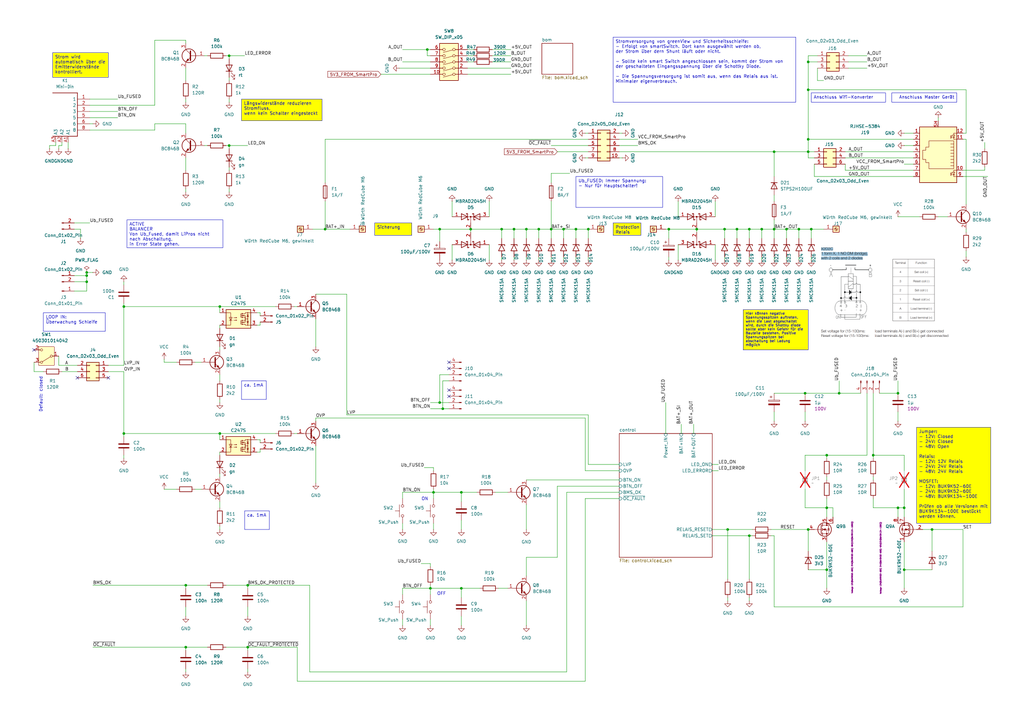
<source format=kicad_sch>
(kicad_sch
	(version 20250114)
	(generator "eeschema")
	(generator_version "9.0")
	(uuid "c138cc6a-756d-4318-83c4-a5413b81ee5f")
	(paper "A3")
	(lib_symbols
		(symbol "Connector:Conn_01x01_Pin"
			(pin_names
				(offset 1.016)
				(hide yes)
			)
			(exclude_from_sim no)
			(in_bom yes)
			(on_board yes)
			(property "Reference" "J"
				(at 0 2.54 0)
				(effects
					(font
						(size 1.27 1.27)
					)
				)
			)
			(property "Value" "Conn_01x01_Pin"
				(at 0 -2.54 0)
				(effects
					(font
						(size 1.27 1.27)
					)
				)
			)
			(property "Footprint" ""
				(at 0 0 0)
				(effects
					(font
						(size 1.27 1.27)
					)
					(hide yes)
				)
			)
			(property "Datasheet" "~"
				(at 0 0 0)
				(effects
					(font
						(size 1.27 1.27)
					)
					(hide yes)
				)
			)
			(property "Description" "Generic connector, single row, 01x01, script generated"
				(at 0 0 0)
				(effects
					(font
						(size 1.27 1.27)
					)
					(hide yes)
				)
			)
			(property "ki_locked" ""
				(at 0 0 0)
				(effects
					(font
						(size 1.27 1.27)
					)
				)
			)
			(property "ki_keywords" "connector"
				(at 0 0 0)
				(effects
					(font
						(size 1.27 1.27)
					)
					(hide yes)
				)
			)
			(property "ki_fp_filters" "Connector*:*_1x??_*"
				(at 0 0 0)
				(effects
					(font
						(size 1.27 1.27)
					)
					(hide yes)
				)
			)
			(symbol "Conn_01x01_Pin_1_1"
				(rectangle
					(start 0.8636 0.127)
					(end 0 -0.127)
					(stroke
						(width 0.1524)
						(type default)
					)
					(fill
						(type outline)
					)
				)
				(polyline
					(pts
						(xy 1.27 0) (xy 0.8636 0)
					)
					(stroke
						(width 0.1524)
						(type default)
					)
					(fill
						(type none)
					)
				)
				(pin passive line
					(at 5.08 0 180)
					(length 3.81)
					(name "Pin_1"
						(effects
							(font
								(size 1.27 1.27)
							)
						)
					)
					(number "1"
						(effects
							(font
								(size 1.27 1.27)
							)
						)
					)
				)
			)
			(embedded_fonts no)
		)
		(symbol "Connector:Conn_01x02_Pin"
			(pin_names
				(offset 1.016)
				(hide yes)
			)
			(exclude_from_sim no)
			(in_bom yes)
			(on_board yes)
			(property "Reference" "J"
				(at 0 2.54 0)
				(effects
					(font
						(size 1.27 1.27)
					)
				)
			)
			(property "Value" "Conn_01x02_Pin"
				(at 0 -5.08 0)
				(effects
					(font
						(size 1.27 1.27)
					)
				)
			)
			(property "Footprint" ""
				(at 0 0 0)
				(effects
					(font
						(size 1.27 1.27)
					)
					(hide yes)
				)
			)
			(property "Datasheet" "~"
				(at 0 0 0)
				(effects
					(font
						(size 1.27 1.27)
					)
					(hide yes)
				)
			)
			(property "Description" "Generic connector, single row, 01x02, script generated"
				(at 0 0 0)
				(effects
					(font
						(size 1.27 1.27)
					)
					(hide yes)
				)
			)
			(property "ki_locked" ""
				(at 0 0 0)
				(effects
					(font
						(size 1.27 1.27)
					)
				)
			)
			(property "ki_keywords" "connector"
				(at 0 0 0)
				(effects
					(font
						(size 1.27 1.27)
					)
					(hide yes)
				)
			)
			(property "ki_fp_filters" "Connector*:*_1x??_*"
				(at 0 0 0)
				(effects
					(font
						(size 1.27 1.27)
					)
					(hide yes)
				)
			)
			(symbol "Conn_01x02_Pin_1_1"
				(rectangle
					(start 0.8636 0.127)
					(end 0 -0.127)
					(stroke
						(width 0.1524)
						(type default)
					)
					(fill
						(type outline)
					)
				)
				(rectangle
					(start 0.8636 -2.413)
					(end 0 -2.667)
					(stroke
						(width 0.1524)
						(type default)
					)
					(fill
						(type outline)
					)
				)
				(polyline
					(pts
						(xy 1.27 0) (xy 0.8636 0)
					)
					(stroke
						(width 0.1524)
						(type default)
					)
					(fill
						(type none)
					)
				)
				(polyline
					(pts
						(xy 1.27 -2.54) (xy 0.8636 -2.54)
					)
					(stroke
						(width 0.1524)
						(type default)
					)
					(fill
						(type none)
					)
				)
				(pin passive line
					(at 5.08 0 180)
					(length 3.81)
					(name "Pin_1"
						(effects
							(font
								(size 1.27 1.27)
							)
						)
					)
					(number "1"
						(effects
							(font
								(size 1.27 1.27)
							)
						)
					)
				)
				(pin passive line
					(at 5.08 -2.54 180)
					(length 3.81)
					(name "Pin_2"
						(effects
							(font
								(size 1.27 1.27)
							)
						)
					)
					(number "2"
						(effects
							(font
								(size 1.27 1.27)
							)
						)
					)
				)
			)
			(embedded_fonts no)
		)
		(symbol "Connector:Conn_01x04_Pin"
			(pin_names
				(offset 1.016)
				(hide yes)
			)
			(exclude_from_sim no)
			(in_bom yes)
			(on_board yes)
			(property "Reference" "J"
				(at 0 5.08 0)
				(effects
					(font
						(size 1.27 1.27)
					)
				)
			)
			(property "Value" "Conn_01x04_Pin"
				(at 0 -7.62 0)
				(effects
					(font
						(size 1.27 1.27)
					)
				)
			)
			(property "Footprint" ""
				(at 0 0 0)
				(effects
					(font
						(size 1.27 1.27)
					)
					(hide yes)
				)
			)
			(property "Datasheet" "~"
				(at 0 0 0)
				(effects
					(font
						(size 1.27 1.27)
					)
					(hide yes)
				)
			)
			(property "Description" "Generic connector, single row, 01x04, script generated"
				(at 0 0 0)
				(effects
					(font
						(size 1.27 1.27)
					)
					(hide yes)
				)
			)
			(property "ki_locked" ""
				(at 0 0 0)
				(effects
					(font
						(size 1.27 1.27)
					)
				)
			)
			(property "ki_keywords" "connector"
				(at 0 0 0)
				(effects
					(font
						(size 1.27 1.27)
					)
					(hide yes)
				)
			)
			(property "ki_fp_filters" "Connector*:*_1x??_*"
				(at 0 0 0)
				(effects
					(font
						(size 1.27 1.27)
					)
					(hide yes)
				)
			)
			(symbol "Conn_01x04_Pin_1_1"
				(rectangle
					(start 0.8636 2.667)
					(end 0 2.413)
					(stroke
						(width 0.1524)
						(type default)
					)
					(fill
						(type outline)
					)
				)
				(rectangle
					(start 0.8636 0.127)
					(end 0 -0.127)
					(stroke
						(width 0.1524)
						(type default)
					)
					(fill
						(type outline)
					)
				)
				(rectangle
					(start 0.8636 -2.413)
					(end 0 -2.667)
					(stroke
						(width 0.1524)
						(type default)
					)
					(fill
						(type outline)
					)
				)
				(rectangle
					(start 0.8636 -4.953)
					(end 0 -5.207)
					(stroke
						(width 0.1524)
						(type default)
					)
					(fill
						(type outline)
					)
				)
				(polyline
					(pts
						(xy 1.27 2.54) (xy 0.8636 2.54)
					)
					(stroke
						(width 0.1524)
						(type default)
					)
					(fill
						(type none)
					)
				)
				(polyline
					(pts
						(xy 1.27 0) (xy 0.8636 0)
					)
					(stroke
						(width 0.1524)
						(type default)
					)
					(fill
						(type none)
					)
				)
				(polyline
					(pts
						(xy 1.27 -2.54) (xy 0.8636 -2.54)
					)
					(stroke
						(width 0.1524)
						(type default)
					)
					(fill
						(type none)
					)
				)
				(polyline
					(pts
						(xy 1.27 -5.08) (xy 0.8636 -5.08)
					)
					(stroke
						(width 0.1524)
						(type default)
					)
					(fill
						(type none)
					)
				)
				(pin passive line
					(at 5.08 2.54 180)
					(length 3.81)
					(name "Pin_1"
						(effects
							(font
								(size 1.27 1.27)
							)
						)
					)
					(number "1"
						(effects
							(font
								(size 1.27 1.27)
							)
						)
					)
				)
				(pin passive line
					(at 5.08 0 180)
					(length 3.81)
					(name "Pin_2"
						(effects
							(font
								(size 1.27 1.27)
							)
						)
					)
					(number "2"
						(effects
							(font
								(size 1.27 1.27)
							)
						)
					)
				)
				(pin passive line
					(at 5.08 -2.54 180)
					(length 3.81)
					(name "Pin_3"
						(effects
							(font
								(size 1.27 1.27)
							)
						)
					)
					(number "3"
						(effects
							(font
								(size 1.27 1.27)
							)
						)
					)
				)
				(pin passive line
					(at 5.08 -5.08 180)
					(length 3.81)
					(name "Pin_4"
						(effects
							(font
								(size 1.27 1.27)
							)
						)
					)
					(number "4"
						(effects
							(font
								(size 1.27 1.27)
							)
						)
					)
				)
			)
			(embedded_fonts no)
		)
		(symbol "Connector:RJ45_LED_Shielded"
			(pin_names
				(offset 1.016)
			)
			(exclude_from_sim no)
			(in_bom yes)
			(on_board yes)
			(property "Reference" "J"
				(at -5.08 13.97 0)
				(effects
					(font
						(size 1.27 1.27)
					)
					(justify right)
				)
			)
			(property "Value" "RJ45_LED_Shielded"
				(at 1.27 13.97 0)
				(effects
					(font
						(size 1.27 1.27)
					)
					(justify left)
				)
			)
			(property "Footprint" ""
				(at 0 0.635 90)
				(effects
					(font
						(size 1.27 1.27)
					)
					(hide yes)
				)
			)
			(property "Datasheet" "~"
				(at 0 0.635 90)
				(effects
					(font
						(size 1.27 1.27)
					)
					(hide yes)
				)
			)
			(property "Description" "RJ connector, 8P8C (8 positions 8 connected), two LEDs, Shielded"
				(at 0 0 0)
				(effects
					(font
						(size 1.27 1.27)
					)
					(hide yes)
				)
			)
			(property "ki_keywords" "8P8C RJ socket jack connector led"
				(at 0 0 0)
				(effects
					(font
						(size 1.27 1.27)
					)
					(hide yes)
				)
			)
			(property "ki_fp_filters" "8P8C* RJ45*"
				(at 0 0 0)
				(effects
					(font
						(size 1.27 1.27)
					)
					(hide yes)
				)
			)
			(symbol "RJ45_LED_Shielded_0_1"
				(polyline
					(pts
						(xy -7.62 10.16) (xy -6.35 10.16)
					)
					(stroke
						(width 0)
						(type default)
					)
					(fill
						(type none)
					)
				)
				(polyline
					(pts
						(xy -7.62 7.62) (xy -6.35 7.62)
					)
					(stroke
						(width 0)
						(type default)
					)
					(fill
						(type none)
					)
				)
				(polyline
					(pts
						(xy -7.62 -5.08) (xy -6.35 -5.08)
					)
					(stroke
						(width 0)
						(type default)
					)
					(fill
						(type none)
					)
				)
				(polyline
					(pts
						(xy -7.62 -7.62) (xy -6.35 -7.62)
					)
					(stroke
						(width 0)
						(type default)
					)
					(fill
						(type none)
					)
				)
				(polyline
					(pts
						(xy -6.858 9.398) (xy -5.842 9.398)
					)
					(stroke
						(width 0)
						(type default)
					)
					(fill
						(type none)
					)
				)
				(polyline
					(pts
						(xy -6.858 -5.842) (xy -5.842 -5.842)
					)
					(stroke
						(width 0)
						(type default)
					)
					(fill
						(type none)
					)
				)
				(polyline
					(pts
						(xy -6.35 10.16) (xy -6.35 9.398)
					)
					(stroke
						(width 0)
						(type default)
					)
					(fill
						(type none)
					)
				)
				(polyline
					(pts
						(xy -6.35 9.398) (xy -6.858 8.382) (xy -5.842 8.382) (xy -6.35 9.398)
					)
					(stroke
						(width 0)
						(type default)
					)
					(fill
						(type none)
					)
				)
				(polyline
					(pts
						(xy -6.35 7.62) (xy -6.35 8.382)
					)
					(stroke
						(width 0)
						(type default)
					)
					(fill
						(type none)
					)
				)
				(polyline
					(pts
						(xy -6.35 1.905) (xy -5.08 1.905) (xy -5.08 1.905)
					)
					(stroke
						(width 0)
						(type default)
					)
					(fill
						(type none)
					)
				)
				(polyline
					(pts
						(xy -6.35 0.635) (xy -5.08 0.635) (xy -5.08 0.635)
					)
					(stroke
						(width 0)
						(type default)
					)
					(fill
						(type none)
					)
				)
				(polyline
					(pts
						(xy -6.35 -0.635) (xy -5.08 -0.635) (xy -5.08 -0.635)
					)
					(stroke
						(width 0)
						(type default)
					)
					(fill
						(type none)
					)
				)
				(polyline
					(pts
						(xy -6.35 -1.905) (xy -5.08 -1.905) (xy -5.08 -1.905)
					)
					(stroke
						(width 0)
						(type default)
					)
					(fill
						(type none)
					)
				)
				(polyline
					(pts
						(xy -6.35 -3.175) (xy -5.08 -3.175) (xy -5.08 -3.175)
					)
					(stroke
						(width 0)
						(type default)
					)
					(fill
						(type none)
					)
				)
				(polyline
					(pts
						(xy -6.35 -4.445) (xy -6.35 6.985) (xy 3.81 6.985) (xy 3.81 4.445) (xy 5.08 4.445) (xy 5.08 3.175)
						(xy 6.35 3.175) (xy 6.35 -0.635) (xy 5.08 -0.635) (xy 5.08 -1.905) (xy 3.81 -1.905) (xy 3.81 -4.445)
						(xy -6.35 -4.445) (xy -6.35 -4.445)
					)
					(stroke
						(width 0)
						(type default)
					)
					(fill
						(type none)
					)
				)
				(polyline
					(pts
						(xy -6.35 -5.08) (xy -6.35 -5.842)
					)
					(stroke
						(width 0)
						(type default)
					)
					(fill
						(type none)
					)
				)
				(polyline
					(pts
						(xy -6.35 -5.842) (xy -6.858 -6.858) (xy -5.842 -6.858) (xy -6.35 -5.842)
					)
					(stroke
						(width 0)
						(type default)
					)
					(fill
						(type none)
					)
				)
				(polyline
					(pts
						(xy -6.35 -7.62) (xy -6.35 -6.858)
					)
					(stroke
						(width 0)
						(type default)
					)
					(fill
						(type none)
					)
				)
				(polyline
					(pts
						(xy -5.588 9.144) (xy -5.08 9.652) (xy -5.461 9.525)
					)
					(stroke
						(width 0)
						(type default)
					)
					(fill
						(type none)
					)
				)
				(polyline
					(pts
						(xy -5.588 8.509) (xy -5.08 9.017) (xy -5.461 8.89)
					)
					(stroke
						(width 0)
						(type default)
					)
					(fill
						(type none)
					)
				)
				(polyline
					(pts
						(xy -5.588 -6.096) (xy -5.08 -5.588) (xy -5.461 -5.715)
					)
					(stroke
						(width 0)
						(type default)
					)
					(fill
						(type none)
					)
				)
				(polyline
					(pts
						(xy -5.588 -6.731) (xy -5.08 -6.223) (xy -5.461 -6.35)
					)
					(stroke
						(width 0)
						(type default)
					)
					(fill
						(type none)
					)
				)
				(polyline
					(pts
						(xy -5.08 9.652) (xy -5.207 9.271)
					)
					(stroke
						(width 0)
						(type default)
					)
					(fill
						(type none)
					)
				)
				(polyline
					(pts
						(xy -5.08 9.017) (xy -5.207 8.636)
					)
					(stroke
						(width 0)
						(type default)
					)
					(fill
						(type none)
					)
				)
				(polyline
					(pts
						(xy -5.08 5.715) (xy -6.35 5.715)
					)
					(stroke
						(width 0)
						(type default)
					)
					(fill
						(type none)
					)
				)
				(polyline
					(pts
						(xy -5.08 4.445) (xy -6.35 4.445)
					)
					(stroke
						(width 0)
						(type default)
					)
					(fill
						(type none)
					)
				)
				(polyline
					(pts
						(xy -5.08 3.175) (xy -6.35 3.175) (xy -6.35 3.175)
					)
					(stroke
						(width 0)
						(type default)
					)
					(fill
						(type none)
					)
				)
				(polyline
					(pts
						(xy -5.08 -5.588) (xy -5.207 -5.969)
					)
					(stroke
						(width 0)
						(type default)
					)
					(fill
						(type none)
					)
				)
				(polyline
					(pts
						(xy -5.08 -6.223) (xy -5.207 -6.604)
					)
					(stroke
						(width 0)
						(type default)
					)
					(fill
						(type none)
					)
				)
				(rectangle
					(start 7.62 12.7)
					(end -7.62 -10.16)
					(stroke
						(width 0.254)
						(type default)
					)
					(fill
						(type background)
					)
				)
			)
			(symbol "RJ45_LED_Shielded_1_1"
				(pin passive line
					(at -10.16 10.16 0)
					(length 2.54)
					(name "~"
						(effects
							(font
								(size 1.27 1.27)
							)
						)
					)
					(number "9"
						(effects
							(font
								(size 1.27 1.27)
							)
						)
					)
				)
				(pin passive line
					(at -10.16 7.62 0)
					(length 2.54)
					(name "~"
						(effects
							(font
								(size 1.27 1.27)
							)
						)
					)
					(number "10"
						(effects
							(font
								(size 1.27 1.27)
							)
						)
					)
				)
				(pin passive line
					(at -10.16 -5.08 0)
					(length 2.54)
					(name "~"
						(effects
							(font
								(size 1.27 1.27)
							)
						)
					)
					(number "11"
						(effects
							(font
								(size 1.27 1.27)
							)
						)
					)
				)
				(pin passive line
					(at -10.16 -7.62 0)
					(length 2.54)
					(name "~"
						(effects
							(font
								(size 1.27 1.27)
							)
						)
					)
					(number "12"
						(effects
							(font
								(size 1.27 1.27)
							)
						)
					)
				)
				(pin passive line
					(at 0 -12.7 90)
					(length 2.54)
					(name "~"
						(effects
							(font
								(size 1.27 1.27)
							)
						)
					)
					(number "SH"
						(effects
							(font
								(size 1.27 1.27)
							)
						)
					)
				)
				(pin passive line
					(at 10.16 10.16 180)
					(length 2.54)
					(name "~"
						(effects
							(font
								(size 1.27 1.27)
							)
						)
					)
					(number "8"
						(effects
							(font
								(size 1.27 1.27)
							)
						)
					)
				)
				(pin passive line
					(at 10.16 7.62 180)
					(length 2.54)
					(name "~"
						(effects
							(font
								(size 1.27 1.27)
							)
						)
					)
					(number "7"
						(effects
							(font
								(size 1.27 1.27)
							)
						)
					)
				)
				(pin passive line
					(at 10.16 5.08 180)
					(length 2.54)
					(name "~"
						(effects
							(font
								(size 1.27 1.27)
							)
						)
					)
					(number "6"
						(effects
							(font
								(size 1.27 1.27)
							)
						)
					)
				)
				(pin passive line
					(at 10.16 2.54 180)
					(length 2.54)
					(name "~"
						(effects
							(font
								(size 1.27 1.27)
							)
						)
					)
					(number "5"
						(effects
							(font
								(size 1.27 1.27)
							)
						)
					)
				)
				(pin passive line
					(at 10.16 0 180)
					(length 2.54)
					(name "~"
						(effects
							(font
								(size 1.27 1.27)
							)
						)
					)
					(number "4"
						(effects
							(font
								(size 1.27 1.27)
							)
						)
					)
				)
				(pin passive line
					(at 10.16 -2.54 180)
					(length 2.54)
					(name "~"
						(effects
							(font
								(size 1.27 1.27)
							)
						)
					)
					(number "3"
						(effects
							(font
								(size 1.27 1.27)
							)
						)
					)
				)
				(pin passive line
					(at 10.16 -5.08 180)
					(length 2.54)
					(name "~"
						(effects
							(font
								(size 1.27 1.27)
							)
						)
					)
					(number "2"
						(effects
							(font
								(size 1.27 1.27)
							)
						)
					)
				)
				(pin passive line
					(at 10.16 -7.62 180)
					(length 2.54)
					(name "~"
						(effects
							(font
								(size 1.27 1.27)
							)
						)
					)
					(number "1"
						(effects
							(font
								(size 1.27 1.27)
							)
						)
					)
				)
			)
			(embedded_fonts no)
		)
		(symbol "Connector:Screw_Terminal_01x01"
			(pin_names
				(offset 1.016)
				(hide yes)
			)
			(exclude_from_sim no)
			(in_bom yes)
			(on_board yes)
			(property "Reference" "J"
				(at 0 2.54 0)
				(effects
					(font
						(size 1.27 1.27)
					)
				)
			)
			(property "Value" "Screw_Terminal_01x01"
				(at 0 -2.54 0)
				(effects
					(font
						(size 1.27 1.27)
					)
				)
			)
			(property "Footprint" ""
				(at 0 0 0)
				(effects
					(font
						(size 1.27 1.27)
					)
					(hide yes)
				)
			)
			(property "Datasheet" "~"
				(at 0 0 0)
				(effects
					(font
						(size 1.27 1.27)
					)
					(hide yes)
				)
			)
			(property "Description" "Generic screw terminal, single row, 01x01, script generated (kicad-library-utils/schlib/autogen/connector/)"
				(at 0 0 0)
				(effects
					(font
						(size 1.27 1.27)
					)
					(hide yes)
				)
			)
			(property "ki_keywords" "screw terminal"
				(at 0 0 0)
				(effects
					(font
						(size 1.27 1.27)
					)
					(hide yes)
				)
			)
			(property "ki_fp_filters" "TerminalBlock*:*"
				(at 0 0 0)
				(effects
					(font
						(size 1.27 1.27)
					)
					(hide yes)
				)
			)
			(symbol "Screw_Terminal_01x01_1_1"
				(rectangle
					(start -1.27 1.27)
					(end 1.27 -1.27)
					(stroke
						(width 0.254)
						(type default)
					)
					(fill
						(type background)
					)
				)
				(polyline
					(pts
						(xy -0.5334 0.3302) (xy 0.3302 -0.508)
					)
					(stroke
						(width 0.1524)
						(type default)
					)
					(fill
						(type none)
					)
				)
				(polyline
					(pts
						(xy -0.3556 0.508) (xy 0.508 -0.3302)
					)
					(stroke
						(width 0.1524)
						(type default)
					)
					(fill
						(type none)
					)
				)
				(circle
					(center 0 0)
					(radius 0.635)
					(stroke
						(width 0.1524)
						(type default)
					)
					(fill
						(type none)
					)
				)
				(pin passive line
					(at -5.08 0 0)
					(length 3.81)
					(name "Pin_1"
						(effects
							(font
								(size 1.27 1.27)
							)
						)
					)
					(number "1"
						(effects
							(font
								(size 1.27 1.27)
							)
						)
					)
				)
			)
			(embedded_fonts no)
		)
		(symbol "Connector_Generic:Conn_02x03_Odd_Even"
			(pin_names
				(offset 1.016)
				(hide yes)
			)
			(exclude_from_sim no)
			(in_bom yes)
			(on_board yes)
			(property "Reference" "J"
				(at 1.27 5.08 0)
				(effects
					(font
						(size 1.27 1.27)
					)
				)
			)
			(property "Value" "Conn_02x03_Odd_Even"
				(at 1.27 -5.08 0)
				(effects
					(font
						(size 1.27 1.27)
					)
				)
			)
			(property "Footprint" ""
				(at 0 0 0)
				(effects
					(font
						(size 1.27 1.27)
					)
					(hide yes)
				)
			)
			(property "Datasheet" "~"
				(at 0 0 0)
				(effects
					(font
						(size 1.27 1.27)
					)
					(hide yes)
				)
			)
			(property "Description" "Generic connector, double row, 02x03, odd/even pin numbering scheme (row 1 odd numbers, row 2 even numbers), script generated (kicad-library-utils/schlib/autogen/connector/)"
				(at 0 0 0)
				(effects
					(font
						(size 1.27 1.27)
					)
					(hide yes)
				)
			)
			(property "ki_keywords" "connector"
				(at 0 0 0)
				(effects
					(font
						(size 1.27 1.27)
					)
					(hide yes)
				)
			)
			(property "ki_fp_filters" "Connector*:*_2x??_*"
				(at 0 0 0)
				(effects
					(font
						(size 1.27 1.27)
					)
					(hide yes)
				)
			)
			(symbol "Conn_02x03_Odd_Even_1_1"
				(rectangle
					(start -1.27 3.81)
					(end 3.81 -3.81)
					(stroke
						(width 0.254)
						(type default)
					)
					(fill
						(type background)
					)
				)
				(rectangle
					(start -1.27 2.667)
					(end 0 2.413)
					(stroke
						(width 0.1524)
						(type default)
					)
					(fill
						(type none)
					)
				)
				(rectangle
					(start -1.27 0.127)
					(end 0 -0.127)
					(stroke
						(width 0.1524)
						(type default)
					)
					(fill
						(type none)
					)
				)
				(rectangle
					(start -1.27 -2.413)
					(end 0 -2.667)
					(stroke
						(width 0.1524)
						(type default)
					)
					(fill
						(type none)
					)
				)
				(rectangle
					(start 3.81 2.667)
					(end 2.54 2.413)
					(stroke
						(width 0.1524)
						(type default)
					)
					(fill
						(type none)
					)
				)
				(rectangle
					(start 3.81 0.127)
					(end 2.54 -0.127)
					(stroke
						(width 0.1524)
						(type default)
					)
					(fill
						(type none)
					)
				)
				(rectangle
					(start 3.81 -2.413)
					(end 2.54 -2.667)
					(stroke
						(width 0.1524)
						(type default)
					)
					(fill
						(type none)
					)
				)
				(pin passive line
					(at -5.08 2.54 0)
					(length 3.81)
					(name "Pin_1"
						(effects
							(font
								(size 1.27 1.27)
							)
						)
					)
					(number "1"
						(effects
							(font
								(size 1.27 1.27)
							)
						)
					)
				)
				(pin passive line
					(at -5.08 0 0)
					(length 3.81)
					(name "Pin_3"
						(effects
							(font
								(size 1.27 1.27)
							)
						)
					)
					(number "3"
						(effects
							(font
								(size 1.27 1.27)
							)
						)
					)
				)
				(pin passive line
					(at -5.08 -2.54 0)
					(length 3.81)
					(name "Pin_5"
						(effects
							(font
								(size 1.27 1.27)
							)
						)
					)
					(number "5"
						(effects
							(font
								(size 1.27 1.27)
							)
						)
					)
				)
				(pin passive line
					(at 7.62 2.54 180)
					(length 3.81)
					(name "Pin_2"
						(effects
							(font
								(size 1.27 1.27)
							)
						)
					)
					(number "2"
						(effects
							(font
								(size 1.27 1.27)
							)
						)
					)
				)
				(pin passive line
					(at 7.62 0 180)
					(length 3.81)
					(name "Pin_4"
						(effects
							(font
								(size 1.27 1.27)
							)
						)
					)
					(number "4"
						(effects
							(font
								(size 1.27 1.27)
							)
						)
					)
				)
				(pin passive line
					(at 7.62 -2.54 180)
					(length 3.81)
					(name "Pin_6"
						(effects
							(font
								(size 1.27 1.27)
							)
						)
					)
					(number "6"
						(effects
							(font
								(size 1.27 1.27)
							)
						)
					)
				)
			)
			(embedded_fonts no)
		)
		(symbol "Connector_Generic:Conn_02x05_Odd_Even"
			(pin_names
				(offset 1.016)
				(hide yes)
			)
			(exclude_from_sim no)
			(in_bom yes)
			(on_board yes)
			(property "Reference" "J"
				(at 1.27 7.62 0)
				(effects
					(font
						(size 1.27 1.27)
					)
				)
			)
			(property "Value" "Conn_02x05_Odd_Even"
				(at 1.27 -7.62 0)
				(effects
					(font
						(size 1.27 1.27)
					)
				)
			)
			(property "Footprint" ""
				(at 0 0 0)
				(effects
					(font
						(size 1.27 1.27)
					)
					(hide yes)
				)
			)
			(property "Datasheet" "~"
				(at 0 0 0)
				(effects
					(font
						(size 1.27 1.27)
					)
					(hide yes)
				)
			)
			(property "Description" "Generic connector, double row, 02x05, odd/even pin numbering scheme (row 1 odd numbers, row 2 even numbers), script generated (kicad-library-utils/schlib/autogen/connector/)"
				(at 0 0 0)
				(effects
					(font
						(size 1.27 1.27)
					)
					(hide yes)
				)
			)
			(property "ki_keywords" "connector"
				(at 0 0 0)
				(effects
					(font
						(size 1.27 1.27)
					)
					(hide yes)
				)
			)
			(property "ki_fp_filters" "Connector*:*_2x??_*"
				(at 0 0 0)
				(effects
					(font
						(size 1.27 1.27)
					)
					(hide yes)
				)
			)
			(symbol "Conn_02x05_Odd_Even_1_1"
				(rectangle
					(start -1.27 6.35)
					(end 3.81 -6.35)
					(stroke
						(width 0.254)
						(type default)
					)
					(fill
						(type background)
					)
				)
				(rectangle
					(start -1.27 5.207)
					(end 0 4.953)
					(stroke
						(width 0.1524)
						(type default)
					)
					(fill
						(type none)
					)
				)
				(rectangle
					(start -1.27 2.667)
					(end 0 2.413)
					(stroke
						(width 0.1524)
						(type default)
					)
					(fill
						(type none)
					)
				)
				(rectangle
					(start -1.27 0.127)
					(end 0 -0.127)
					(stroke
						(width 0.1524)
						(type default)
					)
					(fill
						(type none)
					)
				)
				(rectangle
					(start -1.27 -2.413)
					(end 0 -2.667)
					(stroke
						(width 0.1524)
						(type default)
					)
					(fill
						(type none)
					)
				)
				(rectangle
					(start -1.27 -4.953)
					(end 0 -5.207)
					(stroke
						(width 0.1524)
						(type default)
					)
					(fill
						(type none)
					)
				)
				(rectangle
					(start 3.81 5.207)
					(end 2.54 4.953)
					(stroke
						(width 0.1524)
						(type default)
					)
					(fill
						(type none)
					)
				)
				(rectangle
					(start 3.81 2.667)
					(end 2.54 2.413)
					(stroke
						(width 0.1524)
						(type default)
					)
					(fill
						(type none)
					)
				)
				(rectangle
					(start 3.81 0.127)
					(end 2.54 -0.127)
					(stroke
						(width 0.1524)
						(type default)
					)
					(fill
						(type none)
					)
				)
				(rectangle
					(start 3.81 -2.413)
					(end 2.54 -2.667)
					(stroke
						(width 0.1524)
						(type default)
					)
					(fill
						(type none)
					)
				)
				(rectangle
					(start 3.81 -4.953)
					(end 2.54 -5.207)
					(stroke
						(width 0.1524)
						(type default)
					)
					(fill
						(type none)
					)
				)
				(pin passive line
					(at -5.08 5.08 0)
					(length 3.81)
					(name "Pin_1"
						(effects
							(font
								(size 1.27 1.27)
							)
						)
					)
					(number "1"
						(effects
							(font
								(size 1.27 1.27)
							)
						)
					)
				)
				(pin passive line
					(at -5.08 2.54 0)
					(length 3.81)
					(name "Pin_3"
						(effects
							(font
								(size 1.27 1.27)
							)
						)
					)
					(number "3"
						(effects
							(font
								(size 1.27 1.27)
							)
						)
					)
				)
				(pin passive line
					(at -5.08 0 0)
					(length 3.81)
					(name "Pin_5"
						(effects
							(font
								(size 1.27 1.27)
							)
						)
					)
					(number "5"
						(effects
							(font
								(size 1.27 1.27)
							)
						)
					)
				)
				(pin passive line
					(at -5.08 -2.54 0)
					(length 3.81)
					(name "Pin_7"
						(effects
							(font
								(size 1.27 1.27)
							)
						)
					)
					(number "7"
						(effects
							(font
								(size 1.27 1.27)
							)
						)
					)
				)
				(pin passive line
					(at -5.08 -5.08 0)
					(length 3.81)
					(name "Pin_9"
						(effects
							(font
								(size 1.27 1.27)
							)
						)
					)
					(number "9"
						(effects
							(font
								(size 1.27 1.27)
							)
						)
					)
				)
				(pin passive line
					(at 7.62 5.08 180)
					(length 3.81)
					(name "Pin_2"
						(effects
							(font
								(size 1.27 1.27)
							)
						)
					)
					(number "2"
						(effects
							(font
								(size 1.27 1.27)
							)
						)
					)
				)
				(pin passive line
					(at 7.62 2.54 180)
					(length 3.81)
					(name "Pin_4"
						(effects
							(font
								(size 1.27 1.27)
							)
						)
					)
					(number "4"
						(effects
							(font
								(size 1.27 1.27)
							)
						)
					)
				)
				(pin passive line
					(at 7.62 0 180)
					(length 3.81)
					(name "Pin_6"
						(effects
							(font
								(size 1.27 1.27)
							)
						)
					)
					(number "6"
						(effects
							(font
								(size 1.27 1.27)
							)
						)
					)
				)
				(pin passive line
					(at 7.62 -2.54 180)
					(length 3.81)
					(name "Pin_8"
						(effects
							(font
								(size 1.27 1.27)
							)
						)
					)
					(number "8"
						(effects
							(font
								(size 1.27 1.27)
							)
						)
					)
				)
				(pin passive line
					(at 7.62 -5.08 180)
					(length 3.81)
					(name "Pin_10"
						(effects
							(font
								(size 1.27 1.27)
							)
						)
					)
					(number "10"
						(effects
							(font
								(size 1.27 1.27)
							)
						)
					)
				)
			)
			(embedded_fonts no)
		)
		(symbol "Device:C"
			(pin_numbers
				(hide yes)
			)
			(pin_names
				(offset 0.254)
			)
			(exclude_from_sim no)
			(in_bom yes)
			(on_board yes)
			(property "Reference" "C"
				(at 0.635 2.54 0)
				(effects
					(font
						(size 1.27 1.27)
					)
					(justify left)
				)
			)
			(property "Value" "C"
				(at 0.635 -2.54 0)
				(effects
					(font
						(size 1.27 1.27)
					)
					(justify left)
				)
			)
			(property "Footprint" ""
				(at 0.9652 -3.81 0)
				(effects
					(font
						(size 1.27 1.27)
					)
					(hide yes)
				)
			)
			(property "Datasheet" "~"
				(at 0 0 0)
				(effects
					(font
						(size 1.27 1.27)
					)
					(hide yes)
				)
			)
			(property "Description" "Unpolarized capacitor"
				(at 0 0 0)
				(effects
					(font
						(size 1.27 1.27)
					)
					(hide yes)
				)
			)
			(property "ki_keywords" "cap capacitor"
				(at 0 0 0)
				(effects
					(font
						(size 1.27 1.27)
					)
					(hide yes)
				)
			)
			(property "ki_fp_filters" "C_*"
				(at 0 0 0)
				(effects
					(font
						(size 1.27 1.27)
					)
					(hide yes)
				)
			)
			(symbol "C_0_1"
				(polyline
					(pts
						(xy -2.032 0.762) (xy 2.032 0.762)
					)
					(stroke
						(width 0.508)
						(type default)
					)
					(fill
						(type none)
					)
				)
				(polyline
					(pts
						(xy -2.032 -0.762) (xy 2.032 -0.762)
					)
					(stroke
						(width 0.508)
						(type default)
					)
					(fill
						(type none)
					)
				)
			)
			(symbol "C_1_1"
				(pin passive line
					(at 0 3.81 270)
					(length 2.794)
					(name "~"
						(effects
							(font
								(size 1.27 1.27)
							)
						)
					)
					(number "1"
						(effects
							(font
								(size 1.27 1.27)
							)
						)
					)
				)
				(pin passive line
					(at 0 -3.81 90)
					(length 2.794)
					(name "~"
						(effects
							(font
								(size 1.27 1.27)
							)
						)
					)
					(number "2"
						(effects
							(font
								(size 1.27 1.27)
							)
						)
					)
				)
			)
			(embedded_fonts no)
		)
		(symbol "Device:C_Polarized"
			(pin_numbers
				(hide yes)
			)
			(pin_names
				(offset 0.254)
			)
			(exclude_from_sim no)
			(in_bom yes)
			(on_board yes)
			(property "Reference" "C"
				(at 0.635 2.54 0)
				(effects
					(font
						(size 1.27 1.27)
					)
					(justify left)
				)
			)
			(property "Value" "C_Polarized"
				(at 0.635 -2.54 0)
				(effects
					(font
						(size 1.27 1.27)
					)
					(justify left)
				)
			)
			(property "Footprint" ""
				(at 0.9652 -3.81 0)
				(effects
					(font
						(size 1.27 1.27)
					)
					(hide yes)
				)
			)
			(property "Datasheet" "~"
				(at 0 0 0)
				(effects
					(font
						(size 1.27 1.27)
					)
					(hide yes)
				)
			)
			(property "Description" "Polarized capacitor"
				(at 0 0 0)
				(effects
					(font
						(size 1.27 1.27)
					)
					(hide yes)
				)
			)
			(property "ki_keywords" "cap capacitor"
				(at 0 0 0)
				(effects
					(font
						(size 1.27 1.27)
					)
					(hide yes)
				)
			)
			(property "ki_fp_filters" "CP_*"
				(at 0 0 0)
				(effects
					(font
						(size 1.27 1.27)
					)
					(hide yes)
				)
			)
			(symbol "C_Polarized_0_1"
				(rectangle
					(start -2.286 0.508)
					(end 2.286 1.016)
					(stroke
						(width 0)
						(type default)
					)
					(fill
						(type none)
					)
				)
				(polyline
					(pts
						(xy -1.778 2.286) (xy -0.762 2.286)
					)
					(stroke
						(width 0)
						(type default)
					)
					(fill
						(type none)
					)
				)
				(polyline
					(pts
						(xy -1.27 2.794) (xy -1.27 1.778)
					)
					(stroke
						(width 0)
						(type default)
					)
					(fill
						(type none)
					)
				)
				(rectangle
					(start 2.286 -0.508)
					(end -2.286 -1.016)
					(stroke
						(width 0)
						(type default)
					)
					(fill
						(type outline)
					)
				)
			)
			(symbol "C_Polarized_1_1"
				(pin passive line
					(at 0 3.81 270)
					(length 2.794)
					(name "~"
						(effects
							(font
								(size 1.27 1.27)
							)
						)
					)
					(number "1"
						(effects
							(font
								(size 1.27 1.27)
							)
						)
					)
				)
				(pin passive line
					(at 0 -3.81 90)
					(length 2.794)
					(name "~"
						(effects
							(font
								(size 1.27 1.27)
							)
						)
					)
					(number "2"
						(effects
							(font
								(size 1.27 1.27)
							)
						)
					)
				)
			)
			(embedded_fonts no)
		)
		(symbol "Device:D"
			(pin_numbers
				(hide yes)
			)
			(pin_names
				(offset 1.016)
				(hide yes)
			)
			(exclude_from_sim no)
			(in_bom yes)
			(on_board yes)
			(property "Reference" "D"
				(at 0 2.54 0)
				(effects
					(font
						(size 1.27 1.27)
					)
				)
			)
			(property "Value" "D"
				(at 0 -2.54 0)
				(effects
					(font
						(size 1.27 1.27)
					)
				)
			)
			(property "Footprint" ""
				(at 0 0 0)
				(effects
					(font
						(size 1.27 1.27)
					)
					(hide yes)
				)
			)
			(property "Datasheet" "~"
				(at 0 0 0)
				(effects
					(font
						(size 1.27 1.27)
					)
					(hide yes)
				)
			)
			(property "Description" "Diode"
				(at 0 0 0)
				(effects
					(font
						(size 1.27 1.27)
					)
					(hide yes)
				)
			)
			(property "Sim.Device" "D"
				(at 0 0 0)
				(effects
					(font
						(size 1.27 1.27)
					)
					(hide yes)
				)
			)
			(property "Sim.Pins" "1=K 2=A"
				(at 0 0 0)
				(effects
					(font
						(size 1.27 1.27)
					)
					(hide yes)
				)
			)
			(property "ki_keywords" "diode"
				(at 0 0 0)
				(effects
					(font
						(size 1.27 1.27)
					)
					(hide yes)
				)
			)
			(property "ki_fp_filters" "TO-???* *_Diode_* *SingleDiode* D_*"
				(at 0 0 0)
				(effects
					(font
						(size 1.27 1.27)
					)
					(hide yes)
				)
			)
			(symbol "D_0_1"
				(polyline
					(pts
						(xy -1.27 1.27) (xy -1.27 -1.27)
					)
					(stroke
						(width 0.254)
						(type default)
					)
					(fill
						(type none)
					)
				)
				(polyline
					(pts
						(xy 1.27 1.27) (xy 1.27 -1.27) (xy -1.27 0) (xy 1.27 1.27)
					)
					(stroke
						(width 0.254)
						(type default)
					)
					(fill
						(type none)
					)
				)
				(polyline
					(pts
						(xy 1.27 0) (xy -1.27 0)
					)
					(stroke
						(width 0)
						(type default)
					)
					(fill
						(type none)
					)
				)
			)
			(symbol "D_1_1"
				(pin passive line
					(at -3.81 0 0)
					(length 2.54)
					(name "K"
						(effects
							(font
								(size 1.27 1.27)
							)
						)
					)
					(number "1"
						(effects
							(font
								(size 1.27 1.27)
							)
						)
					)
				)
				(pin passive line
					(at 3.81 0 180)
					(length 2.54)
					(name "A"
						(effects
							(font
								(size 1.27 1.27)
							)
						)
					)
					(number "2"
						(effects
							(font
								(size 1.27 1.27)
							)
						)
					)
				)
			)
			(embedded_fonts no)
		)
		(symbol "Device:D_Schottky_Dual_CommonCathode_AKA"
			(pin_names
				(offset 0.762)
				(hide yes)
			)
			(exclude_from_sim no)
			(in_bom yes)
			(on_board yes)
			(property "Reference" "D"
				(at 1.27 -2.54 0)
				(effects
					(font
						(size 1.27 1.27)
					)
				)
			)
			(property "Value" "D_Schottky_Dual_CommonCathode_AKA"
				(at 0 2.54 0)
				(effects
					(font
						(size 1.27 1.27)
					)
				)
			)
			(property "Footprint" ""
				(at 0 0 0)
				(effects
					(font
						(size 1.27 1.27)
					)
					(hide yes)
				)
			)
			(property "Datasheet" "~"
				(at 0 0 0)
				(effects
					(font
						(size 1.27 1.27)
					)
					(hide yes)
				)
			)
			(property "Description" "Dual Schottky diode, common cathode on pin 2"
				(at 0 0 0)
				(effects
					(font
						(size 1.27 1.27)
					)
					(hide yes)
				)
			)
			(property "ki_keywords" "diode"
				(at 0 0 0)
				(effects
					(font
						(size 1.27 1.27)
					)
					(hide yes)
				)
			)
			(symbol "D_Schottky_Dual_CommonCathode_AKA_0_1"
				(polyline
					(pts
						(xy -3.81 1.27) (xy -1.27 0) (xy -3.81 -1.27) (xy -3.81 1.27) (xy -3.81 1.27) (xy -3.81 1.27)
					)
					(stroke
						(width 0.254)
						(type default)
					)
					(fill
						(type none)
					)
				)
				(polyline
					(pts
						(xy -1.778 1.016) (xy -1.778 1.27) (xy -1.27 1.27) (xy -1.27 1.27) (xy -1.27 1.27)
					)
					(stroke
						(width 0.254)
						(type default)
					)
					(fill
						(type none)
					)
				)
				(polyline
					(pts
						(xy -1.27 -1.27) (xy -1.27 1.27) (xy -1.27 1.27)
					)
					(stroke
						(width 0.254)
						(type default)
					)
					(fill
						(type none)
					)
				)
				(polyline
					(pts
						(xy -1.27 -1.27) (xy -0.762 -1.27) (xy -0.762 -1.016) (xy -0.762 -1.016)
					)
					(stroke
						(width 0.254)
						(type default)
					)
					(fill
						(type none)
					)
				)
				(polyline
					(pts
						(xy 0 0) (xy 0 -2.54)
					)
					(stroke
						(width 0)
						(type default)
					)
					(fill
						(type none)
					)
				)
				(circle
					(center 0 0)
					(radius 0.254)
					(stroke
						(width 0)
						(type default)
					)
					(fill
						(type outline)
					)
				)
				(polyline
					(pts
						(xy 1.27 1.27) (xy 0.762 1.27) (xy 0.762 1.016) (xy 0.762 1.016)
					)
					(stroke
						(width 0.254)
						(type default)
					)
					(fill
						(type none)
					)
				)
				(polyline
					(pts
						(xy 1.27 -1.27) (xy 1.27 1.27) (xy 1.27 1.27)
					)
					(stroke
						(width 0.254)
						(type default)
					)
					(fill
						(type none)
					)
				)
				(polyline
					(pts
						(xy 1.27 -1.27) (xy 1.778 -1.27) (xy 1.778 -1.016) (xy 1.778 -1.016)
					)
					(stroke
						(width 0.254)
						(type default)
					)
					(fill
						(type none)
					)
				)
				(polyline
					(pts
						(xy 3.81 0) (xy -3.81 0)
					)
					(stroke
						(width 0)
						(type default)
					)
					(fill
						(type none)
					)
				)
				(polyline
					(pts
						(xy 3.81 -1.27) (xy 1.27 0) (xy 3.81 1.27) (xy 3.81 -1.27) (xy 3.81 -1.27) (xy 3.81 -1.27)
					)
					(stroke
						(width 0.254)
						(type default)
					)
					(fill
						(type none)
					)
				)
				(pin passive line
					(at -7.62 0 0)
					(length 3.81)
					(name "A"
						(effects
							(font
								(size 1.27 1.27)
							)
						)
					)
					(number "1"
						(effects
							(font
								(size 1.27 1.27)
							)
						)
					)
				)
				(pin passive line
					(at 0 -5.08 90)
					(length 2.54)
					(name "K"
						(effects
							(font
								(size 1.27 1.27)
							)
						)
					)
					(number "2"
						(effects
							(font
								(size 1.27 1.27)
							)
						)
					)
				)
				(pin passive line
					(at 7.62 0 180)
					(length 3.81)
					(name "A"
						(effects
							(font
								(size 1.27 1.27)
							)
						)
					)
					(number "3"
						(effects
							(font
								(size 1.27 1.27)
							)
						)
					)
				)
			)
			(embedded_fonts no)
		)
		(symbol "Device:D_Zener"
			(pin_numbers
				(hide yes)
			)
			(pin_names
				(offset 1.016)
				(hide yes)
			)
			(exclude_from_sim no)
			(in_bom yes)
			(on_board yes)
			(property "Reference" "D"
				(at 0 2.54 0)
				(effects
					(font
						(size 1.27 1.27)
					)
				)
			)
			(property "Value" "D_Zener"
				(at 0 -2.54 0)
				(effects
					(font
						(size 1.27 1.27)
					)
				)
			)
			(property "Footprint" ""
				(at 0 0 0)
				(effects
					(font
						(size 1.27 1.27)
					)
					(hide yes)
				)
			)
			(property "Datasheet" "~"
				(at 0 0 0)
				(effects
					(font
						(size 1.27 1.27)
					)
					(hide yes)
				)
			)
			(property "Description" "Zener diode"
				(at 0 0 0)
				(effects
					(font
						(size 1.27 1.27)
					)
					(hide yes)
				)
			)
			(property "ki_keywords" "diode"
				(at 0 0 0)
				(effects
					(font
						(size 1.27 1.27)
					)
					(hide yes)
				)
			)
			(property "ki_fp_filters" "TO-???* *_Diode_* *SingleDiode* D_*"
				(at 0 0 0)
				(effects
					(font
						(size 1.27 1.27)
					)
					(hide yes)
				)
			)
			(symbol "D_Zener_0_1"
				(polyline
					(pts
						(xy -1.27 -1.27) (xy -1.27 1.27) (xy -0.762 1.27)
					)
					(stroke
						(width 0.254)
						(type default)
					)
					(fill
						(type none)
					)
				)
				(polyline
					(pts
						(xy 1.27 0) (xy -1.27 0)
					)
					(stroke
						(width 0)
						(type default)
					)
					(fill
						(type none)
					)
				)
				(polyline
					(pts
						(xy 1.27 -1.27) (xy 1.27 1.27) (xy -1.27 0) (xy 1.27 -1.27)
					)
					(stroke
						(width 0.254)
						(type default)
					)
					(fill
						(type none)
					)
				)
			)
			(symbol "D_Zener_1_1"
				(pin passive line
					(at -3.81 0 0)
					(length 2.54)
					(name "K"
						(effects
							(font
								(size 1.27 1.27)
							)
						)
					)
					(number "1"
						(effects
							(font
								(size 1.27 1.27)
							)
						)
					)
				)
				(pin passive line
					(at 3.81 0 180)
					(length 2.54)
					(name "A"
						(effects
							(font
								(size 1.27 1.27)
							)
						)
					)
					(number "2"
						(effects
							(font
								(size 1.27 1.27)
							)
						)
					)
				)
			)
			(embedded_fonts no)
		)
		(symbol "Device:Fuse"
			(pin_numbers
				(hide yes)
			)
			(pin_names
				(offset 0)
			)
			(exclude_from_sim no)
			(in_bom yes)
			(on_board yes)
			(property "Reference" "F"
				(at 2.032 0 90)
				(effects
					(font
						(size 1.27 1.27)
					)
				)
			)
			(property "Value" "Fuse"
				(at -1.905 0 90)
				(effects
					(font
						(size 1.27 1.27)
					)
				)
			)
			(property "Footprint" ""
				(at -1.778 0 90)
				(effects
					(font
						(size 1.27 1.27)
					)
					(hide yes)
				)
			)
			(property "Datasheet" "~"
				(at 0 0 0)
				(effects
					(font
						(size 1.27 1.27)
					)
					(hide yes)
				)
			)
			(property "Description" "Fuse"
				(at 0 0 0)
				(effects
					(font
						(size 1.27 1.27)
					)
					(hide yes)
				)
			)
			(property "ki_keywords" "fuse"
				(at 0 0 0)
				(effects
					(font
						(size 1.27 1.27)
					)
					(hide yes)
				)
			)
			(property "ki_fp_filters" "*Fuse*"
				(at 0 0 0)
				(effects
					(font
						(size 1.27 1.27)
					)
					(hide yes)
				)
			)
			(symbol "Fuse_0_1"
				(rectangle
					(start -0.762 -2.54)
					(end 0.762 2.54)
					(stroke
						(width 0.254)
						(type default)
					)
					(fill
						(type none)
					)
				)
				(polyline
					(pts
						(xy 0 2.54) (xy 0 -2.54)
					)
					(stroke
						(width 0)
						(type default)
					)
					(fill
						(type none)
					)
				)
			)
			(symbol "Fuse_1_1"
				(pin passive line
					(at 0 3.81 270)
					(length 1.27)
					(name "~"
						(effects
							(font
								(size 1.27 1.27)
							)
						)
					)
					(number "1"
						(effects
							(font
								(size 1.27 1.27)
							)
						)
					)
				)
				(pin passive line
					(at 0 -3.81 90)
					(length 1.27)
					(name "~"
						(effects
							(font
								(size 1.27 1.27)
							)
						)
					)
					(number "2"
						(effects
							(font
								(size 1.27 1.27)
							)
						)
					)
				)
			)
			(embedded_fonts no)
		)
		(symbol "Device:LED"
			(pin_numbers
				(hide yes)
			)
			(pin_names
				(offset 1.016)
				(hide yes)
			)
			(exclude_from_sim no)
			(in_bom yes)
			(on_board yes)
			(property "Reference" "D"
				(at 0 2.54 0)
				(effects
					(font
						(size 1.27 1.27)
					)
				)
			)
			(property "Value" "LED"
				(at 0 -2.54 0)
				(effects
					(font
						(size 1.27 1.27)
					)
				)
			)
			(property "Footprint" ""
				(at 0 0 0)
				(effects
					(font
						(size 1.27 1.27)
					)
					(hide yes)
				)
			)
			(property "Datasheet" "~"
				(at 0 0 0)
				(effects
					(font
						(size 1.27 1.27)
					)
					(hide yes)
				)
			)
			(property "Description" "Light emitting diode"
				(at 0 0 0)
				(effects
					(font
						(size 1.27 1.27)
					)
					(hide yes)
				)
			)
			(property "Sim.Pins" "1=K 2=A"
				(at 0 0 0)
				(effects
					(font
						(size 1.27 1.27)
					)
					(hide yes)
				)
			)
			(property "ki_keywords" "LED diode"
				(at 0 0 0)
				(effects
					(font
						(size 1.27 1.27)
					)
					(hide yes)
				)
			)
			(property "ki_fp_filters" "LED* LED_SMD:* LED_THT:*"
				(at 0 0 0)
				(effects
					(font
						(size 1.27 1.27)
					)
					(hide yes)
				)
			)
			(symbol "LED_0_1"
				(polyline
					(pts
						(xy -3.048 -0.762) (xy -4.572 -2.286) (xy -3.81 -2.286) (xy -4.572 -2.286) (xy -4.572 -1.524)
					)
					(stroke
						(width 0)
						(type default)
					)
					(fill
						(type none)
					)
				)
				(polyline
					(pts
						(xy -1.778 -0.762) (xy -3.302 -2.286) (xy -2.54 -2.286) (xy -3.302 -2.286) (xy -3.302 -1.524)
					)
					(stroke
						(width 0)
						(type default)
					)
					(fill
						(type none)
					)
				)
				(polyline
					(pts
						(xy -1.27 0) (xy 1.27 0)
					)
					(stroke
						(width 0)
						(type default)
					)
					(fill
						(type none)
					)
				)
				(polyline
					(pts
						(xy -1.27 -1.27) (xy -1.27 1.27)
					)
					(stroke
						(width 0.254)
						(type default)
					)
					(fill
						(type none)
					)
				)
				(polyline
					(pts
						(xy 1.27 -1.27) (xy 1.27 1.27) (xy -1.27 0) (xy 1.27 -1.27)
					)
					(stroke
						(width 0.254)
						(type default)
					)
					(fill
						(type none)
					)
				)
			)
			(symbol "LED_1_1"
				(pin passive line
					(at -3.81 0 0)
					(length 2.54)
					(name "K"
						(effects
							(font
								(size 1.27 1.27)
							)
						)
					)
					(number "1"
						(effects
							(font
								(size 1.27 1.27)
							)
						)
					)
				)
				(pin passive line
					(at 3.81 0 180)
					(length 2.54)
					(name "A"
						(effects
							(font
								(size 1.27 1.27)
							)
						)
					)
					(number "2"
						(effects
							(font
								(size 1.27 1.27)
							)
						)
					)
				)
			)
			(embedded_fonts no)
		)
		(symbol "Device:R"
			(pin_numbers
				(hide yes)
			)
			(pin_names
				(offset 0)
			)
			(exclude_from_sim no)
			(in_bom yes)
			(on_board yes)
			(property "Reference" "R"
				(at 2.032 0 90)
				(effects
					(font
						(size 1.27 1.27)
					)
				)
			)
			(property "Value" "R"
				(at 0 0 90)
				(effects
					(font
						(size 1.27 1.27)
					)
				)
			)
			(property "Footprint" ""
				(at -1.778 0 90)
				(effects
					(font
						(size 1.27 1.27)
					)
					(hide yes)
				)
			)
			(property "Datasheet" "~"
				(at 0 0 0)
				(effects
					(font
						(size 1.27 1.27)
					)
					(hide yes)
				)
			)
			(property "Description" "Resistor"
				(at 0 0 0)
				(effects
					(font
						(size 1.27 1.27)
					)
					(hide yes)
				)
			)
			(property "ki_keywords" "R res resistor"
				(at 0 0 0)
				(effects
					(font
						(size 1.27 1.27)
					)
					(hide yes)
				)
			)
			(property "ki_fp_filters" "R_*"
				(at 0 0 0)
				(effects
					(font
						(size 1.27 1.27)
					)
					(hide yes)
				)
			)
			(symbol "R_0_1"
				(rectangle
					(start -1.016 -2.54)
					(end 1.016 2.54)
					(stroke
						(width 0.254)
						(type default)
					)
					(fill
						(type none)
					)
				)
			)
			(symbol "R_1_1"
				(pin passive line
					(at 0 3.81 270)
					(length 1.27)
					(name "~"
						(effects
							(font
								(size 1.27 1.27)
							)
						)
					)
					(number "1"
						(effects
							(font
								(size 1.27 1.27)
							)
						)
					)
				)
				(pin passive line
					(at 0 -3.81 90)
					(length 1.27)
					(name "~"
						(effects
							(font
								(size 1.27 1.27)
							)
						)
					)
					(number "2"
						(effects
							(font
								(size 1.27 1.27)
							)
						)
					)
				)
			)
			(embedded_fonts no)
		)
		(symbol "Diode:1.5SMCxxA"
			(pin_numbers
				(hide yes)
			)
			(pin_names
				(offset 1.016)
				(hide yes)
			)
			(exclude_from_sim no)
			(in_bom yes)
			(on_board yes)
			(property "Reference" "D"
				(at 0 2.54 0)
				(effects
					(font
						(size 1.27 1.27)
					)
				)
			)
			(property "Value" "1.5SMCxxA"
				(at 0 -2.54 0)
				(effects
					(font
						(size 1.27 1.27)
					)
				)
			)
			(property "Footprint" "Diode_SMD:D_SMC"
				(at 0 -5.08 0)
				(effects
					(font
						(size 1.27 1.27)
					)
					(hide yes)
				)
			)
			(property "Datasheet" "https://www.vishay.com/docs/88303/15smc.pdf"
				(at -1.27 0 0)
				(effects
					(font
						(size 1.27 1.27)
					)
					(hide yes)
				)
			)
			(property "Description" "1500W unidirectional TVS diode, SMC (DO-201AB)"
				(at 0 0 0)
				(effects
					(font
						(size 1.27 1.27)
					)
					(hide yes)
				)
			)
			(property "ki_keywords" "transient voltage suppressor TRANSZORB®"
				(at 0 0 0)
				(effects
					(font
						(size 1.27 1.27)
					)
					(hide yes)
				)
			)
			(property "ki_fp_filters" "D?SMC*"
				(at 0 0 0)
				(effects
					(font
						(size 1.27 1.27)
					)
					(hide yes)
				)
			)
			(symbol "1.5SMCxxA_0_1"
				(polyline
					(pts
						(xy -0.762 1.27) (xy -1.27 1.27) (xy -1.27 -1.27)
					)
					(stroke
						(width 0.254)
						(type default)
					)
					(fill
						(type none)
					)
				)
				(polyline
					(pts
						(xy 1.27 1.27) (xy 1.27 -1.27) (xy -1.27 0) (xy 1.27 1.27)
					)
					(stroke
						(width 0.254)
						(type default)
					)
					(fill
						(type none)
					)
				)
			)
			(symbol "1.5SMCxxA_1_1"
				(pin passive line
					(at -3.81 0 0)
					(length 2.54)
					(name "A1"
						(effects
							(font
								(size 1.27 1.27)
							)
						)
					)
					(number "1"
						(effects
							(font
								(size 1.27 1.27)
							)
						)
					)
				)
				(pin passive line
					(at 3.81 0 180)
					(length 2.54)
					(name "A2"
						(effects
							(font
								(size 1.27 1.27)
							)
						)
					)
					(number "2"
						(effects
							(font
								(size 1.27 1.27)
							)
						)
					)
				)
			)
			(embedded_fonts no)
		)
		(symbol "Jumper:SolderJumper_2_Open"
			(pin_numbers
				(hide yes)
			)
			(pin_names
				(offset 0)
				(hide yes)
			)
			(exclude_from_sim yes)
			(in_bom no)
			(on_board yes)
			(property "Reference" "JP"
				(at 0 2.032 0)
				(effects
					(font
						(size 1.27 1.27)
					)
				)
			)
			(property "Value" "SolderJumper_2_Open"
				(at 0 -2.54 0)
				(effects
					(font
						(size 1.27 1.27)
					)
				)
			)
			(property "Footprint" ""
				(at 0 0 0)
				(effects
					(font
						(size 1.27 1.27)
					)
					(hide yes)
				)
			)
			(property "Datasheet" "~"
				(at 0 0 0)
				(effects
					(font
						(size 1.27 1.27)
					)
					(hide yes)
				)
			)
			(property "Description" "Solder Jumper, 2-pole, open"
				(at 0 0 0)
				(effects
					(font
						(size 1.27 1.27)
					)
					(hide yes)
				)
			)
			(property "ki_keywords" "solder jumper SPST"
				(at 0 0 0)
				(effects
					(font
						(size 1.27 1.27)
					)
					(hide yes)
				)
			)
			(property "ki_fp_filters" "SolderJumper*Open*"
				(at 0 0 0)
				(effects
					(font
						(size 1.27 1.27)
					)
					(hide yes)
				)
			)
			(symbol "SolderJumper_2_Open_0_1"
				(polyline
					(pts
						(xy -0.254 1.016) (xy -0.254 -1.016)
					)
					(stroke
						(width 0)
						(type default)
					)
					(fill
						(type none)
					)
				)
				(arc
					(start -0.254 -1.016)
					(mid -1.2656 0)
					(end -0.254 1.016)
					(stroke
						(width 0)
						(type default)
					)
					(fill
						(type none)
					)
				)
				(arc
					(start -0.254 -1.016)
					(mid -1.2656 0)
					(end -0.254 1.016)
					(stroke
						(width 0)
						(type default)
					)
					(fill
						(type outline)
					)
				)
				(arc
					(start 0.254 1.016)
					(mid 1.2656 0)
					(end 0.254 -1.016)
					(stroke
						(width 0)
						(type default)
					)
					(fill
						(type none)
					)
				)
				(arc
					(start 0.254 1.016)
					(mid 1.2656 0)
					(end 0.254 -1.016)
					(stroke
						(width 0)
						(type default)
					)
					(fill
						(type outline)
					)
				)
				(polyline
					(pts
						(xy 0.254 1.016) (xy 0.254 -1.016)
					)
					(stroke
						(width 0)
						(type default)
					)
					(fill
						(type none)
					)
				)
			)
			(symbol "SolderJumper_2_Open_1_1"
				(pin passive line
					(at -3.81 0 0)
					(length 2.54)
					(name "A"
						(effects
							(font
								(size 1.27 1.27)
							)
						)
					)
					(number "1"
						(effects
							(font
								(size 1.27 1.27)
							)
						)
					)
				)
				(pin passive line
					(at 3.81 0 180)
					(length 2.54)
					(name "B"
						(effects
							(font
								(size 1.27 1.27)
							)
						)
					)
					(number "2"
						(effects
							(font
								(size 1.27 1.27)
							)
						)
					)
				)
			)
			(embedded_fonts no)
		)
		(symbol "Relay_SolidState:ASSR-1218"
			(exclude_from_sim no)
			(in_bom yes)
			(on_board yes)
			(property "Reference" "U"
				(at -5.08 5.08 0)
				(effects
					(font
						(size 1.27 1.27)
					)
					(justify left)
				)
			)
			(property "Value" "ASSR-1218"
				(at 0 5.08 0)
				(effects
					(font
						(size 1.27 1.27)
					)
					(justify left)
				)
			)
			(property "Footprint" "Package_SO:SO-4_4.4x4.3mm_P2.54mm"
				(at -5.08 -5.08 0)
				(effects
					(font
						(size 1.27 1.27)
						(italic yes)
					)
					(justify left)
					(hide yes)
				)
			)
			(property "Datasheet" "https://docs.broadcom.com/docs/AV02-0173EN"
				(at 0 0 0)
				(effects
					(font
						(size 1.27 1.27)
					)
					(justify left)
					(hide yes)
				)
			)
			(property "Description" "Form A, Solid State Relay (Photo MOSFET) 60V, 0.2A, 10Ohm, SO-4"
				(at 0 0 0)
				(effects
					(font
						(size 1.27 1.27)
					)
					(hide yes)
				)
			)
			(property "ki_keywords" "MOSFET Output Photorelay 1-Form-A"
				(at 0 0 0)
				(effects
					(font
						(size 1.27 1.27)
					)
					(hide yes)
				)
			)
			(property "ki_fp_filters" "SO*4.4x4.3mm*P2.54mm*"
				(at 0 0 0)
				(effects
					(font
						(size 1.27 1.27)
					)
					(hide yes)
				)
			)
			(symbol "ASSR-1218_0_1"
				(rectangle
					(start -5.08 3.81)
					(end 5.08 -3.81)
					(stroke
						(width 0.254)
						(type default)
					)
					(fill
						(type background)
					)
				)
				(polyline
					(pts
						(xy -5.08 2.54) (xy -3.175 2.54) (xy -3.175 -2.54) (xy -5.08 -2.54)
					)
					(stroke
						(width 0)
						(type default)
					)
					(fill
						(type none)
					)
				)
				(polyline
					(pts
						(xy -3.81 -0.635) (xy -2.54 -0.635)
					)
					(stroke
						(width 0)
						(type default)
					)
					(fill
						(type none)
					)
				)
				(polyline
					(pts
						(xy -3.175 -0.635) (xy -3.81 0.635) (xy -2.54 0.635) (xy -3.175 -0.635)
					)
					(stroke
						(width 0)
						(type default)
					)
					(fill
						(type none)
					)
				)
				(polyline
					(pts
						(xy -1.905 0.508) (xy -0.635 0.508) (xy -1.016 0.381) (xy -1.016 0.635) (xy -0.635 0.508)
					)
					(stroke
						(width 0)
						(type default)
					)
					(fill
						(type none)
					)
				)
				(polyline
					(pts
						(xy -1.905 -0.508) (xy -0.635 -0.508) (xy -1.016 -0.635) (xy -1.016 -0.381) (xy -0.635 -0.508)
					)
					(stroke
						(width 0)
						(type default)
					)
					(fill
						(type none)
					)
				)
				(polyline
					(pts
						(xy 1.016 2.159) (xy 1.016 0.635)
					)
					(stroke
						(width 0.2032)
						(type default)
					)
					(fill
						(type none)
					)
				)
				(polyline
					(pts
						(xy 1.016 -0.635) (xy 1.016 -2.159)
					)
					(stroke
						(width 0.2032)
						(type default)
					)
					(fill
						(type none)
					)
				)
				(polyline
					(pts
						(xy 1.524 2.286) (xy 1.524 2.032) (xy 1.524 2.032)
					)
					(stroke
						(width 0.3556)
						(type default)
					)
					(fill
						(type none)
					)
				)
				(polyline
					(pts
						(xy 1.524 1.524) (xy 1.524 1.27) (xy 1.524 1.27)
					)
					(stroke
						(width 0.3556)
						(type default)
					)
					(fill
						(type none)
					)
				)
				(polyline
					(pts
						(xy 1.524 0.762) (xy 1.524 0.508) (xy 1.524 0.508)
					)
					(stroke
						(width 0.3556)
						(type default)
					)
					(fill
						(type none)
					)
				)
				(polyline
					(pts
						(xy 1.524 -0.508) (xy 1.524 -0.762)
					)
					(stroke
						(width 0.3556)
						(type default)
					)
					(fill
						(type none)
					)
				)
				(polyline
					(pts
						(xy 1.524 -1.27) (xy 1.524 -1.524) (xy 1.524 -1.524)
					)
					(stroke
						(width 0.3556)
						(type default)
					)
					(fill
						(type none)
					)
				)
				(polyline
					(pts
						(xy 1.524 -2.032) (xy 1.524 -2.286) (xy 1.524 -2.286)
					)
					(stroke
						(width 0.3556)
						(type default)
					)
					(fill
						(type none)
					)
				)
				(polyline
					(pts
						(xy 1.651 2.159) (xy 2.794 2.159) (xy 2.794 2.54) (xy 5.08 2.54)
					)
					(stroke
						(width 0)
						(type default)
					)
					(fill
						(type none)
					)
				)
				(polyline
					(pts
						(xy 1.651 1.397) (xy 2.794 1.397) (xy 2.794 0.635)
					)
					(stroke
						(width 0)
						(type default)
					)
					(fill
						(type none)
					)
				)
				(polyline
					(pts
						(xy 1.651 -0.635) (xy 2.794 -0.635) (xy 2.794 0.635) (xy 1.651 0.635)
					)
					(stroke
						(width 0)
						(type default)
					)
					(fill
						(type none)
					)
				)
				(polyline
					(pts
						(xy 1.651 -1.397) (xy 2.794 -1.397) (xy 2.794 -0.635)
					)
					(stroke
						(width 0)
						(type default)
					)
					(fill
						(type none)
					)
				)
				(polyline
					(pts
						(xy 1.651 -2.159) (xy 2.794 -2.159) (xy 2.794 -2.54) (xy 5.08 -2.54)
					)
					(stroke
						(width 0)
						(type default)
					)
					(fill
						(type none)
					)
				)
				(polyline
					(pts
						(xy 1.778 1.397) (xy 2.286 1.524) (xy 2.286 1.27) (xy 1.778 1.397)
					)
					(stroke
						(width 0)
						(type default)
					)
					(fill
						(type none)
					)
				)
				(polyline
					(pts
						(xy 1.778 -1.397) (xy 2.286 -1.27) (xy 2.286 -1.524) (xy 1.778 -1.397)
					)
					(stroke
						(width 0)
						(type default)
					)
					(fill
						(type none)
					)
				)
				(circle
					(center 2.794 0.635)
					(radius 0.127)
					(stroke
						(width 0)
						(type default)
					)
					(fill
						(type none)
					)
				)
				(polyline
					(pts
						(xy 2.794 0) (xy 3.81 0)
					)
					(stroke
						(width 0)
						(type default)
					)
					(fill
						(type none)
					)
				)
				(circle
					(center 2.794 0)
					(radius 0.127)
					(stroke
						(width 0)
						(type default)
					)
					(fill
						(type none)
					)
				)
				(circle
					(center 2.794 -0.635)
					(radius 0.127)
					(stroke
						(width 0)
						(type default)
					)
					(fill
						(type none)
					)
				)
				(polyline
					(pts
						(xy 3.429 1.651) (xy 4.191 1.651)
					)
					(stroke
						(width 0)
						(type default)
					)
					(fill
						(type none)
					)
				)
				(polyline
					(pts
						(xy 3.429 -1.651) (xy 4.191 -1.651)
					)
					(stroke
						(width 0)
						(type default)
					)
					(fill
						(type none)
					)
				)
				(circle
					(center 3.81 2.54)
					(radius 0.127)
					(stroke
						(width 0)
						(type default)
					)
					(fill
						(type none)
					)
				)
				(polyline
					(pts
						(xy 3.81 1.651) (xy 3.429 0.889) (xy 4.191 0.889) (xy 3.81 1.651)
					)
					(stroke
						(width 0)
						(type default)
					)
					(fill
						(type none)
					)
				)
				(circle
					(center 3.81 0)
					(radius 0.127)
					(stroke
						(width 0)
						(type default)
					)
					(fill
						(type none)
					)
				)
				(polyline
					(pts
						(xy 3.81 -1.651) (xy 3.429 -0.889) (xy 4.191 -0.889) (xy 3.81 -1.651)
					)
					(stroke
						(width 0)
						(type default)
					)
					(fill
						(type none)
					)
				)
				(polyline
					(pts
						(xy 3.81 -2.54) (xy 3.81 2.54)
					)
					(stroke
						(width 0)
						(type default)
					)
					(fill
						(type none)
					)
				)
				(circle
					(center 3.81 -2.54)
					(radius 0.127)
					(stroke
						(width 0)
						(type default)
					)
					(fill
						(type none)
					)
				)
			)
			(symbol "ASSR-1218_1_1"
				(pin passive line
					(at -7.62 2.54 0)
					(length 2.54)
					(name "~"
						(effects
							(font
								(size 1.27 1.27)
							)
						)
					)
					(number "1"
						(effects
							(font
								(size 1.27 1.27)
							)
						)
					)
				)
				(pin passive line
					(at -7.62 -2.54 0)
					(length 2.54)
					(name "~"
						(effects
							(font
								(size 1.27 1.27)
							)
						)
					)
					(number "2"
						(effects
							(font
								(size 1.27 1.27)
							)
						)
					)
				)
				(pin passive line
					(at 7.62 2.54 180)
					(length 2.54)
					(name "~"
						(effects
							(font
								(size 1.27 1.27)
							)
						)
					)
					(number "4"
						(effects
							(font
								(size 1.27 1.27)
							)
						)
					)
				)
				(pin passive line
					(at 7.62 -2.54 180)
					(length 2.54)
					(name "~"
						(effects
							(font
								(size 1.27 1.27)
							)
						)
					)
					(number "3"
						(effects
							(font
								(size 1.27 1.27)
							)
						)
					)
				)
			)
			(embedded_fonts no)
		)
		(symbol "Switch:SW_DIP_x05"
			(pin_names
				(offset 0)
				(hide yes)
			)
			(exclude_from_sim no)
			(in_bom yes)
			(on_board yes)
			(property "Reference" "SW"
				(at 0 8.89 0)
				(effects
					(font
						(size 1.27 1.27)
					)
				)
			)
			(property "Value" "SW_DIP_x05"
				(at 0 -8.89 0)
				(effects
					(font
						(size 1.27 1.27)
					)
				)
			)
			(property "Footprint" ""
				(at 0 0 0)
				(effects
					(font
						(size 1.27 1.27)
					)
					(hide yes)
				)
			)
			(property "Datasheet" "~"
				(at 0 0 0)
				(effects
					(font
						(size 1.27 1.27)
					)
					(hide yes)
				)
			)
			(property "Description" "5x DIP Switch, Single Pole Single Throw (SPST) switch, small symbol"
				(at 0 0 0)
				(effects
					(font
						(size 1.27 1.27)
					)
					(hide yes)
				)
			)
			(property "ki_keywords" "dip switch"
				(at 0 0 0)
				(effects
					(font
						(size 1.27 1.27)
					)
					(hide yes)
				)
			)
			(property "ki_fp_filters" "SW?DIP?x5*"
				(at 0 0 0)
				(effects
					(font
						(size 1.27 1.27)
					)
					(hide yes)
				)
			)
			(symbol "SW_DIP_x05_0_0"
				(circle
					(center -2.032 5.08)
					(radius 0.508)
					(stroke
						(width 0)
						(type default)
					)
					(fill
						(type none)
					)
				)
				(circle
					(center -2.032 2.54)
					(radius 0.508)
					(stroke
						(width 0)
						(type default)
					)
					(fill
						(type none)
					)
				)
				(circle
					(center -2.032 0)
					(radius 0.508)
					(stroke
						(width 0)
						(type default)
					)
					(fill
						(type none)
					)
				)
				(circle
					(center -2.032 -2.54)
					(radius 0.508)
					(stroke
						(width 0)
						(type default)
					)
					(fill
						(type none)
					)
				)
				(circle
					(center -2.032 -5.08)
					(radius 0.508)
					(stroke
						(width 0)
						(type default)
					)
					(fill
						(type none)
					)
				)
				(polyline
					(pts
						(xy -1.524 5.207) (xy 2.3622 6.2484)
					)
					(stroke
						(width 0)
						(type default)
					)
					(fill
						(type none)
					)
				)
				(polyline
					(pts
						(xy -1.524 2.667) (xy 2.3622 3.7084)
					)
					(stroke
						(width 0)
						(type default)
					)
					(fill
						(type none)
					)
				)
				(polyline
					(pts
						(xy -1.524 0.127) (xy 2.3622 1.1684)
					)
					(stroke
						(width 0)
						(type default)
					)
					(fill
						(type none)
					)
				)
				(polyline
					(pts
						(xy -1.524 -2.3876) (xy 2.3622 -1.3462)
					)
					(stroke
						(width 0)
						(type default)
					)
					(fill
						(type none)
					)
				)
				(polyline
					(pts
						(xy -1.524 -4.9276) (xy 2.3622 -3.8862)
					)
					(stroke
						(width 0)
						(type default)
					)
					(fill
						(type none)
					)
				)
				(circle
					(center 2.032 5.08)
					(radius 0.508)
					(stroke
						(width 0)
						(type default)
					)
					(fill
						(type none)
					)
				)
				(circle
					(center 2.032 2.54)
					(radius 0.508)
					(stroke
						(width 0)
						(type default)
					)
					(fill
						(type none)
					)
				)
				(circle
					(center 2.032 0)
					(radius 0.508)
					(stroke
						(width 0)
						(type default)
					)
					(fill
						(type none)
					)
				)
				(circle
					(center 2.032 -2.54)
					(radius 0.508)
					(stroke
						(width 0)
						(type default)
					)
					(fill
						(type none)
					)
				)
				(circle
					(center 2.032 -5.08)
					(radius 0.508)
					(stroke
						(width 0)
						(type default)
					)
					(fill
						(type none)
					)
				)
			)
			(symbol "SW_DIP_x05_0_1"
				(rectangle
					(start -3.81 7.62)
					(end 3.81 -7.62)
					(stroke
						(width 0.254)
						(type default)
					)
					(fill
						(type background)
					)
				)
			)
			(symbol "SW_DIP_x05_1_1"
				(pin passive line
					(at -7.62 5.08 0)
					(length 5.08)
					(name "~"
						(effects
							(font
								(size 1.27 1.27)
							)
						)
					)
					(number "1"
						(effects
							(font
								(size 1.27 1.27)
							)
						)
					)
				)
				(pin passive line
					(at -7.62 2.54 0)
					(length 5.08)
					(name "~"
						(effects
							(font
								(size 1.27 1.27)
							)
						)
					)
					(number "2"
						(effects
							(font
								(size 1.27 1.27)
							)
						)
					)
				)
				(pin passive line
					(at -7.62 0 0)
					(length 5.08)
					(name "~"
						(effects
							(font
								(size 1.27 1.27)
							)
						)
					)
					(number "3"
						(effects
							(font
								(size 1.27 1.27)
							)
						)
					)
				)
				(pin passive line
					(at -7.62 -2.54 0)
					(length 5.08)
					(name "~"
						(effects
							(font
								(size 1.27 1.27)
							)
						)
					)
					(number "4"
						(effects
							(font
								(size 1.27 1.27)
							)
						)
					)
				)
				(pin passive line
					(at -7.62 -5.08 0)
					(length 5.08)
					(name "~"
						(effects
							(font
								(size 1.27 1.27)
							)
						)
					)
					(number "5"
						(effects
							(font
								(size 1.27 1.27)
							)
						)
					)
				)
				(pin passive line
					(at 7.62 5.08 180)
					(length 5.08)
					(name "~"
						(effects
							(font
								(size 1.27 1.27)
							)
						)
					)
					(number "10"
						(effects
							(font
								(size 1.27 1.27)
							)
						)
					)
				)
				(pin passive line
					(at 7.62 2.54 180)
					(length 5.08)
					(name "~"
						(effects
							(font
								(size 1.27 1.27)
							)
						)
					)
					(number "9"
						(effects
							(font
								(size 1.27 1.27)
							)
						)
					)
				)
				(pin passive line
					(at 7.62 0 180)
					(length 5.08)
					(name "~"
						(effects
							(font
								(size 1.27 1.27)
							)
						)
					)
					(number "8"
						(effects
							(font
								(size 1.27 1.27)
							)
						)
					)
				)
				(pin passive line
					(at 7.62 -2.54 180)
					(length 5.08)
					(name "~"
						(effects
							(font
								(size 1.27 1.27)
							)
						)
					)
					(number "7"
						(effects
							(font
								(size 1.27 1.27)
							)
						)
					)
				)
				(pin passive line
					(at 7.62 -5.08 180)
					(length 5.08)
					(name "~"
						(effects
							(font
								(size 1.27 1.27)
							)
						)
					)
					(number "6"
						(effects
							(font
								(size 1.27 1.27)
							)
						)
					)
				)
			)
			(embedded_fonts no)
		)
		(symbol "Switch:SW_Omron_B3FS"
			(pin_numbers
				(hide yes)
			)
			(pin_names
				(offset 1.016)
				(hide yes)
			)
			(exclude_from_sim no)
			(in_bom yes)
			(on_board yes)
			(property "Reference" "SW"
				(at 1.27 2.54 0)
				(effects
					(font
						(size 1.27 1.27)
					)
					(justify left)
				)
			)
			(property "Value" "SW_Omron_B3FS"
				(at 0 -1.524 0)
				(effects
					(font
						(size 1.27 1.27)
					)
				)
			)
			(property "Footprint" ""
				(at 0 5.08 0)
				(effects
					(font
						(size 1.27 1.27)
					)
					(hide yes)
				)
			)
			(property "Datasheet" "https://omronfs.omron.com/en_US/ecb/products/pdf/en-b3fs.pdf"
				(at 0 5.08 0)
				(effects
					(font
						(size 1.27 1.27)
					)
					(hide yes)
				)
			)
			(property "Description" "Omron B3FS 6x6mm single pole normally-open tactile switch"
				(at 0 0 0)
				(effects
					(font
						(size 1.27 1.27)
					)
					(hide yes)
				)
			)
			(property "ki_keywords" "switch normally-open pushbutton push-button"
				(at 0 0 0)
				(effects
					(font
						(size 1.27 1.27)
					)
					(hide yes)
				)
			)
			(property "ki_fp_filters" "SW*Omron*B3FS*"
				(at 0 0 0)
				(effects
					(font
						(size 1.27 1.27)
					)
					(hide yes)
				)
			)
			(symbol "SW_Omron_B3FS_0_1"
				(circle
					(center -2.032 0)
					(radius 0.508)
					(stroke
						(width 0)
						(type default)
					)
					(fill
						(type none)
					)
				)
				(polyline
					(pts
						(xy 0 1.27) (xy 0 3.048)
					)
					(stroke
						(width 0)
						(type default)
					)
					(fill
						(type none)
					)
				)
				(circle
					(center 2.032 0)
					(radius 0.508)
					(stroke
						(width 0)
						(type default)
					)
					(fill
						(type none)
					)
				)
				(polyline
					(pts
						(xy 2.54 1.27) (xy -2.54 1.27)
					)
					(stroke
						(width 0)
						(type default)
					)
					(fill
						(type none)
					)
				)
				(pin passive line
					(at -5.08 0 0)
					(length 2.54)
					(name "1"
						(effects
							(font
								(size 1.27 1.27)
							)
						)
					)
					(number "1"
						(effects
							(font
								(size 1.27 1.27)
							)
						)
					)
				)
				(pin passive line
					(at 5.08 0 180)
					(length 2.54)
					(name "2"
						(effects
							(font
								(size 1.27 1.27)
							)
						)
					)
					(number "2"
						(effects
							(font
								(size 1.27 1.27)
							)
						)
					)
				)
			)
			(embedded_fonts no)
		)
		(symbol "Switch:SW_Wuerth_450301014042"
			(pin_names
				(offset 1)
				(hide yes)
			)
			(exclude_from_sim no)
			(in_bom yes)
			(on_board yes)
			(property "Reference" "SW"
				(at 0 5.08 0)
				(effects
					(font
						(size 1.27 1.27)
					)
				)
			)
			(property "Value" "SW_Wuerth_450301014042"
				(at 0 -5.08 0)
				(effects
					(font
						(size 1.27 1.27)
					)
				)
			)
			(property "Footprint" "Button_Switch_THT:SW_Slide-03_Wuerth-WS-SLTV_10x2.5x6.4_P2.54mm"
				(at 0 -10.16 0)
				(effects
					(font
						(size 1.27 1.27)
					)
					(hide yes)
				)
			)
			(property "Datasheet" "https://www.we-online.com/components/products/datasheet/450301014042.pdf"
				(at 0 -7.62 0)
				(effects
					(font
						(size 1.27 1.27)
					)
					(hide yes)
				)
			)
			(property "Description" "Switch slide, single pole double throw"
				(at 0 0 0)
				(effects
					(font
						(size 1.27 1.27)
					)
					(hide yes)
				)
			)
			(property "ki_keywords" "changeover single-pole opposite-side-connection double-throw spdt ON-ON"
				(at 0 0 0)
				(effects
					(font
						(size 1.27 1.27)
					)
					(hide yes)
				)
			)
			(property "ki_fp_filters" "SW*Wuerth*WS*SLTV*10x2.5x6.4*P2.54mm*"
				(at 0 0 0)
				(effects
					(font
						(size 1.27 1.27)
					)
					(hide yes)
				)
			)
			(symbol "SW_Wuerth_450301014042_0_1"
				(circle
					(center -2.032 0)
					(radius 0.4572)
					(stroke
						(width 0)
						(type default)
					)
					(fill
						(type none)
					)
				)
				(polyline
					(pts
						(xy -1.651 0.254) (xy 1.651 2.286)
					)
					(stroke
						(width 0)
						(type default)
					)
					(fill
						(type none)
					)
				)
				(circle
					(center 2.032 2.54)
					(radius 0.4572)
					(stroke
						(width 0)
						(type default)
					)
					(fill
						(type none)
					)
				)
				(circle
					(center 2.032 -2.54)
					(radius 0.4572)
					(stroke
						(width 0)
						(type default)
					)
					(fill
						(type none)
					)
				)
			)
			(symbol "SW_Wuerth_450301014042_1_1"
				(rectangle
					(start -3.175 3.81)
					(end 3.175 -3.81)
					(stroke
						(width 0)
						(type default)
					)
					(fill
						(type background)
					)
				)
				(pin passive line
					(at -5.08 0 0)
					(length 2.54)
					(name "B"
						(effects
							(font
								(size 1.27 1.27)
							)
						)
					)
					(number "1"
						(effects
							(font
								(size 1.27 1.27)
							)
						)
					)
				)
				(pin passive line
					(at 5.08 2.54 180)
					(length 2.54)
					(name "A"
						(effects
							(font
								(size 1.27 1.27)
							)
						)
					)
					(number "3"
						(effects
							(font
								(size 1.27 1.27)
							)
						)
					)
				)
				(pin passive line
					(at 5.08 -2.54 180)
					(length 2.54)
					(name "C"
						(effects
							(font
								(size 1.27 1.27)
							)
						)
					)
					(number "2"
						(effects
							(font
								(size 1.27 1.27)
							)
						)
					)
				)
			)
			(embedded_fonts no)
		)
		(symbol "Transistor_BJT:Q_NPN_BEC"
			(pin_names
				(offset 0)
				(hide yes)
			)
			(exclude_from_sim no)
			(in_bom yes)
			(on_board yes)
			(property "Reference" "Q"
				(at 5.08 1.27 0)
				(effects
					(font
						(size 1.27 1.27)
					)
					(justify left)
				)
			)
			(property "Value" "Q_NPN_BEC"
				(at 5.08 -1.27 0)
				(effects
					(font
						(size 1.27 1.27)
					)
					(justify left)
				)
			)
			(property "Footprint" ""
				(at 5.08 2.54 0)
				(effects
					(font
						(size 1.27 1.27)
					)
					(hide yes)
				)
			)
			(property "Datasheet" "~"
				(at 0 0 0)
				(effects
					(font
						(size 1.27 1.27)
					)
					(hide yes)
				)
			)
			(property "Description" "NPN transistor, base/emitter/collector"
				(at 0 0 0)
				(effects
					(font
						(size 1.27 1.27)
					)
					(hide yes)
				)
			)
			(property "ki_keywords" "BJT"
				(at 0 0 0)
				(effects
					(font
						(size 1.27 1.27)
					)
					(hide yes)
				)
			)
			(symbol "Q_NPN_BEC_0_1"
				(polyline
					(pts
						(xy -2.54 0) (xy 0.635 0)
					)
					(stroke
						(width 0)
						(type default)
					)
					(fill
						(type none)
					)
				)
				(polyline
					(pts
						(xy 0.635 1.905) (xy 0.635 -1.905)
					)
					(stroke
						(width 0.508)
						(type default)
					)
					(fill
						(type none)
					)
				)
				(circle
					(center 1.27 0)
					(radius 2.8194)
					(stroke
						(width 0.254)
						(type default)
					)
					(fill
						(type none)
					)
				)
			)
			(symbol "Q_NPN_BEC_1_1"
				(polyline
					(pts
						(xy 0.635 0.635) (xy 2.54 2.54)
					)
					(stroke
						(width 0)
						(type default)
					)
					(fill
						(type none)
					)
				)
				(polyline
					(pts
						(xy 0.635 -0.635) (xy 2.54 -2.54)
					)
					(stroke
						(width 0)
						(type default)
					)
					(fill
						(type none)
					)
				)
				(polyline
					(pts
						(xy 1.27 -1.778) (xy 1.778 -1.27) (xy 2.286 -2.286) (xy 1.27 -1.778)
					)
					(stroke
						(width 0)
						(type default)
					)
					(fill
						(type outline)
					)
				)
				(pin input line
					(at -5.08 0 0)
					(length 2.54)
					(name "B"
						(effects
							(font
								(size 1.27 1.27)
							)
						)
					)
					(number "1"
						(effects
							(font
								(size 1.27 1.27)
							)
						)
					)
				)
				(pin passive line
					(at 2.54 5.08 270)
					(length 2.54)
					(name "C"
						(effects
							(font
								(size 1.27 1.27)
							)
						)
					)
					(number "3"
						(effects
							(font
								(size 1.27 1.27)
							)
						)
					)
				)
				(pin passive line
					(at 2.54 -5.08 90)
					(length 2.54)
					(name "E"
						(effects
							(font
								(size 1.27 1.27)
							)
						)
					)
					(number "2"
						(effects
							(font
								(size 1.27 1.27)
							)
						)
					)
				)
			)
			(embedded_fonts no)
		)
		(symbol "Transistor_FET:Q_Dual_NMOS_S1G1S2G2D2D2D1D1"
			(pin_names
				(offset 0)
				(hide yes)
			)
			(exclude_from_sim no)
			(in_bom yes)
			(on_board yes)
			(property "Reference" "Q"
				(at 5.08 1.905 0)
				(effects
					(font
						(size 1.27 1.27)
					)
					(justify left)
				)
			)
			(property "Value" "Q_Dual_NMOS_S1G1S2G2D2D2D1D1"
				(at 5.08 0 0)
				(effects
					(font
						(size 1.27 1.27)
					)
					(justify left)
				)
			)
			(property "Footprint" ""
				(at 5.08 0 0)
				(effects
					(font
						(size 1.27 1.27)
					)
					(hide yes)
				)
			)
			(property "Datasheet" "~"
				(at 5.08 0 0)
				(effects
					(font
						(size 1.27 1.27)
					)
					(hide yes)
				)
			)
			(property "Description" "Dual NMOS transistor, 8 pin package"
				(at 0 0 0)
				(effects
					(font
						(size 1.27 1.27)
					)
					(hide yes)
				)
			)
			(property "ki_keywords" "transistor NMOS N-MOS N-MOSFET"
				(at 0 0 0)
				(effects
					(font
						(size 1.27 1.27)
					)
					(hide yes)
				)
			)
			(symbol "Q_Dual_NMOS_S1G1S2G2D2D2D1D1_0_1"
				(polyline
					(pts
						(xy 0.254 1.905) (xy 0.254 -1.905)
					)
					(stroke
						(width 0.254)
						(type default)
					)
					(fill
						(type none)
					)
				)
				(polyline
					(pts
						(xy 0.254 0) (xy -2.54 0)
					)
					(stroke
						(width 0)
						(type default)
					)
					(fill
						(type none)
					)
				)
				(polyline
					(pts
						(xy 0.762 2.286) (xy 0.762 1.27)
					)
					(stroke
						(width 0.254)
						(type default)
					)
					(fill
						(type none)
					)
				)
				(polyline
					(pts
						(xy 0.762 0.508) (xy 0.762 -0.508)
					)
					(stroke
						(width 0.254)
						(type default)
					)
					(fill
						(type none)
					)
				)
				(polyline
					(pts
						(xy 0.762 -1.27) (xy 0.762 -2.286)
					)
					(stroke
						(width 0.254)
						(type default)
					)
					(fill
						(type none)
					)
				)
				(polyline
					(pts
						(xy 0.762 -1.778) (xy 3.302 -1.778) (xy 3.302 1.778) (xy 0.762 1.778)
					)
					(stroke
						(width 0)
						(type default)
					)
					(fill
						(type none)
					)
				)
				(polyline
					(pts
						(xy 1.016 0) (xy 2.032 0.381) (xy 2.032 -0.381) (xy 1.016 0)
					)
					(stroke
						(width 0)
						(type default)
					)
					(fill
						(type outline)
					)
				)
				(circle
					(center 1.651 0)
					(radius 2.794)
					(stroke
						(width 0.254)
						(type default)
					)
					(fill
						(type none)
					)
				)
				(polyline
					(pts
						(xy 2.54 2.54) (xy 2.54 1.778)
					)
					(stroke
						(width 0)
						(type default)
					)
					(fill
						(type none)
					)
				)
				(circle
					(center 2.54 2.54)
					(radius 0.254)
					(stroke
						(width 0)
						(type default)
					)
					(fill
						(type outline)
					)
				)
				(circle
					(center 2.54 1.778)
					(radius 0.254)
					(stroke
						(width 0)
						(type default)
					)
					(fill
						(type outline)
					)
				)
				(circle
					(center 2.54 -1.778)
					(radius 0.254)
					(stroke
						(width 0)
						(type default)
					)
					(fill
						(type outline)
					)
				)
				(polyline
					(pts
						(xy 2.54 -2.54) (xy 2.54 0) (xy 0.762 0)
					)
					(stroke
						(width 0)
						(type default)
					)
					(fill
						(type none)
					)
				)
				(polyline
					(pts
						(xy 2.921 0.381) (xy 3.683 0.381)
					)
					(stroke
						(width 0)
						(type default)
					)
					(fill
						(type none)
					)
				)
				(polyline
					(pts
						(xy 3.302 0.381) (xy 2.921 -0.254) (xy 3.683 -0.254) (xy 3.302 0.381)
					)
					(stroke
						(width 0)
						(type default)
					)
					(fill
						(type none)
					)
				)
				(polyline
					(pts
						(xy 5.08 2.54) (xy 2.54 2.54)
					)
					(stroke
						(width 0)
						(type default)
					)
					(fill
						(type none)
					)
				)
			)
			(symbol "Q_Dual_NMOS_S1G1S2G2D2D2D1D1_1_1"
				(pin input line
					(at -5.08 0 0)
					(length 2.54)
					(name "G"
						(effects
							(font
								(size 1.27 1.27)
							)
						)
					)
					(number "2"
						(effects
							(font
								(size 1.27 1.27)
							)
						)
					)
				)
				(pin passive line
					(at 2.54 5.08 270)
					(length 2.54)
					(name "D"
						(effects
							(font
								(size 1.27 1.27)
							)
						)
					)
					(number "7"
						(effects
							(font
								(size 1.27 1.27)
							)
						)
					)
				)
				(pin passive line
					(at 2.54 -5.08 90)
					(length 2.54)
					(name "S"
						(effects
							(font
								(size 1.27 1.27)
							)
						)
					)
					(number "1"
						(effects
							(font
								(size 1.27 1.27)
							)
						)
					)
				)
				(pin passive line
					(at 5.08 5.08 270)
					(length 2.54)
					(name "D"
						(effects
							(font
								(size 1.27 1.27)
							)
						)
					)
					(number "8"
						(effects
							(font
								(size 1.27 1.27)
							)
						)
					)
				)
			)
			(symbol "Q_Dual_NMOS_S1G1S2G2D2D2D1D1_2_1"
				(pin input line
					(at -5.08 0 0)
					(length 2.54)
					(name "G"
						(effects
							(font
								(size 1.27 1.27)
							)
						)
					)
					(number "4"
						(effects
							(font
								(size 1.27 1.27)
							)
						)
					)
				)
				(pin passive line
					(at 2.54 5.08 270)
					(length 2.54)
					(name "D"
						(effects
							(font
								(size 1.27 1.27)
							)
						)
					)
					(number "5"
						(effects
							(font
								(size 1.27 1.27)
							)
						)
					)
				)
				(pin passive line
					(at 2.54 -5.08 90)
					(length 2.54)
					(name "S"
						(effects
							(font
								(size 1.27 1.27)
							)
						)
					)
					(number "3"
						(effects
							(font
								(size 1.27 1.27)
							)
						)
					)
				)
				(pin passive line
					(at 5.08 5.08 270)
					(length 2.54)
					(name "D"
						(effects
							(font
								(size 1.27 1.27)
							)
						)
					)
					(number "6"
						(effects
							(font
								(size 1.27 1.27)
							)
						)
					)
				)
			)
			(embedded_fonts no)
		)
		(symbol "myConnector:EB-DIOS-M06_EB-DIOSM06"
			(exclude_from_sim no)
			(in_bom yes)
			(on_board yes)
			(property "Reference" "K1"
				(at 0 13.97 0)
				(effects
					(font
						(size 1.27 1.0795)
					)
				)
			)
			(property "Value" "Mini-Din"
				(at 0 11.43 0)
				(effects
					(font
						(size 1.27 1.0795)
					)
				)
			)
			(property "Footprint" "greenMeter_v3:EB-DIOS-M06_PS_2-6"
				(at 0 0 0)
				(effects
					(font
						(size 1.27 1.27)
					)
					(hide yes)
				)
			)
			(property "Datasheet" ""
				(at 0 0 0)
				(effects
					(font
						(size 1.27 1.27)
					)
					(hide yes)
				)
			)
			(property "Description" "MINI DIN BUCHSE 6 POL weiblich 90 ° THT"
				(at 0 0 0)
				(effects
					(font
						(size 1.27 1.27)
					)
					(hide yes)
				)
			)
			(property "ECS Art#" "CON442"
				(at 0 0 0)
				(effects
					(font
						(size 1.27 1.27)
					)
					(hide yes)
				)
			)
			(property "HAN" "---"
				(at 0 0 0)
				(effects
					(font
						(size 1.27 1.27)
					)
					(hide yes)
				)
			)
			(property "Hersteller" "---"
				(at 0 0 0)
				(effects
					(font
						(size 1.27 1.27)
					)
					(hide yes)
				)
			)
			(property "ki_locked" ""
				(at 0 0 0)
				(effects
					(font
						(size 1.27 1.27)
					)
				)
			)
			(symbol "EB-DIOS-M06_EB-DIOSM06_1_0"
				(polyline
					(pts
						(xy -5.08 10.16) (xy -5.08 -7.62)
					)
					(stroke
						(width 0.254)
						(type solid)
					)
					(fill
						(type none)
					)
				)
				(polyline
					(pts
						(xy -5.08 -7.62) (xy 5.08 -7.62)
					)
					(stroke
						(width 0.254)
						(type solid)
					)
					(fill
						(type none)
					)
				)
				(polyline
					(pts
						(xy 5.08 10.16) (xy -5.08 10.16)
					)
					(stroke
						(width 0.254)
						(type solid)
					)
					(fill
						(type none)
					)
				)
				(pin passive line
					(at -10.16 7.62 0)
					(length 5.08)
					(name "1"
						(effects
							(font
								(size 1.27 1.27)
							)
						)
					)
					(number "1"
						(effects
							(font
								(size 1.27 1.27)
							)
						)
					)
				)
				(pin passive line
					(at -10.16 5.08 0)
					(length 5.08)
					(name "2"
						(effects
							(font
								(size 1.27 1.27)
							)
						)
					)
					(number "2"
						(effects
							(font
								(size 1.27 1.27)
							)
						)
					)
				)
				(pin passive line
					(at -10.16 2.54 0)
					(length 5.08)
					(name "3"
						(effects
							(font
								(size 1.27 1.27)
							)
						)
					)
					(number "3"
						(effects
							(font
								(size 1.27 1.27)
							)
						)
					)
				)
				(pin passive line
					(at -10.16 0 0)
					(length 5.08)
					(name "5"
						(effects
							(font
								(size 1.27 1.27)
							)
						)
					)
					(number "5"
						(effects
							(font
								(size 1.27 1.27)
							)
						)
					)
				)
				(pin passive line
					(at -10.16 -2.54 0)
					(length 5.08)
					(name "6"
						(effects
							(font
								(size 1.27 1.27)
							)
						)
					)
					(number "6"
						(effects
							(font
								(size 1.27 1.27)
							)
						)
					)
				)
				(pin passive line
					(at -10.16 -5.08 0)
					(length 5.08)
					(name "8"
						(effects
							(font
								(size 1.27 1.27)
							)
						)
					)
					(number "8"
						(effects
							(font
								(size 1.27 1.27)
							)
						)
					)
				)
			)
			(symbol "EB-DIOS-M06_EB-DIOSM06_1_1"
				(pin power_in line
					(at -1.27 -10.16 90)
					(length 2.54)
					(name "A1"
						(effects
							(font
								(size 1.27 1.27)
							)
						)
					)
					(number "A1"
						(effects
							(font
								(size 1.27 1.27)
							)
						)
					)
				)
				(pin power_in line
					(at 1.27 -10.16 90)
					(length 2.54)
					(name "A2"
						(effects
							(font
								(size 1.27 1.27)
							)
						)
					)
					(number "A2"
						(effects
							(font
								(size 1.27 1.27)
							)
						)
					)
				)
				(pin power_in line
					(at 3.81 -10.16 90)
					(length 2.54)
					(name "A3"
						(effects
							(font
								(size 1.27 1.27)
							)
						)
					)
					(number "A3"
						(effects
							(font
								(size 1.27 1.27)
							)
						)
					)
				)
			)
			(embedded_fonts no)
		)
		(symbol "power:GND"
			(power)
			(pin_numbers
				(hide yes)
			)
			(pin_names
				(offset 0)
				(hide yes)
			)
			(exclude_from_sim no)
			(in_bom yes)
			(on_board yes)
			(property "Reference" "#PWR"
				(at 0 -6.35 0)
				(effects
					(font
						(size 1.27 1.27)
					)
					(hide yes)
				)
			)
			(property "Value" "GND"
				(at 0 -3.81 0)
				(effects
					(font
						(size 1.27 1.27)
					)
				)
			)
			(property "Footprint" ""
				(at 0 0 0)
				(effects
					(font
						(size 1.27 1.27)
					)
					(hide yes)
				)
			)
			(property "Datasheet" ""
				(at 0 0 0)
				(effects
					(font
						(size 1.27 1.27)
					)
					(hide yes)
				)
			)
			(property "Description" "Power symbol creates a global label with name \"GND\" , ground"
				(at 0 0 0)
				(effects
					(font
						(size 1.27 1.27)
					)
					(hide yes)
				)
			)
			(property "ki_keywords" "global power"
				(at 0 0 0)
				(effects
					(font
						(size 1.27 1.27)
					)
					(hide yes)
				)
			)
			(symbol "GND_0_1"
				(polyline
					(pts
						(xy 0 0) (xy 0 -1.27) (xy 1.27 -1.27) (xy 0 -2.54) (xy -1.27 -1.27) (xy 0 -1.27)
					)
					(stroke
						(width 0)
						(type default)
					)
					(fill
						(type none)
					)
				)
			)
			(symbol "GND_1_1"
				(pin power_in line
					(at 0 0 270)
					(length 0)
					(name "~"
						(effects
							(font
								(size 1.27 1.27)
							)
						)
					)
					(number "1"
						(effects
							(font
								(size 1.27 1.27)
							)
						)
					)
				)
			)
			(embedded_fonts no)
		)
		(symbol "power:PWR_FLAG"
			(power)
			(pin_numbers
				(hide yes)
			)
			(pin_names
				(offset 0)
				(hide yes)
			)
			(exclude_from_sim no)
			(in_bom yes)
			(on_board yes)
			(property "Reference" "#FLG"
				(at 0 1.905 0)
				(effects
					(font
						(size 1.27 1.27)
					)
					(hide yes)
				)
			)
			(property "Value" "PWR_FLAG"
				(at 0 3.81 0)
				(effects
					(font
						(size 1.27 1.27)
					)
				)
			)
			(property "Footprint" ""
				(at 0 0 0)
				(effects
					(font
						(size 1.27 1.27)
					)
					(hide yes)
				)
			)
			(property "Datasheet" "~"
				(at 0 0 0)
				(effects
					(font
						(size 1.27 1.27)
					)
					(hide yes)
				)
			)
			(property "Description" "Special symbol for telling ERC where power comes from"
				(at 0 0 0)
				(effects
					(font
						(size 1.27 1.27)
					)
					(hide yes)
				)
			)
			(property "ki_keywords" "flag power"
				(at 0 0 0)
				(effects
					(font
						(size 1.27 1.27)
					)
					(hide yes)
				)
			)
			(symbol "PWR_FLAG_0_0"
				(pin power_out line
					(at 0 0 90)
					(length 0)
					(name "~"
						(effects
							(font
								(size 1.27 1.27)
							)
						)
					)
					(number "1"
						(effects
							(font
								(size 1.27 1.27)
							)
						)
					)
				)
			)
			(symbol "PWR_FLAG_0_1"
				(polyline
					(pts
						(xy 0 0) (xy 0 1.27) (xy -1.016 1.905) (xy 0 2.54) (xy 1.016 1.905) (xy 0 1.27)
					)
					(stroke
						(width 0)
						(type default)
					)
					(fill
						(type none)
					)
				)
			)
			(embedded_fonts no)
		)
		(symbol "power:VCC"
			(power)
			(pin_numbers
				(hide yes)
			)
			(pin_names
				(offset 0)
				(hide yes)
			)
			(exclude_from_sim no)
			(in_bom yes)
			(on_board yes)
			(property "Reference" "#PWR"
				(at 0 -3.81 0)
				(effects
					(font
						(size 1.27 1.27)
					)
					(hide yes)
				)
			)
			(property "Value" "VCC"
				(at 0 3.556 0)
				(effects
					(font
						(size 1.27 1.27)
					)
				)
			)
			(property "Footprint" ""
				(at 0 0 0)
				(effects
					(font
						(size 1.27 1.27)
					)
					(hide yes)
				)
			)
			(property "Datasheet" ""
				(at 0 0 0)
				(effects
					(font
						(size 1.27 1.27)
					)
					(hide yes)
				)
			)
			(property "Description" "Power symbol creates a global label with name \"VCC\""
				(at 0 0 0)
				(effects
					(font
						(size 1.27 1.27)
					)
					(hide yes)
				)
			)
			(property "ki_keywords" "global power"
				(at 0 0 0)
				(effects
					(font
						(size 1.27 1.27)
					)
					(hide yes)
				)
			)
			(symbol "VCC_0_1"
				(polyline
					(pts
						(xy -0.762 1.27) (xy 0 2.54)
					)
					(stroke
						(width 0)
						(type default)
					)
					(fill
						(type none)
					)
				)
				(polyline
					(pts
						(xy 0 2.54) (xy 0.762 1.27)
					)
					(stroke
						(width 0)
						(type default)
					)
					(fill
						(type none)
					)
				)
				(polyline
					(pts
						(xy 0 0) (xy 0 2.54)
					)
					(stroke
						(width 0)
						(type default)
					)
					(fill
						(type none)
					)
				)
			)
			(symbol "VCC_1_1"
				(pin power_in line
					(at 0 0 90)
					(length 0)
					(name "~"
						(effects
							(font
								(size 1.27 1.27)
							)
						)
					)
					(number "1"
						(effects
							(font
								(size 1.27 1.27)
							)
						)
					)
				)
			)
			(embedded_fonts no)
		)
	)
	(text "OFF"
		(exclude_from_sim no)
		(at 181.102 243.586 0)
		(effects
			(font
				(size 1.27 1.27)
			)
		)
		(uuid "71a02ed5-24c2-4121-a522-c9150ba6ffc1")
	)
	(text "Default: closed\n"
		(exclude_from_sim no)
		(at 16.764 161.798 90)
		(effects
			(font
				(size 1.27 1.27)
			)
		)
		(uuid "cb0fd266-03ac-401d-97d6-25b0637c6b36")
	)
	(text "ON"
		(exclude_from_sim no)
		(at 174.244 204.724 0)
		(effects
			(font
				(size 1.27 1.27)
			)
		)
		(uuid "dd5f22f1-8b0e-47ff-ab7b-5df81932f540")
	)
	(text_box "Anschluss Wifi-Konverter"
		(exclude_from_sim no)
		(at 332.74 38.1 0)
		(size 30.48 3.81)
		(margins 0.9525 0.9525 0.9525 0.9525)
		(stroke
			(width 0)
			(type solid)
		)
		(fill
			(type none)
		)
		(effects
			(font
				(size 1.27 1.27)
			)
			(justify left top)
		)
		(uuid "09e351d2-4367-4008-bd61-2803d1ae9b68")
	)
	(text_box "LOOP IN:\nÜberwachung Schleife\n"
		(exclude_from_sim no)
		(at 17.78 128.27 0)
		(size 25.4 7.62)
		(margins 0.9525 0.9525 0.9525 0.9525)
		(stroke
			(width 0)
			(type default)
		)
		(fill
			(type none)
		)
		(effects
			(font
				(size 1.27 1.27)
			)
			(justify left top)
		)
		(uuid "22198dec-d91a-43da-aa5f-92cb3c17fedf")
	)
	(text_box "Protection\nRelais\n"
		(exclude_from_sim no)
		(at 251.46 91.44 0)
		(size 11.43 5.08)
		(margins 0.9525 0.9525 0.9525 0.9525)
		(stroke
			(width 0)
			(type default)
		)
		(fill
			(type color)
			(color 255 255 0 1)
		)
		(effects
			(font
				(size 1.27 1.27)
			)
			(justify left top)
		)
		(uuid "33396c6e-2b96-400d-85e1-fa7ef693dc6c")
	)
	(text_box "Strom wird automatisch über die \nEmitterwiderstände kontrolliert."
		(exclude_from_sim no)
		(at 21.59 21.59 0)
		(size 22.86 10.16)
		(margins 0.9525 0.9525 0.9525 0.9525)
		(stroke
			(width 0)
			(type solid)
		)
		(fill
			(type color)
			(color 255 255 0 1)
		)
		(effects
			(font
				(size 1.27 1.27)
			)
			(justify left top)
		)
		(uuid "87d7fcf1-1e2f-4706-bac2-4a5b82dedd6a")
	)
	(text_box "Hier können negative Spannungsspitzen auftreten, wenn die Last abgeschaltet wird, durch die Shottky diode sollte aber kein Gefahr für die Bauteile bestehen. Positive Spannungspitzen bei abschaltung bei Ladung möglich\n"
		(exclude_from_sim no)
		(at 304.8 127 0)
		(size 26.67 16.51)
		(margins 0.9525 0.9525 0.9525 0.9525)
		(stroke
			(width 0)
			(type solid)
		)
		(fill
			(type color)
			(color 255 255 0 1)
		)
		(effects
			(font
				(size 1 1)
			)
			(justify left top)
		)
		(uuid "9544e4e5-f588-4fe1-91cd-3df40ce9d303")
	)
	(text_box "Anschluss Master Gerät"
		(exclude_from_sim no)
		(at 365.76 38.1 0)
		(size 26.67 3.81)
		(margins 0.9525 0.9525 0.9525 0.9525)
		(stroke
			(width 0)
			(type default)
		)
		(fill
			(type none)
		)
		(effects
			(font
				(size 1.27 1.27)
			)
			(justify right top)
		)
		(uuid "a465e90b-2c11-4c52-9b6f-99bd6e478617")
	)
	(text_box "ACTIVE\nBALANCER \nVon Ub_Fused, damit LiPros nicht nach Abschaltung, \nin Error State gehen.\n"
		(exclude_from_sim no)
		(at 52.07 90.17 0)
		(size 39.37 11.43)
		(margins 0.9525 0.9525 0.9525 0.9525)
		(stroke
			(width 0)
			(type default)
		)
		(fill
			(type none)
		)
		(effects
			(font
				(size 1.27 1.27)
			)
			(justify left top)
		)
		(uuid "cb282c52-d6a4-43e8-b22d-34f9bcc0e0b3")
	)
	(text_box "ca. 1mA"
		(exclude_from_sim no)
		(at 99.06 156.21 0)
		(size 10.16 7.62)
		(margins 0.9525 0.9525 0.9525 0.9525)
		(stroke
			(width 0)
			(type solid)
		)
		(fill
			(type none)
		)
		(effects
			(font
				(size 1.27 1.27)
			)
			(justify left top)
		)
		(uuid "e0e49f4e-f6b0-4d64-80f8-3c67887d7b23")
	)
	(text_box "Ub_FUSED: Immer Spannung:\n- Nur für Hauptschalter!"
		(exclude_from_sim no)
		(at 236.22 72.39 0)
		(size 35.56 12.7)
		(margins 0.9525 0.9525 0.9525 0.9525)
		(stroke
			(width 0)
			(type default)
		)
		(fill
			(type none)
		)
		(effects
			(font
				(size 1.27 1.27)
			)
			(justify left top)
		)
		(uuid "e4e2c51d-a0de-4120-ac63-6204ec2f9af1")
	)
	(text_box "ca. 1mA"
		(exclude_from_sim no)
		(at 100.33 209.55 0)
		(size 10.16 7.62)
		(margins 0.9525 0.9525 0.9525 0.9525)
		(stroke
			(width 0)
			(type solid)
		)
		(fill
			(type none)
		)
		(effects
			(font
				(size 1.27 1.27)
			)
			(justify left top)
		)
		(uuid "ec992d70-2418-4532-aa01-c6633c494278")
	)
	(text_box "Stromversorgung von greenView und Sicherheitsschleife:\n- Erfolgt von smartSwitch. Dort kann ausgewählt werden ob,\nder Strom über dern Shunt läuft oder nicht.\n\n- Sollte kein smart Switch angeschlossen sein, kommt der Strom von \nder geschalteten Eingangsspannung über die Schottky Diode.\n\n- Die Spannungsversorgung ist somit aus, wenn das Relais aus ist. Minimaler eigenverbrauch."
		(exclude_from_sim no)
		(at 251.46 15.24 0)
		(size 74.93 26.67)
		(margins 0.9525 0.9525 0.9525 0.9525)
		(stroke
			(width 0)
			(type solid)
		)
		(fill
			(type none)
		)
		(effects
			(font
				(size 1.27 1.27)
			)
			(justify left top)
		)
		(uuid "f03ada96-cd3a-490b-8fe6-6a30a16d05a2")
	)
	(text_box "Längswiderstände reduzieren Stromfluss,\nwenn kein Schalter eingesteckt"
		(exclude_from_sim no)
		(at 99.06 40.64 0)
		(size 33.02 8.89)
		(margins 0.9525 0.9525 0.9525 0.9525)
		(stroke
			(width 0)
			(type solid)
		)
		(fill
			(type color)
			(color 255 255 0 1)
		)
		(effects
			(font
				(size 1.27 1.27)
			)
			(justify left top)
		)
		(uuid "f3aa4320-5c49-4890-be19-3775a29913fb")
	)
	(text_box "Jumper:\n- 12V: Closed\n- 24V: Closed\n- 48V: Open\n\nRelais:\n- 12V: 12V Relais\n- 24V: 24V Relais\n- 48V: 24V Relais\n\nMOSFET:\n- 12V: BUK9K52-60E\n- 24V: BUK9K52-60E\n- 48V: BUK9K134-100E\n\nPrüfen ob alle Versionen mit \nBUK9K134-100E bestückt werden können.\n"
		(exclude_from_sim no)
		(at 375.92 175.26 0)
		(size 30.48 39.37)
		(margins 0.9525 0.9525 0.9525 0.9525)
		(stroke
			(width 0)
			(type solid)
		)
		(fill
			(type color)
			(color 255 255 0 1)
		)
		(effects
			(font
				(size 1.27 1.27)
			)
			(justify left top)
		)
		(uuid "f80fda7e-b451-4f71-9d47-cc2d2ef14025")
	)
	(text_box "Sicherung"
		(exclude_from_sim no)
		(at 153.67 91.44 0)
		(size 15.24 5.08)
		(margins 0.9525 0.9525 0.9525 0.9525)
		(stroke
			(width 0)
			(type default)
		)
		(fill
			(type color)
			(color 255 255 0 1)
		)
		(effects
			(font
				(size 1.27 1.27)
			)
			(justify left top)
		)
		(uuid "fa65fe08-d07a-46f2-af37-7bda4e6b39d8")
	)
	(junction
		(at 180.34 93.98)
		(diameter 0)
		(color 0 0 0 0)
		(uuid "0117d1e9-02e2-4b09-92cc-4f9a35878c68")
	)
	(junction
		(at 175.26 20.32)
		(diameter 0)
		(color 0 0 0 0)
		(uuid "0314cf8b-e677-4aac-a173-01c91030c06d")
	)
	(junction
		(at 133.35 93.98)
		(diameter 0)
		(color 0 0 0 0)
		(uuid "05ec8bf7-1e36-47a4-9a7f-7b4ab868e2b0")
	)
	(junction
		(at 274.32 93.98)
		(diameter 0)
		(color 0 0 0 0)
		(uuid "07993505-b14d-4b53-81be-1f17576df48d")
	)
	(junction
		(at 370.84 233.68)
		(diameter 0)
		(color 0 0 0 0)
		(uuid "1222ef7b-bcb1-4a47-b7c5-3f628c02fbd0")
	)
	(junction
		(at 210.82 93.98)
		(diameter 0)
		(color 0 0 0 0)
		(uuid "12d2d496-473f-41c3-b1bf-48c3b7a23de2")
	)
	(junction
		(at 331.47 57.15)
		(diameter 0)
		(color 0 0 0 0)
		(uuid "16ef98f0-bff2-4cb5-9f48-21b3cdbe0150")
	)
	(junction
		(at 236.22 93.98)
		(diameter 0)
		(color 0 0 0 0)
		(uuid "1c5470af-1b0d-42ac-b337-ed437026d209")
	)
	(junction
		(at 358.14 186.69)
		(diameter 0)
		(color 0 0 0 0)
		(uuid "1ec32e59-5efe-42a8-ae7c-a64518ae2a68")
	)
	(junction
		(at 307.34 219.71)
		(diameter 0)
		(color 0 0 0 0)
		(uuid "1f0386f9-bcad-41f9-85b0-e35743d82d51")
	)
	(junction
		(at 93.98 59.69)
		(diameter 0)
		(color 0 0 0 0)
		(uuid "252251e3-bfe4-4dec-91cc-9efa8098b625")
	)
	(junction
		(at 330.2 161.29)
		(diameter 0)
		(color 0 0 0 0)
		(uuid "25e25422-733b-4bd5-abd9-6e5b127721ab")
	)
	(junction
		(at 332.74 93.98)
		(diameter 0)
		(color 0 0 0 0)
		(uuid "2918ed52-e9d9-4ddb-ab1f-e101b3faacbf")
	)
	(junction
		(at 331.47 36.83)
		(diameter 0)
		(color 0 0 0 0)
		(uuid "2dfbc492-961b-4e58-b194-839d8f179c9d")
	)
	(junction
		(at 368.3 208.28)
		(diameter 0)
		(color 0 0 0 0)
		(uuid "35a535fe-817d-4e29-8df6-64fabbdd0b9f")
	)
	(junction
		(at 90.17 177.8)
		(diameter 0)
		(color 0 0 0 0)
		(uuid "3ace7318-09c2-43c1-8108-1c74c95b7dfd")
	)
	(junction
		(at 93.98 22.86)
		(diameter 0)
		(color 0 0 0 0)
		(uuid "3fe95ce7-d50b-4ea5-a16c-f3bed35a850c")
	)
	(junction
		(at 382.27 217.17)
		(diameter 0)
		(color 0 0 0 0)
		(uuid "50d395b8-2358-476c-9146-63c9d0e42f6e")
	)
	(junction
		(at 176.53 241.3)
		(diameter 0)
		(color 0 0 0 0)
		(uuid "5affe84e-9b05-422c-8f49-5dd67ecbae66")
	)
	(junction
		(at 50.8 125.73)
		(diameter 0)
		(color 0 0 0 0)
		(uuid "5cbbdbf3-fa81-47eb-8957-f9c84d2d8bb2")
	)
	(junction
		(at 339.09 186.69)
		(diameter 0)
		(color 0 0 0 0)
		(uuid "5dcd0504-63dd-4351-888b-d0b4968ac133")
	)
	(junction
		(at 193.04 93.98)
		(diameter 0)
		(color 0 0 0 0)
		(uuid "6070500b-a2cf-4838-be47-43bd40524159")
	)
	(junction
		(at 226.06 93.98)
		(diameter 0)
		(color 0 0 0 0)
		(uuid "61de3a91-0f41-4271-8189-bd6d1550fb86")
	)
	(junction
		(at 220.98 93.98)
		(diameter 0)
		(color 0 0 0 0)
		(uuid "626caf75-e655-4da0-b820-1117c9621d60")
	)
	(junction
		(at 327.66 93.98)
		(diameter 0)
		(color 0 0 0 0)
		(uuid "68c57ce3-af5e-41b3-9b49-eca2eca658f4")
	)
	(junction
		(at 181.61 167.64)
		(diameter 0)
		(color 0 0 0 0)
		(uuid "701a1edb-5455-427e-a827-a06a53c8e932")
	)
	(junction
		(at 50.8 177.8)
		(diameter 0)
		(color 0 0 0 0)
		(uuid "776fc5ef-c5aa-4bb3-8894-0452854fe371")
	)
	(junction
		(at 339.09 233.68)
		(diameter 0)
		(color 0 0 0 0)
		(uuid "7dda9141-e784-41b6-acc5-213e23234eee")
	)
	(junction
		(at 317.5 62.23)
		(diameter 0)
		(color 0 0 0 0)
		(uuid "845bbf36-e2d0-4971-b69c-c01344451a77")
	)
	(junction
		(at 298.45 217.17)
		(diameter 0)
		(color 0 0 0 0)
		(uuid "8c28678a-a3f3-4655-96ab-b6d5f071d79b")
	)
	(junction
		(at 312.42 93.98)
		(diameter 0)
		(color 0 0 0 0)
		(uuid "8c96d979-e6b5-4b6a-afc3-5046bdd53125")
	)
	(junction
		(at 189.23 241.3)
		(diameter 0)
		(color 0 0 0 0)
		(uuid "94fd905c-335e-429d-bc98-8574652e5868")
	)
	(junction
		(at 101.6 240.03)
		(diameter 0)
		(color 0 0 0 0)
		(uuid "9fde5b4f-a65f-4047-9da8-41a3cfb8c0e5")
	)
	(junction
		(at 331.47 25.4)
		(diameter 0)
		(color 0 0 0 0)
		(uuid "a5ebf8fe-27df-4288-a381-0d0010934837")
	)
	(junction
		(at 370.84 208.28)
		(diameter 0)
		(color 0 0 0 0)
		(uuid "a69920a8-c065-4bf2-88cb-3cf676b88887")
	)
	(junction
		(at 331.47 217.17)
		(diameter 0)
		(color 0 0 0 0)
		(uuid "a6b224d8-e652-4bf7-90d7-7cd935f49542")
	)
	(junction
		(at 76.2 265.43)
		(diameter 0)
		(color 0 0 0 0)
		(uuid "a9b3186f-938e-48ac-8491-2b31a1d175c9")
	)
	(junction
		(at 35.56 111.76)
		(diameter 0)
		(color 0 0 0 0)
		(uuid "a9c1a00c-81e5-4b79-8222-54343d546803")
	)
	(junction
		(at 180.34 165.1)
		(diameter 0)
		(color 0 0 0 0)
		(uuid "af8f7cc8-37d9-4317-9d17-67ef1a4a1cdf")
	)
	(junction
		(at 297.18 93.98)
		(diameter 0)
		(color 0 0 0 0)
		(uuid "b7627cd6-8962-4470-92a8-a36becdef35a")
	)
	(junction
		(at 368.3 161.29)
		(diameter 0)
		(color 0 0 0 0)
		(uuid "bb9e1282-9311-4f25-bd64-a9bc813bbe92")
	)
	(junction
		(at 322.58 93.98)
		(diameter 0)
		(color 0 0 0 0)
		(uuid "bcde91de-525c-4e7c-ab7b-013891406195")
	)
	(junction
		(at 205.74 93.98)
		(diameter 0)
		(color 0 0 0 0)
		(uuid "bfd6e867-541a-4512-b487-e29ae77e64a9")
	)
	(junction
		(at 317.5 93.98)
		(diameter 0)
		(color 0 0 0 0)
		(uuid "c11a177b-d9df-480d-8e11-f173f70b89a8")
	)
	(junction
		(at 241.3 93.98)
		(diameter 0)
		(color 0 0 0 0)
		(uuid "c1aa05e8-5610-47b1-a68e-80004654c8c9")
	)
	(junction
		(at 35.56 115.57)
		(diameter 0)
		(color 0 0 0 0)
		(uuid "c42b8865-ac7c-4e56-813f-70fb21f806dd")
	)
	(junction
		(at 302.26 93.98)
		(diameter 0)
		(color 0 0 0 0)
		(uuid "c606ffc1-9a59-4aa6-a34b-7532d4d3ac42")
	)
	(junction
		(at 331.47 62.23)
		(diameter 0)
		(color 0 0 0 0)
		(uuid "cbae47f4-0aa0-4247-bb4d-0c99110518ed")
	)
	(junction
		(at 177.8 201.93)
		(diameter 0)
		(color 0 0 0 0)
		(uuid "cc821c16-ae01-42b4-bcb4-e5f7d5bd14d0")
	)
	(junction
		(at 307.34 93.98)
		(diameter 0)
		(color 0 0 0 0)
		(uuid "d793c7f2-01f4-447a-a02d-758b044aeb1e")
	)
	(junction
		(at 339.09 208.28)
		(diameter 0)
		(color 0 0 0 0)
		(uuid "da49e487-2bdc-4f39-8c58-6cd242e04ef4")
	)
	(junction
		(at 231.14 93.98)
		(diameter 0)
		(color 0 0 0 0)
		(uuid "dd627a2f-d342-4b45-bea4-4cd0ebe74ad8")
	)
	(junction
		(at 215.9 93.98)
		(diameter 0)
		(color 0 0 0 0)
		(uuid "e41de6e7-9b4c-45f0-a92f-c5d56f4ee79b")
	)
	(junction
		(at 35.56 113.03)
		(diameter 0)
		(color 0 0 0 0)
		(uuid "e815abc3-16ae-45b6-9fad-069bb4a52f6f")
	)
	(junction
		(at 101.6 265.43)
		(diameter 0)
		(color 0 0 0 0)
		(uuid "ea448b96-4ef7-4d7f-9e16-8b4a703c8796")
	)
	(junction
		(at 90.17 125.73)
		(diameter 0)
		(color 0 0 0 0)
		(uuid "ed2f7066-9db9-40ef-a2b7-b22138d7125b")
	)
	(junction
		(at 344.17 161.29)
		(diameter 0)
		(color 0 0 0 0)
		(uuid "effbfef9-ea23-406a-b9a5-e2f7061e9a17")
	)
	(junction
		(at 189.23 201.93)
		(diameter 0)
		(color 0 0 0 0)
		(uuid "faaee668-e199-4d2e-a73a-bbc48340e427")
	)
	(junction
		(at 76.2 240.03)
		(diameter 0)
		(color 0 0 0 0)
		(uuid "ff6074c2-65cb-49f4-af09-3d8f076af7f0")
	)
	(junction
		(at 285.75 93.98)
		(diameter 0)
		(color 0 0 0 0)
		(uuid "ffaf54c0-8382-449d-8cd7-b55993d82cff")
	)
	(no_connect
		(at 31.75 154.94)
		(uuid "06290415-b3a9-42ad-87b7-fc22f03f12f9")
	)
	(no_connect
		(at 13.97 143.51)
		(uuid "30caa220-078b-467e-8297-18b131c6aba2")
	)
	(no_connect
		(at 184.15 151.13)
		(uuid "b5b294dc-896d-4cc1-8909-056df5c0f39c")
	)
	(no_connect
		(at 184.15 162.56)
		(uuid "b60a1058-21f9-406f-ac3d-bbf45d44e0dd")
	)
	(no_connect
		(at 184.15 160.02)
		(uuid "de0bd90e-7e5c-46e0-941f-83782f27a5b3")
	)
	(no_connect
		(at 184.15 148.59)
		(uuid "efa91b90-5d78-4bfe-867a-d6ce42a5ae64")
	)
	(no_connect
		(at 44.45 154.94)
		(uuid "fe5353e6-9c2a-45c4-9ac5-28aa37dbb66e")
	)
	(wire
		(pts
			(xy 285.75 93.98) (xy 285.75 95.25)
		)
		(stroke
			(width 0)
			(type default)
		)
		(uuid "00858b11-a07d-45b6-b786-d95b426d4d30")
	)
	(wire
		(pts
			(xy 307.34 105.41) (xy 307.34 106.68)
		)
		(stroke
			(width 0)
			(type default)
		)
		(uuid "0126732c-7bb2-46f9-9d7b-f02ba309783e")
	)
	(wire
		(pts
			(xy 231.14 93.98) (xy 236.22 93.98)
		)
		(stroke
			(width 0)
			(type default)
		)
		(uuid "0321dbb0-3c47-4236-9c9e-943c619fe59c")
	)
	(wire
		(pts
			(xy 176.53 240.03) (xy 176.53 241.3)
		)
		(stroke
			(width 0)
			(type default)
		)
		(uuid "044065e6-1652-41b5-b006-c387b67f3a5f")
	)
	(wire
		(pts
			(xy 76.2 50.8) (xy 76.2 54.61)
		)
		(stroke
			(width 0)
			(type default)
		)
		(uuid "048e1701-12a2-4cbf-a92b-145d921a72e9")
	)
	(wire
		(pts
			(xy 176.53 241.3) (xy 176.53 243.84)
		)
		(stroke
			(width 0)
			(type default)
		)
		(uuid "06ca3525-8ce3-4d4e-9610-0088e791e700")
	)
	(wire
		(pts
			(xy 297.18 93.98) (xy 297.18 97.79)
		)
		(stroke
			(width 0)
			(type default)
		)
		(uuid "0714706f-caac-4b19-9ec2-35aa3df3a71a")
	)
	(wire
		(pts
			(xy 121.92 265.43) (xy 121.92 279.4)
		)
		(stroke
			(width 0)
			(type default)
		)
		(uuid "07453346-b8e2-475e-8340-0eaa590cb984")
	)
	(wire
		(pts
			(xy 322.58 93.98) (xy 322.58 97.79)
		)
		(stroke
			(width 0)
			(type default)
		)
		(uuid "07bf737a-506d-4e33-bcaa-67232350dc04")
	)
	(wire
		(pts
			(xy 165.1 241.3) (xy 176.53 241.3)
		)
		(stroke
			(width 0)
			(type default)
		)
		(uuid "0923cdbf-3b4e-43c4-ab03-f593d8602cf3")
	)
	(wire
		(pts
			(xy 204.47 241.3) (xy 208.28 241.3)
		)
		(stroke
			(width 0)
			(type default)
		)
		(uuid "09472c56-31f7-411d-a7f1-d9f552ed39d7")
	)
	(wire
		(pts
			(xy 382.27 217.17) (xy 382.27 226.06)
		)
		(stroke
			(width 0)
			(type default)
		)
		(uuid "0a2e9b58-1d70-48d2-8a72-a09d496ae6ca")
	)
	(wire
		(pts
			(xy 285.75 93.98) (xy 297.18 93.98)
		)
		(stroke
			(width 0)
			(type default)
		)
		(uuid "0af1ff99-4387-477d-be65-3070cf7f96c5")
	)
	(wire
		(pts
			(xy 307.34 93.98) (xy 312.42 93.98)
		)
		(stroke
			(width 0)
			(type default)
		)
		(uuid "0bff45bd-03a2-4fe0-9e62-687d1374a1d5")
	)
	(wire
		(pts
			(xy 201.93 25.4) (xy 209.55 25.4)
		)
		(stroke
			(width 0)
			(type default)
		)
		(uuid "0cf9b3f8-73f3-4579-b540-912719c3760b")
	)
	(wire
		(pts
			(xy 232.41 201.93) (xy 232.41 275.59)
		)
		(stroke
			(width 0)
			(type default)
		)
		(uuid "0d9dcd72-7c71-43c1-83a2-e437b53bf6fb")
	)
	(wire
		(pts
			(xy 317.5 219.71) (xy 317.5 248.92)
		)
		(stroke
			(width 0)
			(type default)
		)
		(uuid "0dac92e0-c05b-4d39-b8af-96d371ff16ac")
	)
	(wire
		(pts
			(xy 273.05 93.98) (xy 274.32 93.98)
		)
		(stroke
			(width 0)
			(type default)
		)
		(uuid "0e2efaab-5987-4075-8e81-f8f3f6690ea1")
	)
	(wire
		(pts
			(xy 394.97 217.17) (xy 382.27 217.17)
		)
		(stroke
			(width 0)
			(type default)
		)
		(uuid "0eced2fa-63d2-4a6c-a7d3-5bab6c450068")
	)
	(wire
		(pts
			(xy 346.71 64.77) (xy 374.65 64.77)
		)
		(stroke
			(width 0)
			(type default)
		)
		(uuid "0f6a2083-998a-4540-925a-b09e15887f50")
	)
	(wire
		(pts
			(xy 76.2 240.03) (xy 76.2 241.3)
		)
		(stroke
			(width 0)
			(type default)
		)
		(uuid "10ac65ed-00a9-4226-9e46-8aa1455f6a5f")
	)
	(wire
		(pts
			(xy 241.3 190.5) (xy 254 190.5)
		)
		(stroke
			(width 0)
			(type default)
		)
		(uuid "11548a1f-b902-4ecf-a0d3-0f49cc885ccc")
	)
	(wire
		(pts
			(xy 35.56 115.57) (xy 35.56 119.38)
		)
		(stroke
			(width 0)
			(type default)
		)
		(uuid "11c0e113-f856-4e21-a5a4-b0cce46894ba")
	)
	(wire
		(pts
			(xy 191.77 22.86) (xy 194.31 22.86)
		)
		(stroke
			(width 0)
			(type default)
		)
		(uuid "12250487-0a49-4451-bbe8-ada4ca26549a")
	)
	(wire
		(pts
			(xy 35.56 113.03) (xy 35.56 115.57)
		)
		(stroke
			(width 0)
			(type default)
		)
		(uuid "122d145a-ed13-4d48-a816-4f03f4dbe259")
	)
	(wire
		(pts
			(xy 274.32 93.98) (xy 285.75 93.98)
		)
		(stroke
			(width 0)
			(type default)
		)
		(uuid "133462c3-60a3-48d7-bf8c-eb3323d651a4")
	)
	(wire
		(pts
			(xy 335.28 33.02) (xy 337.82 33.02)
		)
		(stroke
			(width 0)
			(type default)
		)
		(uuid "134e681e-206a-4048-bbd8-f59b9e8d99ed")
	)
	(wire
		(pts
			(xy 165.1 201.93) (xy 165.1 204.47)
		)
		(stroke
			(width 0)
			(type default)
		)
		(uuid "135c7dc0-ae3b-49d7-ab01-bc61d372577f")
	)
	(wire
		(pts
			(xy 22.86 58.42) (xy 22.86 59.69)
		)
		(stroke
			(width 0)
			(type default)
		)
		(uuid "1361df34-634d-4dbd-85df-3700da49ca24")
	)
	(wire
		(pts
			(xy 191.77 30.48) (xy 209.55 30.48)
		)
		(stroke
			(width 0)
			(type default)
		)
		(uuid "14c3ebb2-9362-4563-8b19-a25f2ef37c63")
	)
	(wire
		(pts
			(xy 210.82 93.98) (xy 215.9 93.98)
		)
		(stroke
			(width 0)
			(type default)
		)
		(uuid "15945e9e-81f1-4c15-b7ef-fa44b4877397")
	)
	(wire
		(pts
			(xy 394.97 54.61) (xy 396.24 54.61)
		)
		(stroke
			(width 0)
			(type default)
		)
		(uuid "15a52b96-76e2-4ea5-bedf-d48704f49dbd")
	)
	(wire
		(pts
			(xy 368.3 208.28) (xy 358.14 208.28)
		)
		(stroke
			(width 0)
			(type default)
		)
		(uuid "15af1ee3-fa9a-40a0-b37a-2c8400124269")
	)
	(wire
		(pts
			(xy 330.2 208.28) (xy 339.09 208.28)
		)
		(stroke
			(width 0)
			(type default)
		)
		(uuid "163a1d76-4a84-4b27-9189-b193f80345df")
	)
	(wire
		(pts
			(xy 334.01 67.31) (xy 334.01 72.39)
		)
		(stroke
			(width 0)
			(type default)
		)
		(uuid "1663df7b-c2bd-4766-bf1a-c00b57a3e005")
	)
	(wire
		(pts
			(xy 176.53 165.1) (xy 180.34 165.1)
		)
		(stroke
			(width 0)
			(type default)
		)
		(uuid "1671edca-bb99-41ee-ae98-8c51d37a0459")
	)
	(wire
		(pts
			(xy 339.09 186.69) (xy 339.09 187.96)
		)
		(stroke
			(width 0)
			(type default)
		)
		(uuid "17722e6f-41ef-4ac8-823c-9d76c14f6116")
	)
	(wire
		(pts
			(xy 215.9 228.6) (xy 228.6 228.6)
		)
		(stroke
			(width 0)
			(type default)
		)
		(uuid "18542156-17a9-436b-a36c-5fb7f6d8414f")
	)
	(wire
		(pts
			(xy 396.24 36.83) (xy 396.24 54.61)
		)
		(stroke
			(width 0)
			(type default)
		)
		(uuid "18bb8f55-559e-4da1-b8d5-c08e0a4635c0")
	)
	(wire
		(pts
			(xy 180.34 153.67) (xy 180.34 165.1)
		)
		(stroke
			(width 0)
			(type default)
		)
		(uuid "18eea584-9261-4bcb-b637-64b72914049b")
	)
	(wire
		(pts
			(xy 165.1 201.93) (xy 177.8 201.93)
		)
		(stroke
			(width 0)
			(type default)
		)
		(uuid "1984d750-0c9d-4b66-8d48-314adcc8f4ec")
	)
	(wire
		(pts
			(xy 189.23 241.3) (xy 196.85 241.3)
		)
		(stroke
			(width 0)
			(type default)
		)
		(uuid "1998c4cb-e761-4b0a-bd70-ad65787b7a71")
	)
	(wire
		(pts
			(xy 396.24 57.15) (xy 396.24 83.82)
		)
		(stroke
			(width 0)
			(type default)
		)
		(uuid "1a10b32d-09ce-406d-b8b7-9221e4e3364a")
	)
	(wire
		(pts
			(xy 317.5 248.92) (xy 394.97 248.92)
		)
		(stroke
			(width 0)
			(type default)
		)
		(uuid "1a5cdd4e-d7ea-48b1-ad30-3cee5be95197")
	)
	(wire
		(pts
			(xy 177.8 201.93) (xy 189.23 201.93)
		)
		(stroke
			(width 0)
			(type default)
		)
		(uuid "1acb7f0d-f2df-4c45-9c09-abe9a984ae6a")
	)
	(wire
		(pts
			(xy 317.5 90.17) (xy 317.5 93.98)
		)
		(stroke
			(width 0)
			(type default)
		)
		(uuid "1bf70308-f354-4ce6-bd11-17f63b10edec")
	)
	(wire
		(pts
			(xy 175.26 22.86) (xy 176.53 22.86)
		)
		(stroke
			(width 0)
			(type default)
		)
		(uuid "1c598f6e-2831-47b2-aa14-cc81ddac2d28")
	)
	(wire
		(pts
			(xy 38.1 240.03) (xy 76.2 240.03)
		)
		(stroke
			(width 0)
			(type default)
		)
		(uuid "1d7f1b81-b958-468e-ae03-0c38e8fc0e76")
	)
	(wire
		(pts
			(xy 30.48 91.44) (xy 36.83 91.44)
		)
		(stroke
			(width 0)
			(type default)
		)
		(uuid "1da55177-9880-4389-a749-b1009d5d0683")
	)
	(wire
		(pts
			(xy 297.18 105.41) (xy 297.18 106.68)
		)
		(stroke
			(width 0)
			(type default)
		)
		(uuid "1e96e7fc-691c-47bb-bc46-bfd59e2b01bc")
	)
	(wire
		(pts
			(xy 13.97 148.59) (xy 13.97 152.4)
		)
		(stroke
			(width 0)
			(type default)
		)
		(uuid "1f4555bc-25a8-4d8d-ae85-ec5720d9dbba")
	)
	(wire
		(pts
			(xy 220.98 93.98) (xy 220.98 97.79)
		)
		(stroke
			(width 0)
			(type default)
		)
		(uuid "22147686-0ba2-43ba-ace2-04d4fc436cab")
	)
	(wire
		(pts
			(xy 193.04 93.98) (xy 193.04 95.25)
		)
		(stroke
			(width 0)
			(type default)
		)
		(uuid "22caba10-03be-45c4-9662-328b91f3790e")
	)
	(wire
		(pts
			(xy 93.98 22.86) (xy 100.33 22.86)
		)
		(stroke
			(width 0)
			(type default)
		)
		(uuid "250b4f56-0988-485e-a274-4655800a1373")
	)
	(wire
		(pts
			(xy 210.82 93.98) (xy 210.82 97.79)
		)
		(stroke
			(width 0)
			(type default)
		)
		(uuid "25a96b62-24e6-4842-a563-2d3a235fe8ad")
	)
	(wire
		(pts
			(xy 142.24 170.18) (xy 241.3 170.18)
		)
		(stroke
			(width 0)
			(type default)
		)
		(uuid "26503c5f-33d3-426c-a94e-86eedb942ca9")
	)
	(wire
		(pts
			(xy 129.54 182.88) (xy 129.54 198.12)
		)
		(stroke
			(width 0)
			(type default)
		)
		(uuid "28f18ced-c003-432a-a977-f4f9ee0a4b61")
	)
	(wire
		(pts
			(xy 185.42 88.9) (xy 185.42 82.55)
		)
		(stroke
			(width 0)
			(type default)
		)
		(uuid "290126f4-939b-4937-bbc6-1f6594d2fb34")
	)
	(wire
		(pts
			(xy 273.05 165.1) (xy 273.05 177.8)
		)
		(stroke
			(width 0)
			(type default)
		)
		(uuid "2a3d0481-5ddf-4940-81ec-2ac2a5920bca")
	)
	(wire
		(pts
			(xy 30.48 115.57) (xy 35.56 115.57)
		)
		(stroke
			(width 0)
			(type default)
		)
		(uuid "2a9db343-b7cb-4b9d-accc-ed1ee041bd69")
	)
	(wire
		(pts
			(xy 133.35 82.55) (xy 133.35 93.98)
		)
		(stroke
			(width 0)
			(type default)
		)
		(uuid "2c8697f7-b32b-4d3a-8ff0-93cb5e68ded5")
	)
	(wire
		(pts
			(xy 90.17 133.35) (xy 90.17 134.62)
		)
		(stroke
			(width 0)
			(type default)
		)
		(uuid "2c8bb240-ba69-44e2-90d3-0668b99cbad9")
	)
	(wire
		(pts
			(xy 293.37 88.9) (xy 293.37 82.55)
		)
		(stroke
			(width 0)
			(type default)
		)
		(uuid "2c9a1f94-4f4c-4054-95b1-3800a05cf80b")
	)
	(wire
		(pts
			(xy 228.6 199.39) (xy 254 199.39)
		)
		(stroke
			(width 0)
			(type default)
		)
		(uuid "2ced510b-2abc-47f2-a0b1-433bb3a19a63")
	)
	(wire
		(pts
			(xy 241.3 170.18) (xy 241.3 190.5)
		)
		(stroke
			(width 0)
			(type default)
		)
		(uuid "2d020aa3-af87-462b-b948-a4f6a94912b1")
	)
	(wire
		(pts
			(xy 120.65 125.73) (xy 121.92 125.73)
		)
		(stroke
			(width 0)
			(type default)
		)
		(uuid "2d1e2c8e-a111-4b02-ad37-4b5b39123b0a")
	)
	(wire
		(pts
			(xy 205.74 105.41) (xy 205.74 106.68)
		)
		(stroke
			(width 0)
			(type default)
		)
		(uuid "2e63a9b7-1707-4269-bf96-5675ae07c1d0")
	)
	(wire
		(pts
			(xy 63.5 50.8) (xy 63.5 53.34)
		)
		(stroke
			(width 0)
			(type default)
		)
		(uuid "2e678941-7cec-42c5-9b10-91e9c8cf491d")
	)
	(wire
		(pts
			(xy 90.17 142.24) (xy 90.17 143.51)
		)
		(stroke
			(width 0)
			(type default)
		)
		(uuid "2f78e814-c659-49de-9ffe-dfae8d51ad89")
	)
	(wire
		(pts
			(xy 220.98 105.41) (xy 220.98 106.68)
		)
		(stroke
			(width 0)
			(type default)
		)
		(uuid "2fc90e0c-8275-45f2-8b35-ef1b6962e85b")
	)
	(wire
		(pts
			(xy 370.84 59.69) (xy 374.65 59.69)
		)
		(stroke
			(width 0)
			(type default)
		)
		(uuid "30244fef-f708-4033-b043-387f0ee19caf")
	)
	(wire
		(pts
			(xy 90.17 153.67) (xy 90.17 156.21)
		)
		(stroke
			(width 0)
			(type default)
		)
		(uuid "30e60739-61e6-429e-8bd7-12228417501d")
	)
	(wire
		(pts
			(xy 334.01 72.39) (xy 374.65 72.39)
		)
		(stroke
			(width 0)
			(type default)
		)
		(uuid "3108e41e-5c24-4f9a-966f-4953b4446dfc")
	)
	(wire
		(pts
			(xy 331.47 25.4) (xy 331.47 36.83)
		)
		(stroke
			(width 0)
			(type default)
		)
		(uuid "32ce53e1-6c58-463a-832c-9778195cb5fc")
	)
	(wire
		(pts
			(xy 133.35 57.15) (xy 133.35 74.93)
		)
		(stroke
			(width 0)
			(type default)
		)
		(uuid "3346097e-8a31-4f61-a9b6-52ba40813191")
	)
	(wire
		(pts
			(xy 330.2 168.91) (xy 330.2 172.72)
		)
		(stroke
			(width 0)
			(type default)
		)
		(uuid "337765b5-500f-4199-b928-a39762262530")
	)
	(wire
		(pts
			(xy 231.14 93.98) (xy 231.14 97.79)
		)
		(stroke
			(width 0)
			(type default)
		)
		(uuid "34afd9c2-e03b-46d6-9156-688a6d3c6764")
	)
	(wire
		(pts
			(xy 226.06 93.98) (xy 231.14 93.98)
		)
		(stroke
			(width 0)
			(type default)
		)
		(uuid "34c75a46-6ac1-4fab-8f08-66554981a843")
	)
	(wire
		(pts
			(xy 38.1 50.8) (xy 36.83 50.8)
		)
		(stroke
			(width 0)
			(type default)
		)
		(uuid "34d1499d-858e-4690-9ab4-44add30581fb")
	)
	(wire
		(pts
			(xy 370.84 200.66) (xy 370.84 208.28)
		)
		(stroke
			(width 0)
			(type default)
		)
		(uuid "34e25db2-0334-4ecb-861d-26e73837ee08")
	)
	(wire
		(pts
			(xy 327.66 105.41) (xy 327.66 106.68)
		)
		(stroke
			(width 0)
			(type default)
		)
		(uuid "35720733-c9f4-4128-a3a1-70a4caebaaca")
	)
	(wire
		(pts
			(xy 156.21 30.48) (xy 176.53 30.48)
		)
		(stroke
			(width 0)
			(type default)
		)
		(uuid "3641577c-62ba-48b3-836a-d0c89ebafef5")
	)
	(wire
		(pts
			(xy 93.98 77.47) (xy 93.98 78.74)
		)
		(stroke
			(width 0)
			(type default)
		)
		(uuid "36d48e8f-b303-4a32-9102-f6059351766f")
	)
	(wire
		(pts
			(xy 176.53 231.14) (xy 176.53 232.41)
		)
		(stroke
			(width 0)
			(type default)
		)
		(uuid "3944ffbf-90ba-4545-b8ea-26f1690134e1")
	)
	(wire
		(pts
			(xy 331.47 64.77) (xy 334.01 64.77)
		)
		(stroke
			(width 0)
			(type default)
		)
		(uuid "3955d3f3-cb87-4f5f-aafa-d316419a3ab5")
	)
	(wire
		(pts
			(xy 254 59.69) (xy 261.62 59.69)
		)
		(stroke
			(width 0)
			(type default)
		)
		(uuid "39a1e309-1ba5-4ef8-968c-dab43b0bf002")
	)
	(wire
		(pts
			(xy 215.9 93.98) (xy 220.98 93.98)
		)
		(stroke
			(width 0)
			(type default)
		)
		(uuid "3a5bfb3e-c162-461b-933d-2dd3cfe5b7ff")
	)
	(wire
		(pts
			(xy 36.83 45.72) (xy 48.26 45.72)
		)
		(stroke
			(width 0)
			(type default)
		)
		(uuid "3b851207-edfb-4736-820b-d019798c7551")
	)
	(wire
		(pts
			(xy 240.03 204.47) (xy 240.03 279.4)
		)
		(stroke
			(width 0)
			(type default)
		)
		(uuid "3c2ea343-cce2-465a-9fd4-e9e3324d44c6")
	)
	(wire
		(pts
			(xy 236.22 93.98) (xy 236.22 97.79)
		)
		(stroke
			(width 0)
			(type default)
		)
		(uuid "3db1f06b-48ea-4d0a-adf4-65540b8773dd")
	)
	(wire
		(pts
			(xy 80.01 148.59) (xy 82.55 148.59)
		)
		(stroke
			(width 0)
			(type default)
		)
		(uuid "3e0b4b75-c2ae-4d44-ba93-fb5351b188b2")
	)
	(wire
		(pts
			(xy 189.23 213.36) (xy 189.23 217.17)
		)
		(stroke
			(width 0)
			(type default)
		)
		(uuid "3e5a6ad6-164c-4b1e-b939-4f9470235101")
	)
	(wire
		(pts
			(xy 177.8 214.63) (xy 177.8 217.17)
		)
		(stroke
			(width 0)
			(type default)
		)
		(uuid "3eaeef85-ccce-492e-94c7-503c811eaf4f")
	)
	(wire
		(pts
			(xy 203.2 201.93) (xy 208.28 201.93)
		)
		(stroke
			(width 0)
			(type default)
		)
		(uuid "3f1bdd18-8b00-4c8a-bf5e-9341487d956f")
	)
	(wire
		(pts
			(xy 403.86 68.58) (xy 403.86 69.85)
		)
		(stroke
			(width 0)
			(type default)
		)
		(uuid "40e3790d-38cc-4a63-8a39-7f27dfab2949")
	)
	(wire
		(pts
			(xy 368.3 156.21) (xy 368.3 161.29)
		)
		(stroke
			(width 0)
			(type default)
		)
		(uuid "41258546-60aa-4be3-9df6-76e5b6eda4b3")
	)
	(wire
		(pts
			(xy 180.34 93.98) (xy 193.04 93.98)
		)
		(stroke
			(width 0)
			(type default)
		)
		(uuid "42feb7a3-6cad-4865-ae20-bcc2044ce797")
	)
	(wire
		(pts
			(xy 331.47 36.83) (xy 331.47 57.15)
		)
		(stroke
			(width 0)
			(type default)
		)
		(uuid "43aac671-8529-4d5b-8c4e-b208308021ec")
	)
	(wire
		(pts
			(xy 76.2 64.77) (xy 76.2 69.85)
		)
		(stroke
			(width 0)
			(type default)
		)
		(uuid "43bf73f9-9490-491e-8963-a7600c95792a")
	)
	(wire
		(pts
			(xy 90.17 177.8) (xy 90.17 180.34)
		)
		(stroke
			(width 0)
			(type default)
		)
		(uuid "43cd4621-b2d1-448c-a1de-9223086bd84b")
	)
	(wire
		(pts
			(xy 368.3 208.28) (xy 368.3 212.09)
		)
		(stroke
			(width 0)
			(type default)
		)
		(uuid "44298a70-ce06-49fc-aec0-b56088d54a25")
	)
	(wire
		(pts
			(xy 76.2 40.64) (xy 76.2 41.91)
		)
		(stroke
			(width 0)
			(type default)
		)
		(uuid "448282ad-5791-4bdb-92e4-824be00f8f0b")
	)
	(wire
		(pts
			(xy 215.9 93.98) (xy 215.9 97.79)
		)
		(stroke
			(width 0)
			(type default)
		)
		(uuid "45478077-e006-4584-9b0d-817f4f59ebd3")
	)
	(wire
		(pts
			(xy 101.6 240.03) (xy 127 240.03)
		)
		(stroke
			(width 0)
			(type default)
		)
		(uuid "46b8cde9-e66c-4cb4-a0cd-b9a56d3eee7f")
	)
	(wire
		(pts
			(xy 20.32 59.69) (xy 20.32 60.96)
		)
		(stroke
			(width 0)
			(type default)
		)
		(uuid "475868df-6ce4-4805-a42f-981dc21e68c4")
	)
	(wire
		(pts
			(xy 370.84 208.28) (xy 370.84 212.09)
		)
		(stroke
			(width 0)
			(type default)
		)
		(uuid "475fcb02-6c97-4112-a137-e61a4f41602d")
	)
	(wire
		(pts
			(xy 355.6 186.69) (xy 355.6 161.29)
		)
		(stroke
			(width 0)
			(type default)
		)
		(uuid "47be890f-82f9-489a-970f-74c742a41b2e")
	)
	(wire
		(pts
			(xy 101.6 274.32) (xy 101.6 275.59)
		)
		(stroke
			(width 0)
			(type default)
		)
		(uuid "49468b1c-016a-480b-8e3c-5f54977ba367")
	)
	(wire
		(pts
			(xy 50.8 177.8) (xy 50.8 179.07)
		)
		(stroke
			(width 0)
			(type default)
		)
		(uuid "495b9a38-3beb-4316-8bbe-f8f58a39d48a")
	)
	(wire
		(pts
			(xy 50.8 177.8) (xy 90.17 177.8)
		)
		(stroke
			(width 0)
			(type default)
		)
		(uuid "496b941d-9082-4c48-aaa9-6fe62e17b54e")
	)
	(wire
		(pts
			(xy 176.53 167.64) (xy 181.61 167.64)
		)
		(stroke
			(width 0)
			(type default)
		)
		(uuid "49c28884-1fd4-4ef8-ad98-f5788f155de4")
	)
	(wire
		(pts
			(xy 90.17 205.74) (xy 90.17 208.28)
		)
		(stroke
			(width 0)
			(type default)
		)
		(uuid "49f51715-3b22-4511-affa-351cdc1d9588")
	)
	(wire
		(pts
			(xy 50.8 149.86) (xy 50.8 125.73)
		)
		(stroke
			(width 0)
			(type default)
		)
		(uuid "4aabf126-8f91-47dd-8d5f-a6d80aea274a")
	)
	(wire
		(pts
			(xy 50.8 116.84) (xy 50.8 115.57)
		)
		(stroke
			(width 0)
			(type default)
		)
		(uuid "4cac58dd-5404-4d6c-99b2-b2112d2e408b")
	)
	(wire
		(pts
			(xy 215.9 207.01) (xy 215.9 217.17)
		)
		(stroke
			(width 0)
			(type default)
		)
		(uuid "4d77a477-26b4-43b9-898e-0988abbfb8e6")
	)
	(wire
		(pts
			(xy 339.09 186.69) (xy 355.6 186.69)
		)
		(stroke
			(width 0)
			(type default)
		)
		(uuid "4d93488c-6203-40a8-ae0f-697f111acb6e")
	)
	(wire
		(pts
			(xy 165.1 214.63) (xy 165.1 217.17)
		)
		(stroke
			(width 0)
			(type default)
		)
		(uuid "4e33fe8f-a81d-4b75-9c54-4e2b96007ba5")
	)
	(wire
		(pts
			(xy 177.8 201.93) (xy 177.8 204.47)
		)
		(stroke
			(width 0)
			(type default)
		)
		(uuid "4fef94d6-f65f-4358-9c46-7ccd6792570e")
	)
	(wire
		(pts
			(xy 63.5 16.51) (xy 76.2 16.51)
		)
		(stroke
			(width 0)
			(type default)
		)
		(uuid "524b4deb-8782-4ea6-a9f6-2c198b673671")
	)
	(wire
		(pts
			(xy 181.61 167.64) (xy 184.15 167.64)
		)
		(stroke
			(width 0)
			(type default)
		)
		(uuid "5386a892-4452-47b1-8552-9e6a441b8f95")
	)
	(wire
		(pts
			(xy 316.23 217.17) (xy 331.47 217.17)
		)
		(stroke
			(width 0)
			(type default)
		)
		(uuid "53f82c0d-5cc7-48fd-9899-e0145af319de")
	)
	(wire
		(pts
			(xy 210.82 105.41) (xy 210.82 106.68)
		)
		(stroke
			(width 0)
			(type default)
		)
		(uuid "546b03da-fdc1-49ba-bf6e-3927313eedee")
	)
	(wire
		(pts
			(xy 236.22 93.98) (xy 241.3 93.98)
		)
		(stroke
			(width 0)
			(type default)
		)
		(uuid "548759f3-754d-4222-addf-5512f5518706")
	)
	(wire
		(pts
			(xy 165.1 20.32) (xy 175.26 20.32)
		)
		(stroke
			(width 0)
			(type default)
		)
		(uuid "5577f223-7ce3-4814-9017-3fd12e05eb49")
	)
	(wire
		(pts
			(xy 127 275.59) (xy 232.41 275.59)
		)
		(stroke
			(width 0)
			(type default)
		)
		(uuid "5590ec1a-f16b-4ca1-8aa4-aea80d157447")
	)
	(wire
		(pts
			(xy 302.26 93.98) (xy 307.34 93.98)
		)
		(stroke
			(width 0)
			(type default)
		)
		(uuid "5644d371-70a7-4a3b-8146-c8355cb00e6a")
	)
	(wire
		(pts
			(xy 396.24 102.87) (xy 396.24 105.41)
		)
		(stroke
			(width 0)
			(type default)
		)
		(uuid "59e0f105-fbc6-4a32-8828-94e4d85b3d50")
	)
	(wire
		(pts
			(xy 332.74 93.98) (xy 337.82 93.98)
		)
		(stroke
			(width 0)
			(type default)
		)
		(uuid "5a0711a1-29ec-4a3a-b03b-7fe3533503c5")
	)
	(wire
		(pts
			(xy 347.98 27.94) (xy 355.6 27.94)
		)
		(stroke
			(width 0)
			(type default)
		)
		(uuid "5a9f4e00-e3bf-4684-b898-b4fbc4b00218")
	)
	(wire
		(pts
			(xy 189.23 241.3) (xy 189.23 245.11)
		)
		(stroke
			(width 0)
			(type default)
		)
		(uuid "5b29c40a-1729-40e3-9f0e-8eb68c0d500e")
	)
	(wire
		(pts
			(xy 241.3 93.98) (xy 241.3 97.79)
		)
		(stroke
			(width 0)
			(type default)
		)
		(uuid "5dc88145-4da6-41d8-b16c-3aa4fc845057")
	)
	(wire
		(pts
			(xy 317.5 105.41) (xy 317.5 106.68)
		)
		(stroke
			(width 0)
			(type default)
		)
		(uuid "5f33e1bf-0128-4252-ad14-bfa4c6fb121d")
	)
	(wire
		(pts
			(xy 232.41 201.93) (xy 254 201.93)
		)
		(stroke
			(width 0)
			(type default)
		)
		(uuid "607248ed-3c19-4314-b348-cc5add0fbb2d")
	)
	(wire
		(pts
			(xy 370.84 67.31) (xy 374.65 67.31)
		)
		(stroke
			(width 0)
			(type default)
		)
		(uuid "60de46c3-a277-4112-b958-5f06d42e8f3e")
	)
	(wire
		(pts
			(xy 330.2 200.66) (xy 330.2 208.28)
		)
		(stroke
			(width 0)
			(type default)
		)
		(uuid "60e0b1de-2940-4cc2-8b2b-84f000b5e60f")
	)
	(wire
		(pts
			(xy 105.41 185.42) (xy 106.68 185.42)
		)
		(stroke
			(width 0)
			(type default)
		)
		(uuid "610ea73f-3bab-4ee7-8ae2-8fe7460a968a")
	)
	(wire
		(pts
			(xy 307.34 93.98) (xy 307.34 97.79)
		)
		(stroke
			(width 0)
			(type default)
		)
		(uuid "6115d1f0-ee38-4234-b0ee-f39af2f8dfcf")
	)
	(wire
		(pts
			(xy 215.9 228.6) (xy 215.9 236.22)
		)
		(stroke
			(width 0)
			(type default)
		)
		(uuid "61d086a6-cb9f-4d1f-8084-01894bcf7485")
	)
	(wire
		(pts
			(xy 331.47 25.4) (xy 335.28 25.4)
		)
		(stroke
			(width 0)
			(type default)
		)
		(uuid "6201d353-15bc-4bda-a3c3-4d0ac2175f89")
	)
	(wire
		(pts
			(xy 50.8 186.69) (xy 50.8 187.96)
		)
		(stroke
			(width 0)
			(type default)
		)
		(uuid "62d2c99a-0118-4b88-8aa2-fe8ca8d96396")
	)
	(wire
		(pts
			(xy 292.1 217.17) (xy 298.45 217.17)
		)
		(stroke
			(width 0)
			(type default)
		)
		(uuid "65e4cac7-94bc-4529-855f-80119a9c9ede")
	)
	(wire
		(pts
			(xy 228.6 199.39) (xy 228.6 228.6)
		)
		(stroke
			(width 0)
			(type default)
		)
		(uuid "665b9fb5-b25a-4101-85ca-3ca43ab7e458")
	)
	(wire
		(pts
			(xy 44.45 152.4) (xy 50.8 152.4)
		)
		(stroke
			(width 0)
			(type default)
		)
		(uuid "685ab4b0-66de-47fa-adcf-298495555908")
	)
	(wire
		(pts
			(xy 76.2 248.92) (xy 76.2 252.73)
		)
		(stroke
			(width 0)
			(type default)
		)
		(uuid "6894489e-1113-42de-9440-ec22c5f9f2ff")
	)
	(wire
		(pts
			(xy 240.03 204.47) (xy 254 204.47)
		)
		(stroke
			(width 0)
			(type default)
		)
		(uuid "6c99883d-58a4-41a0-bc8b-9fc2781f07cc")
	)
	(wire
		(pts
			(xy 185.42 100.33) (xy 185.42 106.68)
		)
		(stroke
			(width 0)
			(type default)
		)
		(uuid "6d53b32c-3eca-4639-bb4c-1bd7a6eb08f6")
	)
	(wire
		(pts
			(xy 191.77 27.94) (xy 209.55 27.94)
		)
		(stroke
			(width 0)
			(type default)
		)
		(uuid "6d9715be-83cd-46f6-89e5-2d157c4c94e1")
	)
	(wire
		(pts
			(xy 368.3 168.91) (xy 368.3 172.72)
		)
		(stroke
			(width 0)
			(type default)
		)
		(uuid "6e311865-8e14-4490-b5b3-cd51f1a4dbf9")
	)
	(wire
		(pts
			(xy 396.24 93.98) (xy 396.24 95.25)
		)
		(stroke
			(width 0)
			(type default)
		)
		(uuid "6e4ce894-3829-4fae-8a54-c225a40bbaed")
	)
	(wire
		(pts
			(xy 292.1 193.04) (xy 294.64 193.04)
		)
		(stroke
			(width 0)
			(type default)
		)
		(uuid "6e96fe9d-8137-4042-aa78-ab5c88d16a28")
	)
	(wire
		(pts
			(xy 254 54.61) (xy 255.27 54.61)
		)
		(stroke
			(width 0)
			(type default)
		)
		(uuid "713b81ff-06cf-4960-a44b-dd6cf6c2ce20")
	)
	(wire
		(pts
			(xy 205.74 93.98) (xy 205.74 97.79)
		)
		(stroke
			(width 0)
			(type default)
		)
		(uuid "71ead596-93a3-44d5-a53e-edc0fd26df74")
	)
	(wire
		(pts
			(xy 240.03 64.77) (xy 241.3 64.77)
		)
		(stroke
			(width 0)
			(type default)
		)
		(uuid "72364e0c-b783-4972-b3b3-a9b49235725b")
	)
	(wire
		(pts
			(xy 332.74 105.41) (xy 332.74 106.68)
		)
		(stroke
			(width 0)
			(type default)
		)
		(uuid "7342be82-d1e4-41ac-8115-4b78cee9d904")
	)
	(wire
		(pts
			(xy 67.31 148.59) (xy 72.39 148.59)
		)
		(stroke
			(width 0)
			(type default)
		)
		(uuid "73e8f9bc-5d6e-465a-a866-711ad080425b")
	)
	(wire
		(pts
			(xy 331.47 217.17) (xy 331.47 226.06)
		)
		(stroke
			(width 0)
			(type default)
		)
		(uuid "74a4a8a4-dbc8-4edb-b335-5e0f12816349")
	)
	(wire
		(pts
			(xy 332.74 93.98) (xy 332.74 97.79)
		)
		(stroke
			(width 0)
			(type default)
		)
		(uuid "750ee541-d7ac-4d8b-afad-5c8bbdd2cbc6")
	)
	(wire
		(pts
			(xy 180.34 153.67) (xy 184.15 153.67)
		)
		(stroke
			(width 0)
			(type default)
		)
		(uuid "75864457-245d-4c3c-8d8e-b789b6975c8e")
	)
	(wire
		(pts
			(xy 331.47 22.86) (xy 331.47 25.4)
		)
		(stroke
			(width 0)
			(type default)
		)
		(uuid "7628ad73-e77c-49fd-8289-10dd0a6d2c34")
	)
	(wire
		(pts
			(xy 331.47 62.23) (xy 334.01 62.23)
		)
		(stroke
			(width 0)
			(type default)
		)
		(uuid "772078f3-e582-44c0-915b-f92486e69edb")
	)
	(wire
		(pts
			(xy 101.6 248.92) (xy 101.6 252.73)
		)
		(stroke
			(width 0)
			(type default)
		)
		(uuid "77333f28-d50e-4841-bcc4-a9bfb67ef586")
	)
	(wire
		(pts
			(xy 335.28 27.94) (xy 335.28 33.02)
		)
		(stroke
			(width 0)
			(type default)
		)
		(uuid "77c17510-afd1-4639-b96f-0f1b532079df")
	)
	(wire
		(pts
			(xy 358.14 186.69) (xy 358.14 187.96)
		)
		(stroke
			(width 0)
			(type default)
		)
		(uuid "7882750a-4502-4785-bd78-b00477acdeb7")
	)
	(wire
		(pts
			(xy 322.58 105.41) (xy 322.58 106.68)
		)
		(stroke
			(width 0)
			(type default)
		)
		(uuid "7aafd04e-b9ab-493e-a781-f5b66195d65d")
	)
	(wire
		(pts
			(xy 76.2 265.43) (xy 76.2 266.7)
		)
		(stroke
			(width 0)
			(type default)
		)
		(uuid "7b2bfd7e-d63a-4af9-ae29-74bfbe3430ec")
	)
	(wire
		(pts
			(xy 240.03 54.61) (xy 241.3 54.61)
		)
		(stroke
			(width 0)
			(type default)
		)
		(uuid "7dfc63c7-dd53-433b-92d6-f092f1d28d6b")
	)
	(wire
		(pts
			(xy 165.1 254) (xy 165.1 256.54)
		)
		(stroke
			(width 0)
			(type default)
		)
		(uuid "7dffd9d2-b9c7-48a4-b113-5e4512514c4a")
	)
	(wire
		(pts
			(xy 30.48 113.03) (xy 35.56 113.03)
		)
		(stroke
			(width 0)
			(type default)
		)
		(uuid "800778be-2b58-481d-961d-82c9a72374ba")
	)
	(wire
		(pts
			(xy 106.68 128.27) (xy 106.68 129.54)
		)
		(stroke
			(width 0)
			(type default)
		)
		(uuid "80946419-978b-474f-95db-0761c99170f8")
	)
	(wire
		(pts
			(xy 92.71 59.69) (xy 93.98 59.69)
		)
		(stroke
			(width 0)
			(type default)
		)
		(uuid "8178f360-e160-43ab-80ff-388b6c0e3f0b")
	)
	(wire
		(pts
			(xy 292.1 219.71) (xy 307.34 219.71)
		)
		(stroke
			(width 0)
			(type default)
		)
		(uuid "8188f290-99fc-4619-82ba-1ae486915700")
	)
	(wire
		(pts
			(xy 90.17 163.83) (xy 90.17 165.1)
		)
		(stroke
			(width 0)
			(type default)
		)
		(uuid "81ed99c7-0790-4832-961a-68fd08f99e32")
	)
	(wire
		(pts
			(xy 201.93 20.32) (xy 209.55 20.32)
		)
		(stroke
			(width 0)
			(type default)
		)
		(uuid "82872530-b82a-4d0b-8e71-3f9f3c82443c")
	)
	(wire
		(pts
			(xy 370.84 233.68) (xy 370.84 241.3)
		)
		(stroke
			(width 0)
			(type default)
		)
		(uuid "8334a39f-57ac-4a1c-aa57-9e10c2ddaf60")
	)
	(wire
		(pts
			(xy 24.13 149.86) (xy 31.75 149.86)
		)
		(stroke
			(width 0)
			(type default)
		)
		(uuid "84218f5c-4857-4dc3-8a29-956e27525837")
	)
	(wire
		(pts
			(xy 93.98 68.58) (xy 93.98 69.85)
		)
		(stroke
			(width 0)
			(type default)
		)
		(uuid "84c35c9f-55c0-47d5-a6ec-0d68200407b6")
	)
	(wire
		(pts
			(xy 298.45 217.17) (xy 308.61 217.17)
		)
		(stroke
			(width 0)
			(type default)
		)
		(uuid "85d2da18-3e11-46ef-a290-6965e8a342cb")
	)
	(wire
		(pts
			(xy 93.98 31.75) (xy 93.98 33.02)
		)
		(stroke
			(width 0)
			(type default)
		)
		(uuid "85f01229-3280-43dc-ad71-a2088e55922d")
	)
	(wire
		(pts
			(xy 27.94 58.42) (xy 27.94 60.96)
		)
		(stroke
			(width 0)
			(type default)
		)
		(uuid "86524e68-5b1b-4381-b928-51f4667b2f7d")
	)
	(wire
		(pts
			(xy 358.14 186.69) (xy 358.14 161.29)
		)
		(stroke
			(width 0)
			(type default)
		)
		(uuid "87074f00-3c0e-4a8e-aa0a-09045227ee91")
	)
	(wire
		(pts
			(xy 83.82 22.86) (xy 85.09 22.86)
		)
		(stroke
			(width 0)
			(type default)
		)
		(uuid "871c034d-ddac-4513-b62e-5a44386937ca")
	)
	(wire
		(pts
			(xy 129.54 171.45) (xy 240.03 171.45)
		)
		(stroke
			(width 0)
			(type default)
		)
		(uuid "87683c16-e43e-46b7-894b-fde476ac07ac")
	)
	(wire
		(pts
			(xy 129.54 171.45) (xy 129.54 172.72)
		)
		(stroke
			(width 0)
			(type default)
		)
		(uuid "8aadb53d-5aa8-4a51-9a23-ff18afcaf16f")
	)
	(wire
		(pts
			(xy 165.1 25.4) (xy 176.53 25.4)
		)
		(stroke
			(width 0)
			(type default)
		)
		(uuid "8ba4363e-5fde-4dfd-85c6-e96c26affcaf")
	)
	(wire
		(pts
			(xy 339.09 204.47) (xy 339.09 208.28)
		)
		(stroke
			(width 0)
			(type default)
		)
		(uuid "8bfcd18f-3715-46f7-9650-e2e0546f1496")
	)
	(wire
		(pts
			(xy 201.93 22.86) (xy 209.55 22.86)
		)
		(stroke
			(width 0)
			(type default)
		)
		(uuid "8c0ba946-f0ae-495a-8610-9608aa5f5d77")
	)
	(wire
		(pts
			(xy 173.99 191.77) (xy 177.8 191.77)
		)
		(stroke
			(width 0)
			(type default)
		)
		(uuid "8cc2a407-7f77-4adf-85dd-a997da736e9e")
	)
	(wire
		(pts
			(xy 189.23 201.93) (xy 189.23 205.74)
		)
		(stroke
			(width 0)
			(type default)
		)
		(uuid "8cf6208f-c2e9-40ba-96e5-6abbd51979bc")
	)
	(wire
		(pts
			(xy 133.35 93.98) (xy 143.51 93.98)
		)
		(stroke
			(width 0)
			(type default)
		)
		(uuid "8ec53a95-728e-48aa-849f-a4e0fc8d2842")
	)
	(wire
		(pts
			(xy 347.98 22.86) (xy 355.6 22.86)
		)
		(stroke
			(width 0)
			(type default)
		)
		(uuid "8fbda2d5-b617-4ca6-adbf-a3254e1c3793")
	)
	(wire
		(pts
			(xy 370.84 54.61) (xy 374.65 54.61)
		)
		(stroke
			(width 0)
			(type default)
		)
		(uuid "8ff4c09d-8e2e-4132-8f8b-9f6c3e5431e0")
	)
	(wire
		(pts
			(xy 90.17 125.73) (xy 90.17 128.27)
		)
		(stroke
			(width 0)
			(type default)
		)
		(uuid "9161542b-37e7-40e5-a113-53f46537e926")
	)
	(wire
		(pts
			(xy 274.32 93.98) (xy 274.32 97.79)
		)
		(stroke
			(width 0)
			(type default)
		)
		(uuid "9162ea5d-6e3e-42c7-a0fd-30942ec14d21")
	)
	(wire
		(pts
			(xy 142.24 170.18) (xy 142.24 120.65)
		)
		(stroke
			(width 0)
			(type default)
		)
		(uuid "927c1067-bc0e-41ea-a867-bdb97b9d28dd")
	)
	(wire
		(pts
			(xy 105.41 180.34) (xy 106.68 180.34)
		)
		(stroke
			(width 0)
			(type default)
		)
		(uuid "929eb3e7-e172-4ba5-9238-1ff8f37a5006")
	)
	(wire
		(pts
			(xy 24.13 59.69) (xy 24.13 60.96)
		)
		(stroke
			(width 0)
			(type default)
		)
		(uuid "92d3cc5e-0667-4c6a-a9b2-ade4304cd339")
	)
	(wire
		(pts
			(xy 176.53 254) (xy 176.53 256.54)
		)
		(stroke
			(width 0)
			(type default)
		)
		(uuid "952c5e4a-392e-4cd9-9a4b-746f3618b531")
	)
	(wire
		(pts
			(xy 346.71 69.85) (xy 346.71 67.31)
		)
		(stroke
			(width 0)
			(type default)
		)
		(uuid "9630ffa3-b7f4-4a66-ae87-e05a3731a9c4")
	)
	(wire
		(pts
			(xy 36.83 53.34) (xy 63.5 53.34)
		)
		(stroke
			(width 0)
			(type default)
		)
		(uuid "96a01f5a-3b70-4256-87e6-a668d77f93a5")
	)
	(wire
		(pts
			(xy 205.74 93.98) (xy 210.82 93.98)
		)
		(stroke
			(width 0)
			(type default)
		)
		(uuid "96bd6a32-257e-4831-912a-2dae4a9c4542")
	)
	(wire
		(pts
			(xy 220.98 93.98) (xy 226.06 93.98)
		)
		(stroke
			(width 0)
			(type default)
		)
		(uuid "96eba323-46b5-4fa5-b938-25542baeee3e")
	)
	(wire
		(pts
			(xy 344.17 161.29) (xy 353.06 161.29)
		)
		(stroke
			(width 0)
			(type default)
		)
		(uuid "97150696-facc-443e-afae-bd9b3cdc979c")
	)
	(wire
		(pts
			(xy 312.42 93.98) (xy 312.42 97.79)
		)
		(stroke
			(width 0)
			(type default)
		)
		(uuid "9720a68e-6a29-4cd9-a152-22ae12ea42b3")
	)
	(wire
		(pts
			(xy 36.83 40.64) (xy 48.26 40.64)
		)
		(stroke
			(width 0)
			(type default)
		)
		(uuid "97e88bfc-3209-42c9-a204-219afbdb3dc2")
	)
	(wire
		(pts
			(xy 177.8 93.98) (xy 180.34 93.98)
		)
		(stroke
			(width 0)
			(type default)
		)
		(uuid "98b966aa-6cc2-4acb-8306-d85329c8887c")
	)
	(wire
		(pts
			(xy 191.77 20.32) (xy 194.31 20.32)
		)
		(stroke
			(width 0)
			(type default)
		)
		(uuid "9b0e3fc1-f36e-4d92-a7e7-e306f820c4ca")
	)
	(wire
		(pts
			(xy 90.17 185.42) (xy 90.17 186.69)
		)
		(stroke
			(width 0)
			(type default)
		)
		(uuid "9bd3ee60-dff3-4e47-afcd-abdaae3dca4c")
	)
	(wire
		(pts
			(xy 302.26 93.98) (xy 302.26 97.79)
		)
		(stroke
			(width 0)
			(type default)
		)
		(uuid "9bebf859-b69e-4884-8679-1f92613aa89a")
	)
	(wire
		(pts
			(xy 297.18 93.98) (xy 302.26 93.98)
		)
		(stroke
			(width 0)
			(type default)
		)
		(uuid "9c59ea56-e28e-430c-b483-b9d3f906b8a4")
	)
	(wire
		(pts
			(xy 278.13 100.33) (xy 278.13 106.68)
		)
		(stroke
			(width 0)
			(type default)
		)
		(uuid "9c6665f2-e096-4d45-83a8-d18fb47a6c33")
	)
	(wire
		(pts
			(xy 307.34 245.11) (xy 307.34 246.38)
		)
		(stroke
			(width 0)
			(type default)
		)
		(uuid "9c6946ce-a7fc-405e-846f-405923425d2f")
	)
	(wire
		(pts
			(xy 76.2 265.43) (xy 85.09 265.43)
		)
		(stroke
			(width 0)
			(type default)
		)
		(uuid "9cc5b0ba-5105-4930-ba26-7e41da396740")
	)
	(wire
		(pts
			(xy 331.47 36.83) (xy 396.24 36.83)
		)
		(stroke
			(width 0)
			(type default)
		)
		(uuid "9edcad8c-0ab9-4486-ba28-87d67e0a634e")
	)
	(wire
		(pts
			(xy 378.46 217.17) (xy 382.27 217.17)
		)
		(stroke
			(width 0)
			(type default)
		)
		(uuid "9edee974-d1f8-41a8-ba78-33486f16bae0")
	)
	(wire
		(pts
			(xy 284.48 173.99) (xy 284.48 177.8)
		)
		(stroke
			(width 0)
			(type default)
		)
		(uuid "9f2a0970-6749-48f7-ae13-e6824a9e3ea0")
	)
	(wire
		(pts
			(xy 316.23 219.71) (xy 317.5 219.71)
		)
		(stroke
			(width 0)
			(type default)
		)
		(uuid "a01b6ef0-249f-49dc-b2cd-deb34a8e726d")
	)
	(wire
		(pts
			(xy 360.68 161.29) (xy 368.3 161.29)
		)
		(stroke
			(width 0)
			(type default)
		)
		(uuid "a05c9b52-1a0f-4d5f-8af7-b5a811d09fe9")
	)
	(wire
		(pts
			(xy 67.31 147.32) (xy 67.31 148.59)
		)
		(stroke
			(width 0)
			(type default)
		)
		(uuid "a0ec02c0-a994-493f-94cf-f1020fb5232f")
	)
	(wire
		(pts
			(xy 339.09 208.28) (xy 339.09 212.09)
		)
		(stroke
			(width 0)
			(type default)
		)
		(uuid "a10963c8-e845-4351-974d-6ce7501969c5")
	)
	(wire
		(pts
			(xy 346.71 69.85) (xy 374.65 69.85)
		)
		(stroke
			(width 0)
			(type default)
		)
		(uuid "a17104cc-ec5a-4afe-9c1f-fb67c3ffcc66")
	)
	(wire
		(pts
			(xy 25.4 152.4) (xy 31.75 152.4)
		)
		(stroke
			(width 0)
			(type default)
		)
		(uuid "a1a10617-a04c-4fac-8c03-24157c540c80")
	)
	(wire
		(pts
			(xy 327.66 93.98) (xy 332.74 93.98)
		)
		(stroke
			(width 0)
			(type default)
		)
		(uuid "a221f863-7338-4c89-8281-b5f0fcd20e47")
	)
	(wire
		(pts
			(xy 50.8 149.86) (xy 44.45 149.86)
		)
		(stroke
			(width 0)
			(type default)
		)
		(uuid "a2f71f73-b695-48ad-baf6-aed5100b3c91")
	)
	(wire
		(pts
			(xy 76.2 27.94) (xy 76.2 33.02)
		)
		(stroke
			(width 0)
			(type default)
		)
		(uuid "a3f843ab-a803-4a6b-a9a4-8c1c41274820")
	)
	(wire
		(pts
			(xy 35.56 111.76) (xy 38.1 111.76)
		)
		(stroke
			(width 0)
			(type default)
		)
		(uuid "a4bb175c-ca8d-4855-ada8-1bb9b113152d")
	)
	(wire
		(pts
			(xy 181.61 156.21) (xy 184.15 156.21)
		)
		(stroke
			(width 0)
			(type default)
		)
		(uuid "a514cfdb-2603-4312-9bd8-e9e090625057")
	)
	(wire
		(pts
			(xy 233.68 71.12) (xy 226.06 71.12)
		)
		(stroke
			(width 0)
			(type default)
		)
		(uuid "a65a3dcf-9efc-4cbd-9ca6-72bb1b6dfc89")
	)
	(wire
		(pts
			(xy 341.63 208.28) (xy 341.63 212.09)
		)
		(stroke
			(width 0)
			(type default)
		)
		(uuid "a7ed0401-7111-4213-a182-45ddc45cc38f")
	)
	(wire
		(pts
			(xy 30.48 119.38) (xy 35.56 119.38)
		)
		(stroke
			(width 0)
			(type default)
		)
		(uuid "a81c46b9-828c-4a20-9396-f81c75a07f0c")
	)
	(wire
		(pts
			(xy 327.66 93.98) (xy 327.66 97.79)
		)
		(stroke
			(width 0)
			(type default)
		)
		(uuid "a89e62c7-d342-46da-8e70-8614de430109")
	)
	(wire
		(pts
			(xy 347.98 25.4) (xy 355.6 25.4)
		)
		(stroke
			(width 0)
			(type default)
		)
		(uuid "a9ec2bb2-3b98-4a3d-bdf4-c5aa03b21a2e")
	)
	(wire
		(pts
			(xy 76.2 77.47) (xy 76.2 78.74)
		)
		(stroke
			(width 0)
			(type default)
		)
		(uuid "ab6279ed-df66-4154-af7b-0e52a359dff6")
	)
	(wire
		(pts
			(xy 25.4 59.69) (xy 24.13 59.69)
		)
		(stroke
			(width 0)
			(type default)
		)
		(uuid "ac59206a-05a9-48ba-a1c6-d73edd78cbeb")
	)
	(wire
		(pts
			(xy 339.09 208.28) (xy 341.63 208.28)
		)
		(stroke
			(width 0)
			(type default)
		)
		(uuid "addb21b0-ceff-44f4-87aa-b47696765d63")
	)
	(wire
		(pts
			(xy 180.34 165.1) (xy 184.15 165.1)
		)
		(stroke
			(width 0)
			(type default)
		)
		(uuid "aef08e83-cdb2-4869-a4dc-c1dc40ffc33e")
	)
	(wire
		(pts
			(xy 403.86 58.42) (xy 403.86 60.96)
		)
		(stroke
			(width 0)
			(type default)
		)
		(uuid "afdb79eb-7c5e-41eb-9587-b6995ab31add")
	)
	(wire
		(pts
			(xy 106.68 132.08) (xy 106.68 133.35)
		)
		(stroke
			(width 0)
			(type default)
		)
		(uuid "afe6e074-6fec-4b05-a4ee-f42c018f54af")
	)
	(wire
		(pts
			(xy 339.09 233.68) (xy 339.09 241.3)
		)
		(stroke
			(width 0)
			(type default)
		)
		(uuid "b16ad98a-b794-4030-bc3f-571ed6e8d450")
	)
	(wire
		(pts
			(xy 76.2 274.32) (xy 76.2 275.59)
		)
		(stroke
			(width 0)
			(type default)
		)
		(uuid "b19ddb70-df19-485f-87be-f62355b1d330")
	)
	(wire
		(pts
			(xy 317.5 62.23) (xy 331.47 62.23)
		)
		(stroke
			(width 0)
			(type default)
		)
		(uuid "b1c49f64-fae9-4fac-8661-af34d8aaafaa")
	)
	(wire
		(pts
			(xy 181.61 156.21) (xy 181.61 167.64)
		)
		(stroke
			(width 0)
			(type default)
		)
		(uuid "b26cd746-da03-49f8-83c7-e2ae174b7343")
	)
	(wire
		(pts
			(xy 63.5 50.8) (xy 76.2 50.8)
		)
		(stroke
			(width 0)
			(type default)
		)
		(uuid "b4afd387-fa3d-451b-af41-d270728175b0")
	)
	(wire
		(pts
			(xy 63.5 16.51) (xy 63.5 43.18)
		)
		(stroke
			(width 0)
			(type default)
		)
		(uuid "b5bf0bc2-fe17-4087-8e9d-938397be3d83")
	)
	(wire
		(pts
			(xy 346.71 62.23) (xy 374.65 62.23)
		)
		(stroke
			(width 0)
			(type default)
		)
		(uuid "b5cfea03-43fc-417d-af31-7cb0a00e4d0e")
	)
	(wire
		(pts
			(xy 101.6 265.43) (xy 101.6 266.7)
		)
		(stroke
			(width 0)
			(type default)
		)
		(uuid "b6eb4fc1-2966-42c3-9836-ac913def6fd8")
	)
	(wire
		(pts
			(xy 278.13 88.9) (xy 278.13 82.55)
		)
		(stroke
			(width 0)
			(type default)
		)
		(uuid "b7cb213a-84f5-4393-858e-60ba45745fc2")
	)
	(wire
		(pts
			(xy 331.47 233.68) (xy 339.09 233.68)
		)
		(stroke
			(width 0)
			(type default)
		)
		(uuid "b852e27a-67ba-4771-b51e-5d387939bc2f")
	)
	(wire
		(pts
			(xy 358.14 196.85) (xy 358.14 195.58)
		)
		(stroke
			(width 0)
			(type default)
		)
		(uuid "b89701ca-e1f6-425a-bfc5-90869498c29d")
	)
	(wire
		(pts
			(xy 200.66 88.9) (xy 200.66 82.55)
		)
		(stroke
			(width 0)
			(type default)
		)
		(uuid "b92adbcd-8dbc-4036-8800-7a1b791ad417")
	)
	(wire
		(pts
			(xy 339.09 222.25) (xy 339.09 233.68)
		)
		(stroke
			(width 0)
			(type default)
		)
		(uuid "b92e6171-2bfe-4846-b716-c2a693bffb50")
	)
	(wire
		(pts
			(xy 370.84 233.68) (xy 382.27 233.68)
		)
		(stroke
			(width 0)
			(type default)
		)
		(uuid "b9727f36-d001-49a9-a2bb-c6c12fb36f30")
	)
	(wire
		(pts
			(xy 322.58 93.98) (xy 327.66 93.98)
		)
		(stroke
			(width 0)
			(type default)
		)
		(uuid "b9890b8d-346d-4722-8c8b-b743c76858f5")
	)
	(wire
		(pts
			(xy 50.8 125.73) (xy 90.17 125.73)
		)
		(stroke
			(width 0)
			(type default)
		)
		(uuid "b9a435ba-a516-4ccf-8702-d26eeb7853f3")
	)
	(wire
		(pts
			(xy 175.26 20.32) (xy 176.53 20.32)
		)
		(stroke
			(width 0)
			(type default)
		)
		(uuid "ba19313f-8c77-4e0c-aafb-c411817c86f2")
	)
	(wire
		(pts
			(xy 394.97 57.15) (xy 396.24 57.15)
		)
		(stroke
			(width 0)
			(type default)
		)
		(uuid "bc8af573-679d-4646-bc0d-4fb00df6d2a7")
	)
	(wire
		(pts
			(xy 101.6 240.03) (xy 101.6 241.3)
		)
		(stroke
			(width 0)
			(type default)
		)
		(uuid "bc9d3631-278d-4a10-b322-895bcb825efd")
	)
	(wire
		(pts
			(xy 200.66 100.33) (xy 200.66 106.68)
		)
		(stroke
			(width 0)
			(type default)
		)
		(uuid "bcd6f947-1ef4-448c-84e9-dd25d14f57d5")
	)
	(wire
		(pts
			(xy 90.17 194.31) (xy 90.17 195.58)
		)
		(stroke
			(width 0)
			(type default)
		)
		(uuid "bd47dfa1-a48d-4323-b13a-f2bbb9d52f3a")
	)
	(wire
		(pts
			(xy 165.1 241.3) (xy 165.1 243.84)
		)
		(stroke
			(width 0)
			(type default)
		)
		(uuid "be010d0f-a22a-493b-b477-237fd56a10f3")
	)
	(wire
		(pts
			(xy 226.06 93.98) (xy 226.06 97.79)
		)
		(stroke
			(width 0)
			(type default)
		)
		(uuid "be1c0143-4160-41bb-88b4-3da57fa79ff3")
	)
	(wire
		(pts
			(xy 83.82 59.69) (xy 85.09 59.69)
		)
		(stroke
			(width 0)
			(type default)
		)
		(uuid "be47285a-a1d8-43f0-a949-146400e39b40")
	)
	(wire
		(pts
			(xy 176.53 241.3) (xy 189.23 241.3)
		)
		(stroke
			(width 0)
			(type default)
		)
		(uuid "be47d8ef-9bbc-41cd-84d5-f6d74d05ef8e")
	)
	(wire
		(pts
			(xy 50.8 152.4) (xy 50.8 177.8)
		)
		(stroke
			(width 0)
			(type default)
		)
		(uuid "be5b4a88-78b4-4117-9236-b7ee7dbf93fb")
	)
	(wire
		(pts
			(xy 317.5 93.98) (xy 322.58 93.98)
		)
		(stroke
			(width 0)
			(type default)
		)
		(uuid "be7e14ce-f6b8-4ec8-b000-9f9950043ffd")
	)
	(wire
		(pts
			(xy 293.37 100.33) (xy 293.37 106.68)
		)
		(stroke
			(width 0)
			(type default)
		)
		(uuid "be9cc319-ce05-4355-b551-6d115289b316")
	)
	(wire
		(pts
			(xy 226.06 71.12) (xy 226.06 74.93)
		)
		(stroke
			(width 0)
			(type default)
		)
		(uuid "bf069ab4-e5b1-47e0-a5a1-e4861dbd05cd")
	)
	(wire
		(pts
			(xy 330.2 161.29) (xy 344.17 161.29)
		)
		(stroke
			(width 0)
			(type default)
		)
		(uuid "bf7b8bab-5368-4863-b413-38250a316e8a")
	)
	(wire
		(pts
			(xy 35.56 111.76) (xy 35.56 113.03)
		)
		(stroke
			(width 0)
			(type default)
		)
		(uuid "bff904d9-4d57-4d38-b7a9-0917b1cbc2f7")
	)
	(wire
		(pts
			(xy 50.8 125.73) (xy 50.8 124.46)
		)
		(stroke
			(width 0)
			(type default)
		)
		(uuid "c0623a83-cde4-4b1b-be54-52a2e7d4936a")
	)
	(wire
		(pts
			(xy 317.5 161.29) (xy 330.2 161.29)
		)
		(stroke
			(width 0)
			(type default)
		)
		(uuid "c169444b-9549-41a3-ad2f-2b13e53e62f4")
	)
	(wire
		(pts
			(xy 312.42 105.41) (xy 312.42 106.68)
		)
		(stroke
			(width 0)
			(type default)
		)
		(uuid "c22ad805-af5e-4c1d-be44-070ec062239a")
	)
	(wire
		(pts
			(xy 193.04 93.98) (xy 205.74 93.98)
		)
		(stroke
			(width 0)
			(type default)
		)
		(uuid "c298b9c6-04e4-4f50-98a9-d7a1f4372169")
	)
	(wire
		(pts
			(xy 189.23 252.73) (xy 189.23 256.54)
		)
		(stroke
			(width 0)
			(type default)
		)
		(uuid "c2b54639-75ee-4f9f-bd54-bd005089f4aa")
	)
	(wire
		(pts
			(xy 298.45 245.11) (xy 298.45 246.38)
		)
		(stroke
			(width 0)
			(type default)
		)
		(uuid "c43383df-5b64-41f0-8b78-a02165928765")
	)
	(wire
		(pts
			(xy 76.2 240.03) (xy 85.09 240.03)
		)
		(stroke
			(width 0)
			(type default)
		)
		(uuid "c447fb56-afb5-49e8-abdd-a0b5b649a607")
	)
	(wire
		(pts
			(xy 358.14 186.69) (xy 370.84 186.69)
		)
		(stroke
			(width 0)
			(type default)
		)
		(uuid "c44db74e-57f9-482c-a18a-e60bc4fc799e")
	)
	(wire
		(pts
			(xy 254 64.77) (xy 255.27 64.77)
		)
		(stroke
			(width 0)
			(type default)
		)
		(uuid "c5940c16-5f65-4ea2-b6ca-1a18dfd56adf")
	)
	(wire
		(pts
			(xy 177.8 191.77) (xy 177.8 193.04)
		)
		(stroke
			(width 0)
			(type default)
		)
		(uuid "c7845fbf-9d04-4256-b966-b60931e8c9ec")
	)
	(wire
		(pts
			(xy 330.2 193.04) (xy 330.2 186.69)
		)
		(stroke
			(width 0)
			(type default)
		)
		(uuid "c816888e-aadd-465e-9496-26eda41b84a4")
	)
	(wire
		(pts
			(xy 240.03 193.04) (xy 254 193.04)
		)
		(stroke
			(width 0)
			(type default)
		)
		(uuid "c84e6168-0b56-4d86-9bf7-c02c15ef8b9a")
	)
	(wire
		(pts
			(xy 317.5 62.23) (xy 317.5 72.39)
		)
		(stroke
			(width 0)
			(type default)
		)
		(uuid "c9fce232-c15f-400c-8025-a46af71d08a7")
	)
	(wire
		(pts
			(xy 92.71 22.86) (xy 93.98 22.86)
		)
		(stroke
			(width 0)
			(type default)
		)
		(uuid "ca9efcb3-6b8d-4e0f-8a36-9b5df795df9c")
	)
	(wire
		(pts
			(xy 330.2 186.69) (xy 339.09 186.69)
		)
		(stroke
			(width 0)
			(type default)
		)
		(uuid "cb4e8c13-672c-446e-999b-a462f3ebc23d")
	)
	(wire
		(pts
			(xy 80.01 200.66) (xy 82.55 200.66)
		)
		(stroke
			(width 0)
			(type default)
		)
		(uuid "cbcb7839-9b6f-4e45-bf67-d8173638e8c6")
	)
	(wire
		(pts
			(xy 331.47 57.15) (xy 331.47 62.23)
		)
		(stroke
			(width 0)
			(type default)
		)
		(uuid "cbf0eaba-8e84-44f8-a4fd-8e4e8fd06151")
	)
	(wire
		(pts
			(xy 215.9 105.41) (xy 215.9 106.68)
		)
		(stroke
			(width 0)
			(type default)
		)
		(uuid "cc71fe52-9728-4fb0-be76-97980f0a4f52")
	)
	(wire
		(pts
			(xy 228.6 62.23) (xy 241.3 62.23)
		)
		(stroke
			(width 0)
			(type default)
		)
		(uuid "ccc2e72b-b242-4df3-ab2f-4810b57040b5")
	)
	(wire
		(pts
			(xy 33.02 93.98) (xy 33.02 97.79)
		)
		(stroke
			(width 0)
			(type default)
		)
		(uuid "ce9da521-63ce-43ae-ad91-734f99dde4f1")
	)
	(wire
		(pts
			(xy 105.41 128.27) (xy 106.68 128.27)
		)
		(stroke
			(width 0)
			(type default)
		)
		(uuid "cecc96c9-6942-4ff1-92e4-40471da448ec")
	)
	(wire
		(pts
			(xy 67.31 200.66) (xy 72.39 200.66)
		)
		(stroke
			(width 0)
			(type default)
		)
		(uuid "d011227f-4652-4993-b0db-3a29a369af4f")
	)
	(wire
		(pts
			(xy 92.71 265.43) (xy 101.6 265.43)
		)
		(stroke
			(width 0)
			(type default)
		)
		(uuid "d07b99b0-0216-4b0f-a23e-b11f2eac5702")
	)
	(wire
		(pts
			(xy 241.3 105.41) (xy 241.3 106.68)
		)
		(stroke
			(width 0)
			(type default)
		)
		(uuid "d102a353-cc96-4d3f-98d8-8a707281475d")
	)
	(wire
		(pts
			(xy 384.81 88.9) (xy 388.62 88.9)
		)
		(stroke
			(width 0)
			(type default)
		)
		(uuid "d3033de8-1564-4bf1-9f3f-c1c41f738a66")
	)
	(wire
		(pts
			(xy 13.97 152.4) (xy 17.78 152.4)
		)
		(stroke
			(width 0)
			(type default)
		)
		(uuid "d485525c-2c59-4524-9515-85243e99f86b")
	)
	(wire
		(pts
			(xy 25.4 58.42) (xy 25.4 59.69)
		)
		(stroke
			(width 0)
			(type default)
		)
		(uuid "d4b46f30-e666-4f55-81dc-1e1f3795ab3d")
	)
	(wire
		(pts
			(xy 93.98 59.69) (xy 93.98 60.96)
		)
		(stroke
			(width 0)
			(type default)
		)
		(uuid "d632e7b3-bbca-41c8-9507-aa71fbb87876")
	)
	(wire
		(pts
			(xy 106.68 180.34) (xy 106.68 181.61)
		)
		(stroke
			(width 0)
			(type default)
		)
		(uuid "d674f125-cc7e-4f43-ac2b-11c681258939")
	)
	(wire
		(pts
			(xy 240.03 171.45) (xy 240.03 193.04)
		)
		(stroke
			(width 0)
			(type default)
		)
		(uuid "d716d1d6-0ba1-40cb-a6a8-1d7bac9caab9")
	)
	(wire
		(pts
			(xy 189.23 201.93) (xy 195.58 201.93)
		)
		(stroke
			(width 0)
			(type default)
		)
		(uuid "d782fdda-b246-4ecf-9b71-d47cf0bf66bb")
	)
	(wire
		(pts
			(xy 105.41 133.35) (xy 106.68 133.35)
		)
		(stroke
			(width 0)
			(type default)
		)
		(uuid "d8608733-b188-4096-b44b-d204fa37dd32")
	)
	(wire
		(pts
			(xy 90.17 215.9) (xy 90.17 217.17)
		)
		(stroke
			(width 0)
			(type default)
		)
		(uuid "d88432dc-f443-4d7c-986b-1e59acec8d8d")
	)
	(wire
		(pts
			(xy 254 62.23) (xy 317.5 62.23)
		)
		(stroke
			(width 0)
			(type default)
		)
		(uuid "d8c9ac47-2188-4536-aeeb-e6903321b1fa")
	)
	(wire
		(pts
			(xy 370.84 193.04) (xy 370.84 186.69)
		)
		(stroke
			(width 0)
			(type default)
		)
		(uuid "d8d2fa6a-82cc-441b-8439-66015df362b9")
	)
	(wire
		(pts
			(xy 106.68 184.15) (xy 106.68 185.42)
		)
		(stroke
			(width 0)
			(type default)
		)
		(uuid "d93aa400-19af-410e-bdf4-ae9a682a63b1")
	)
	(wire
		(pts
			(xy 331.47 57.15) (xy 374.65 57.15)
		)
		(stroke
			(width 0)
			(type default)
		)
		(uuid "dad0c3d9-12c7-4497-9a69-e38a96e72bb1")
	)
	(wire
		(pts
			(xy 101.6 265.43) (xy 121.92 265.43)
		)
		(stroke
			(width 0)
			(type default)
		)
		(uuid "db70d427-792c-4467-95f3-f1a7f19785c3")
	)
	(wire
		(pts
			(xy 302.26 105.41) (xy 302.26 106.68)
		)
		(stroke
			(width 0)
			(type default)
		)
		(uuid "dba49028-904b-43da-91b4-9a863b638fde")
	)
	(wire
		(pts
			(xy 215.9 196.85) (xy 254 196.85)
		)
		(stroke
			(width 0)
			(type default)
		)
		(uuid "dc617946-ce5f-4eed-85d3-4cb29de73518")
	)
	(wire
		(pts
			(xy 90.17 177.8) (xy 113.03 177.8)
		)
		(stroke
			(width 0)
			(type default)
		)
		(uuid "dc68eb89-0371-4794-9d7f-029e366d77f5")
	)
	(wire
		(pts
			(xy 394.97 69.85) (xy 403.86 69.85)
		)
		(stroke
			(width 0)
			(type default)
		)
		(uuid "dd5e07b3-e5b2-4a98-9304-a42cee8584b1")
	)
	(wire
		(pts
			(xy 30.48 93.98) (xy 33.02 93.98)
		)
		(stroke
			(width 0)
			(type default)
		)
		(uuid "ddff74d5-8dc8-4d0d-9598-f915c666aa9d")
	)
	(wire
		(pts
			(xy 331.47 22.86) (xy 335.28 22.86)
		)
		(stroke
			(width 0)
			(type default)
		)
		(uuid "de87c035-f6c1-47d3-b17a-6a08d7717c8f")
	)
	(wire
		(pts
			(xy 358.14 208.28) (xy 358.14 204.47)
		)
		(stroke
			(width 0)
			(type default)
		)
		(uuid "def444a1-0f6f-4333-923f-4325276f5dec")
	)
	(wire
		(pts
			(xy 191.77 25.4) (xy 194.31 25.4)
		)
		(stroke
			(width 0)
			(type default)
		)
		(uuid "df78d842-e67e-4ff2-8d50-a79f565a79f3")
	)
	(wire
		(pts
			(xy 384.81 49.53) (xy 384.81 48.26)
		)
		(stroke
			(width 0)
			(type default)
		)
		(uuid "dfb037d2-781f-492c-9968-fc27842b3461")
	)
	(wire
		(pts
			(xy 368.3 88.9) (xy 377.19 88.9)
		)
		(stroke
			(width 0)
			(type default)
		)
		(uuid "e0a736ef-4406-49b2-be68-e0ff089c4d11")
	)
	(wire
		(pts
			(xy 226.06 105.41) (xy 226.06 106.68)
		)
		(stroke
			(width 0)
			(type default)
		)
		(uuid "e0ac91c6-9397-42fb-97c5-8619936cd3e6")
	)
	(wire
		(pts
			(xy 370.84 222.25) (xy 370.84 233.68)
		)
		(stroke
			(width 0)
			(type default)
		)
		(uuid "e11f097b-43ab-4eb1-80cf-984c710fcbad")
	)
	(wire
		(pts
			(xy 370.84 208.28) (xy 368.3 208.28)
		)
		(stroke
			(width 0)
			(type default)
		)
		(uuid "e15f594c-1a07-4866-a5f9-2c3f26db8918")
	)
	(wire
		(pts
			(xy 38.1 265.43) (xy 76.2 265.43)
		)
		(stroke
			(width 0)
			(type default)
		)
		(uuid "e1ab78d2-664b-4040-b5f1-91b086ffcfb9")
	)
	(wire
		(pts
			(xy 298.45 217.17) (xy 298.45 237.49)
		)
		(stroke
			(width 0)
			(type default)
		)
		(uuid "e45deb58-6898-4882-b1ac-75db4170a9b6")
	)
	(wire
		(pts
			(xy 317.5 80.01) (xy 317.5 82.55)
		)
		(stroke
			(width 0)
			(type default)
		)
		(uuid "e49d9743-f4c1-410a-98f4-cc578d1ba249")
	)
	(wire
		(pts
			(xy 236.22 105.41) (xy 236.22 106.68)
		)
		(stroke
			(width 0)
			(type default)
		)
		(uuid "e58f2fdb-e1ef-4e6a-a672-0bf738cad85f")
	)
	(wire
		(pts
			(xy 344.17 156.21) (xy 344.17 161.29)
		)
		(stroke
			(width 0)
			(type default)
		)
		(uuid "e6767e8e-be07-453c-8a18-8ac57ca789ed")
	)
	(wire
		(pts
			(xy 307.34 219.71) (xy 307.34 237.49)
		)
		(stroke
			(width 0)
			(type default)
		)
		(uuid "e7687ae2-eefa-468d-aed5-5cf27ac346a3")
	)
	(wire
		(pts
			(xy 163.83 27.94) (xy 176.53 27.94)
		)
		(stroke
			(width 0)
			(type default)
		)
		(uuid "e89cd153-4f21-4609-b51f-312959721a5d")
	)
	(wire
		(pts
			(xy 317.5 168.91) (xy 317.5 172.72)
		)
		(stroke
			(width 0)
			(type default)
		)
		(uuid "e8e7581f-e0d2-4947-8fd4-7520b9ce735b")
	)
	(wire
		(pts
			(xy 24.13 146.05) (xy 24.13 149.86)
		)
		(stroke
			(width 0)
			(type default)
		)
		(uuid "e9c318b6-cd45-44c2-b88a-815d1b4320ee")
	)
	(wire
		(pts
			(xy 177.8 200.66) (xy 177.8 201.93)
		)
		(stroke
			(width 0)
			(type default)
		)
		(uuid "eaad1378-cc5d-4fc0-92f1-63733811d3d5")
	)
	(wire
		(pts
			(xy 254 57.15) (xy 261.62 57.15)
		)
		(stroke
			(width 0)
			(type default)
		)
		(uuid "eb161657-219b-40f7-9102-dd1c4a7af4a4")
	)
	(wire
		(pts
			(xy 279.4 173.99) (xy 279.4 177.8)
		)
		(stroke
			(width 0)
			(type default)
		)
		(uuid "eb9fefdc-b488-45a1-b042-8e378d8cb607")
	)
	(wire
		(pts
			(xy 90.17 125.73) (xy 113.03 125.73)
		)
		(stroke
			(width 0)
			(type default)
		)
		(uuid "ee014604-3de0-4d2d-80c9-0d8733e3ad79")
	)
	(wire
		(pts
			(xy 22.86 59.69) (xy 20.32 59.69)
		)
		(stroke
			(width 0)
			(type default)
		)
		(uuid "ee6e3dff-26b5-4004-a2dd-3e06053cb029")
	)
	(wire
		(pts
			(xy 274.32 105.41) (xy 274.32 106.68)
		)
		(stroke
			(width 0)
			(type default)
		)
		(uuid "ef034a23-cb40-42a7-85c8-9099b7ff3583")
	)
	(wire
		(pts
			(xy 36.83 48.26) (xy 48.26 48.26)
		)
		(stroke
			(width 0)
			(type default)
		)
		(uuid "ef21d3df-3380-41c3-af87-c5d1425e6572")
	)
	(wire
		(pts
			(xy 121.92 279.4) (xy 240.03 279.4)
		)
		(stroke
			(width 0)
			(type default)
		)
		(uuid "efca3ea7-8626-4e54-bc2f-acc3802dfeb8")
	)
	(wire
		(pts
			(xy 127 240.03) (xy 127 275.59)
		)
		(stroke
			(width 0)
			(type default)
		)
		(uuid "efecbb9a-acca-4154-9357-03a807a2b817")
	)
	(wire
		(pts
			(xy 226.06 59.69) (xy 241.3 59.69)
		)
		(stroke
			(width 0)
			(type default)
		)
		(uuid "f0eb5ecd-8504-401e-8006-40ce1598fb91")
	)
	(wire
		(pts
			(xy 172.72 231.14) (xy 176.53 231.14)
		)
		(stroke
			(width 0)
			(type default)
		)
		(uuid "f14f549f-f260-491d-a768-92b140317c95")
	)
	(wire
		(pts
			(xy 312.42 93.98) (xy 317.5 93.98)
		)
		(stroke
			(width 0)
			(type default)
		)
		(uuid "f14f991d-48ae-46ab-9887-e7bff50e5ac2")
	)
	(wire
		(pts
			(xy 331.47 62.23) (xy 331.47 64.77)
		)
		(stroke
			(width 0)
			(type default)
		)
		(uuid "f1b91334-fee7-4137-8b28-9dc2fad012a4")
	)
	(wire
		(pts
			(xy 317.5 93.98) (xy 317.5 97.79)
		)
		(stroke
			(width 0)
			(type default)
		)
		(uuid "f2a42130-5e4d-40fa-868d-b51ec4eacdde")
	)
	(wire
		(pts
			(xy 307.34 219.71) (xy 308.61 219.71)
		)
		(stroke
			(width 0)
			(type default)
		)
		(uuid "f2d0e9ab-7dd8-4df4-b1c4-ad053ca7c961")
	)
	(wire
		(pts
			(xy 93.98 22.86) (xy 93.98 24.13)
		)
		(stroke
			(width 0)
			(type default)
		)
		(uuid "f2e7dc1a-bb46-4436-97f8-1e1645399be7")
	)
	(wire
		(pts
			(xy 93.98 59.69) (xy 101.6 59.69)
		)
		(stroke
			(width 0)
			(type default)
		)
		(uuid "f3c01ab9-91d8-4ebf-9854-cbd8c7366788")
	)
	(wire
		(pts
			(xy 76.2 16.51) (xy 76.2 17.78)
		)
		(stroke
			(width 0)
			(type default)
		)
		(uuid "f4fddb65-0e1c-437e-9545-881b8e865717")
	)
	(wire
		(pts
			(xy 180.34 93.98) (xy 180.34 99.06)
		)
		(stroke
			(width 0)
			(type default)
		)
		(uuid "f5c05cd9-381c-4ec8-b769-2520316da181")
	)
	(wire
		(pts
			(xy 231.14 105.41) (xy 231.14 106.68)
		)
		(stroke
			(width 0)
			(type default)
		)
		(uuid "f6d04c4f-d037-4978-b93b-02f1ab7b0b76")
	)
	(wire
		(pts
			(xy 394.97 72.39) (xy 405.13 72.39)
		)
		(stroke
			(width 0)
			(type default)
		)
		(uuid "f73b7131-a9a6-43fa-bf24-e8e51f5864c7")
	)
	(wire
		(pts
			(xy 292.1 190.5) (xy 294.64 190.5)
		)
		(stroke
			(width 0)
			(type default)
		)
		(uuid "f86101f6-5556-4cbe-acb6-5a21cc9a1c55")
	)
	(wire
		(pts
			(xy 215.9 246.38) (xy 215.9 256.54)
		)
		(stroke
			(width 0)
			(type default)
		)
		(uuid "f8a0afb8-9889-487e-8bf2-bdb5884421b5")
	)
	(wire
		(pts
			(xy 92.71 240.03) (xy 101.6 240.03)
		)
		(stroke
			(width 0)
			(type default)
		)
		(uuid "f8a5f094-c0a2-47f3-bebc-69dfecee54da")
	)
	(wire
		(pts
			(xy 142.24 120.65) (xy 129.54 120.65)
		)
		(stroke
			(width 0)
			(type default)
		)
		(uuid "f8b96460-05ff-4a97-9776-2a1d4fd4c421")
	)
	(wire
		(pts
			(xy 36.83 43.18) (xy 63.5 43.18)
		)
		(stroke
			(width 0)
			(type default)
		)
		(uuid "f8e568a4-c023-4de0-853f-6b35bb360cdc")
	)
	(wire
		(pts
			(xy 133.35 57.15) (xy 241.3 57.15)
		)
		(stroke
			(width 0)
			(type default)
		)
		(uuid "f928ab4d-2c04-4fd7-83da-900670609313")
	)
	(wire
		(pts
			(xy 339.09 195.58) (xy 339.09 196.85)
		)
		(stroke
			(width 0)
			(type default)
		)
		(uuid "fadeaf2d-7db5-48de-9c4a-80b3cc845d22")
	)
	(wire
		(pts
			(xy 120.65 177.8) (xy 121.92 177.8)
		)
		(stroke
			(width 0)
			(type default)
		)
		(uuid "fb9087f7-38fe-44b9-bf4a-ae22f41a2441")
	)
	(wire
		(pts
			(xy 226.06 82.55) (xy 226.06 93.98)
		)
		(stroke
			(width 0)
			(type default)
		)
		(uuid "fd2f026d-55e0-4374-874a-efd6e407515a")
	)
	(wire
		(pts
			(xy 394.97 217.17) (xy 394.97 248.92)
		)
		(stroke
			(width 0)
			(type default)
		)
		(uuid "fd40a63c-2848-4f2f-8e2e-390e498eb83f")
	)
	(wire
		(pts
			(xy 128.27 93.98) (xy 133.35 93.98)
		)
		(stroke
			(width 0)
			(type default)
		)
		(uuid "fe629668-129f-4022-bc93-b58935320f1d")
	)
	(wire
		(pts
			(xy 129.54 130.81) (xy 129.54 142.24)
		)
		(stroke
			(width 0)
			(type default)
		)
		(uuid "ff7f366b-04f7-49cd-971e-c458589135fb")
	)
	(wire
		(pts
			(xy 175.26 20.32) (xy 175.26 22.86)
		)
		(stroke
			(width 0)
			(type default)
		)
		(uuid "ff8a278c-c663-4806-9f50-1d547da76631")
	)
	(wire
		(pts
			(xy 93.98 40.64) (xy 93.98 41.91)
		)
		(stroke
			(width 0)
			(type default)
		)
		(uuid "ff912639-a5d5-41d5-8ae9-0ca7f0a13bc8")
	)
	(image
		(at 362.712 119.634)
		(scale 0.214381)
		(uuid "0d762633-4dce-4d5a-9ca4-d009ed22ba5b")
		(data "iVBORw0KGgoAAAANSUhEUgAAA5gAAAKWCAYAAAAstTZ5AAAAAXNSR0IArs4c6QAAAARnQU1BAACx"
			"jwv8YQUAAAAJcEhZcwAADsMAAA7DAcdvqGQAAP+lSURBVHhe7N0HYBTV3sbh324a6Z3Qa2ih994R"
			"kCpYKCIXVEBBQLAgRVEpgoA06aAIohTpvXdCCxBaIIQWAqT3nuzu3Q0DUpKQhiTwf/zmu9kzM7uz"
			"M7PLvHvOnKPS6SGEEEIIIYQQQmSTWvlfIYQQQgghhBAiWyRgCiGEEEIIIYTIERIwhRBCCCGEEELk"
			"CAmYQgghhBBCCCFyhARMIYQQQgghhBA5QgKmEEIIIYQQQogcIQFTCCGEEEIIIUSOkIAphBBCCCGE"
			"ECJHSMAUQgghhBBCCJEjJGAKIYQQQgghhMgREjCFEEIIIYQQQuQICZhCCCGEEEIIIXKEBEwhhBBC"
			"CCGEEDlCAqYQQgghhBBCiBwhAVMIIYQQQgghRI6QgPkCJcYnoFH+FkIIIYQQQohXnUqnp/z9fNow"
			"js75kRWXEijY5mtGdSmBkTIrbdF4LPqB3zziKNbxG75sX+SpdTRE+Z7luMc17ofEorNwpGi5GtSq"
			"VgybVJ88Dvdfv2LZhSTl8WNUKozNbHHI70zBEpWo3bgB1YrZZGAbDTK7HU/TEua1m43rtrHn4Gm8"
			"7wURHp2MsU1+ChcrSemKdWnTrQfta7hgqqwhhBBCCCGEEK+SzAVMvTlLv+O373/jjlF12o/7mfpF"
			"jJU5qYs7P4sFk9YT5tKFD8YNwdVKmaGXdHc/e39fxIkL90l6YitUmLrUpHa3z2jZqPhTgUwfWCd1"
			"Zf2ZZNQmZhg9VgerS04kWaNVHhmYYuvWhkbvfECdSs5pBs2sbcdj4q5z7u+Z7Nh9gWiNGrP8ZSla"
			"ohA21vnQRN4n+O5N/O+Fo1FZUqBxf7p82InCFsq6ev2blFH+EkIIIYQQQoi8K9MBc+GhSwRsGsHC"
			"FZ7gNpABo98hfxoZUxvlzqZR33I6tASNxsykbQVLZQ5o7m7m7x9nciXakdJt3qdho9oUcjQhLvAW"
			"9y7u5djWXdyNsqVM36m837YU/76EEjDPFaTRj4toW/bx2KdFkxBDdOBN7l47zzX3nZy/4EeC2ply"
			"3b/nnQ5umD/VKDjr26GIucyhX8aw+0I4psVb07L3/6hZsSBmT7xOIpFXd7D3t8V43IzGvHwfPhjZ"
			"m2LmD+ZKwBRCCCGEEEK8Coy+11P+zhCP2xFYlXbDzGcvXhfPEmhen6rl7J+9mVMbyuXF37H7chKF"
			"unzP280K/1uDqPHn9JyxHPW1pfLAmfTsVBMne2tM81lg6ViIAhUaUa26Pf4nDuJ9/h42DVpQ2PLh"
			"KyRy/8gqrvhbU6x5J1wdH6+XVKE2NiOfrQvOJatQvklnqrvCvfMn8Dl1gvBCzXErZqlfSpGt7dDT"
			"v8eLC79i06kwrGoO4aNRH1OhkDXGj17gISPMnMpRoWE1jK4d4qrXaW7FuVG9RqGUwFqzuOODxYQQ"
			"QgghhBAiD3smF2aIcTHq9BtAeZtYbq6byTHfRGXGQ1oijv3KlsMBmJbrxVtd3J5oXqrx28HpCzGY"
			"VX6fNg0LpLoRJkXb07ZdeYxiznHBI0j/jFlhhE21vrw/9D0KmARzcfkivKKVWXrZ3Y64s4vZfiQQ"
			"VeEuvDv4LVzMlBlpsahA408/poyllpCDf3M2ULoAEkIIIYQQQrw6shYw9dT529KhdxOs4zw5sOgf"
			"/B/rc0cbuIstyw4SZVGdFv3fpdATNy9qiblykQCNCUVqN8ImzS0wwr68G3ZqDWH37merN9Z8br1o"
			"1dAJwg5z4oi/EhKzuR1af85vP0AETlTp9gElHrunMj3q/K2pX88JVfxFrnpGZDE4CyGEEEIIIUTu"
			"k+WAaVjVruEQ2jdyIfHqn2za4kNKxtT4cWrxPLwirCjTYzj1iz7dNU4yEcHBaFX2OBa0yuAGPNPm"
			"NJMsKd20KfbqeHzPnCI2JdVlbzu0QYc47xWHKn8TatawzcSOzEepLmPoMWw0Dcqk30GSEEIIIYQQ"
			"QuQl2QiYemoH3HoPoYZLIr7rp3PkRiwBO35ht2c0VrU/pVPLIqm8gDG2NXrQvu9HVEm3B1ot0beu"
			"E6E1xqHwY/dvZpFJCTcKmuvz7+0r3Es2lGRvOxK9L+KfpMaqYh2KpNm9bOqM81fBrX4TypawyeYB"
			"EEIIIYQQQojcI9v5Rm3bgLb9OuGU7MWh2cNYteocCfZNade3NfappkI1NhXaUK9ta0rYp/Pycec5"
			"tvM8yRZVqVTDMfsbaloIJwcjdNGBhMcZCrKzHckE37lDkv6RcwnXbIdfIYQQQgghhHgVZDu3GZhX"
			"+YjObYuhuetNYGJ+qn34GZUcs/HUCbc5Pecnjt81ptCbfaiWPwc2U2WBmWFYEG0s8TEZvKMzze3Q"
			"EhsVjQ4zLG0tc2YnCiGEEEIIIUQelzPZSBNB8H2lwxpdHNGhhvCVNdrwc+ybPIyNJ0OwqvMZ73Z9"
			"sgfarDNBnfJuk9FkIF8+bzs0+ifRqYz0zynxUgghhBBCCCEMciAdJRO0ezq7zkSQz7U2RSyiuLZq"
			"Ou7PDF3yPImEn/mdZSO/Yt+lRFxafkPfIR1wNlFmZ5cuhvgE/f+qLMhnmV6nQRnbDnNLS1T6MB0f"
			"m9n3KYQQQgghhBCvpmwHzGTff9i0yoM467q0GTqe93rVwyL2HPsWruSuIdBlRNwtPH8bxtyfl3E9"
			"qQx1B8+h/4BWOOdM1eUD2lCiw3VgaoulRRpvO8PbYYyds5N+52kIveurj9iZFH2BU6uWsGfXOaJl"
			"nBIhhBBCCCHEKyJ7ATPhGocXLuNmrD1uHwylpospDs2G0La2A0nef7Fh3UXSr9/TEuu9jtWjB7Fm"
			"5y0s6/anz+RZdGxUPIeaxf5LG+iNf6QWdeGyFHymVjSz26HGyrUCDmotod4XiMzkIJ1Jt/ZycN2f"
			"uJ8Pwlha2AohhBBCCCFeEdmIN/H4rp/CQe8EbBt+RofGBR48mVEBqvUdSCX7JO5vmcqei9EpSz8r"
			"kdBjv7B4/K9ciCxJvcFz+XRYD0o7voixITUEn3LnvkaNfbkqT/Vum7XtMC5RnzIuajQ++/F8MO5J"
			"BiXif+4sEToTXMpWyPEgLYQQQgghhBAvS5YDZvzlpWzcfA2tcxva926KzWPPpHZsTrs+LbBNvs3x"
			"hQu5GvV0O1At0Wd+5Y8524go2InuE3+hwwuotXxIG3Gco3uuoDEpR/XmFfg3OmZjO0zdqNmsPMbJ"
			"1zjxz0EiM9jUVRt1nBOH/dCZuFGxbsFsViELIYQQQgghRO6RtXwTfZo9C9cSoC1CrY8/obzd00+j"
			"xrrup7RvWgCd/1Y2/XGExzOmNmQ3m+ZvJcyhLW+PGELF/C+wHi/mKsfnTudMkArHZv+jduF/qy+z"
			"tx1GuLTtT72iRkQfn8fGXTdJUuakSRvKlT8XcD4MbBt1o4aLjKAphBBCCCGEeHVkPmBqw/QhaTon"
			"76nI33Y4ravbpP4kagfKfzCEmi4qIg7PZsvRgAfDmJDI3R1/cyXCloo9BlDe4QXV4SUEcfvgElaM"
			"Gca2s2GYu/2Pt9+vi+Wjl8uB7TCvSvMB/6OEVRhX/xjBitXHCUsrZSb4cv63Eaw9cA9VgTa0714X"
			"w7CcQgghhBBCCPGqUOn0lL8zQMu0nz9m/oxdxBTvSd/v+1H8OSkpznMG8ydtJMSyPp0njKO24w12"
			"j/yUg3ccKN6gJg4ZuOXSqHhb2rWvqjRdjcZjUlfWnzWlQI1GFLR+bMgRTQKJ8bHEhvgRcOcesUn6"
			"t2biRLHmH9P5gza4mCnLGSRfy+Z2/CvOeyVrZ/7OlaBkzPJXoly9hpQuWRhbe0tUcaEEXTvNpcP7"
			"uRkUj0mhlnT44mtqFv33Wfo3KaP8JYQQQgghhBB5V6YCpvbeRlq1HMzFuLK0+G4mLVwz0qQ0mutL"
			"P2PZNl9MKw+i/xf27Pl0HJfilNkZYFT9K74Z2U6p8VMC5pnUqwpVJpaY29hjW6A0Rd1q4da4Ja4F"
			"UknBCfv4u392tuMpsTc5v2kZ7odP4BcUx9M7VW1VgrItu9O80xsUtn6ytlQCphBCCCGEEOJVkMka"
			"TFh46Jryl0hdHOE3rxIQEERkRAyY2WDl4kqJMsUwT6OWVAKmEEIIIYQQ4lUgATMXkIAphBBCCCGE"
			"eBW8oB52hBBCCCGEEEK8bjJdgymEEEIIIYQQQqRGajCFEEIIIYQQQuQICZhCCCGEEEIIIXKEBEwh"
			"hBBCCCGEEDlCAqYQQgghhBBCiBwhAVMIIYQQQgghRI6QgCmEEEIIIYQQIkdIwBRCCCGEEEIIkSMk"
			"YIpXiJaEuAQ0yiORCm0C0eHhxCQqj8VzJUaHEx6doDwSQgghhBDpUen0lL+zTxuE17GLRBWoSS1X"
			"m+yl13hfDq1exe5zvkQkmlG683AGv1HolUvE2rAjzPvhTy4lFKL1iNG8VcJImZOO6NMs+WEJHrHF"
			"6TDyK9oVycA6WZEDxzPywAzG/O2FxrY+/b/vQ1ULZUZ6tPfYPnkCm+6UpOsPw3nDOa1XTiTAYxvr"
			"N2xn71FPbt4PISIuGbWZNQ4FilOxXktad36bjg2KYq6skTlxuP/6FcsuJCmPH6NSYWxmi0N+ZwqW"
			"qETtxg2oVsyGtI6ENmQPM75dwzV9+jUu1pFvvulA4cwctuSrrBo7gwPBWjCpRp9pn1LXTJmXYRpu"
			"Lf0fXWdbMHrzfN52OMHcL5dypXQPxg1rhq2yVM5J5PSCr/jtfHHe+fFzWjhm9gxK5MIfY5h/wpY3"
			"R35Dh6Iv6DxPl4abi9+nyzxbvts6j64FXrVvICGEEEKInJWzV0tqR6yvzOd/bd9h2rlkpTALNLdY"
			"OfBtPv5uHmv3n+XS+eOcvBKO/tL6laO2r02z0oEc3b6UH0ct4/pzd1sER6eMYOqavVx3akSjFxUu"
			"9bR3N/Fj3/6MXXsji/teS+IdD3bv3MXO1T8xeuYpYpQ56dLFcMN9F7t3neBWXOq/f2iDT7N02Fu0"
			"fXcYU5fv55a6GFWbduDd93vQqVUdSlsE4r56JqPeb0vHAb9yxD8r9ZpJ3D2zW7/9u9l/4DBHDv07"
			"Hdqzm+0bV7Ni0Rymjv6Ubk3q0Kz7aP5w9yfVQxh3m1O79e9Jvy+2/76Atdcy9/lI8FjFwpU7Utbf"
			"vess97JwQLRBW/llzmmK/28YnQvpP/rJdzm3S/98J2+T8EI+XBr8z+1h166T3I5XijJFR9DF/fr1"
			"j+ETlXO/g2WOESW7D6KTxX5mzz5MtFIqhBBCCCFSl60azIWHril/KZJvc+j7/uzyKUjjcYtpU8ZY"
			"mZE5yd4LmfPdSqKrfs4nX3bC0USZ8apKusGRiUPYcRlK9p5Dn/bF06gJ0xJz5hcWTNlKRJHu9P1h"
			"ACUyUiOYJckEbvicuX954dB5NoPed0uzdi5tWqJ3fs2UJR4Pmq2aFKfByF9pV8kqZW6aNLfYP+Zj"
			"9t6qQJsZM2js8uQra8OOs33SONxvJmBV4S1a9+pB5TKOPHmaJBNz+wjuK+Zz+FwAqkJv0nXUcKrk"
			"z8w5GY3HpK6sP1eQRj8uom1ZU6XcQIsmIYbowJvcvXaea+47OX/BjwS1M+W6f887Hdwwf+znG23g"
			"GpZ8PpfbKblSjWOHGXzWu/JT25yWGLzm9uGvA8H6yKVn0pC3fxtP9UzVYCZy569PWLyvGF2nfkdV"
			"O/3Gxe5geb/J+JQdzBffdsUmxyvn4jk/rQurPcrx5sxfaJhmTXRaErkytzt/Hnak2U/zaFUia98n"
			"2achdMfXzPkriWYTp9M4Az/q9G9SRvlLCCGEEOL1knOXlAn3ubxiEgevZf/mLm3AHcK1RhSs3gj7"
			"Vz1cGpiUov7HH+FqGcvNf6bjfif12i1Dc9rti7cTalyWxv3+9wLDZSKhpxawdsPl1GvjMk2NZaEi"
			"mCff5vjixfhkpxpI48uJXyfow2USzi2+45NvP6PGM+HSwBjL4s1o9c08PuhQBvX97ayfsYK7OXbv"
			"oRojM2tsi1bBrUUvOo9eytBvelPSOoSrK8ay6VhQqrW+6oIVKGSpI/TYdm7EKYXPoY04ytlTIeBY"
			"nsL2WfzIRh3l2H5frOt1xM0QLv8T+Sj34WI+nzaaGg7/1Wu+CEY4NOpEuXyXObH9rP7TIYQQQggh"
			"0pKNq75E7uyeyfq541kxYRDTB/bmr61XSMh2SzYtcdHR+v+vwszcPAcTcO5mVLgTnXo1wDL2PPuX"
			"/EPA07f9aYO4sHQ2nsH5KNb1K5qWzafMyBnJ1zaxef4kVk/9mgVD32XmlH+4G5tTzRJVWNYeQOva"
			"9ujubWHTCndistQkU0PYvrnsuxiNmduHdP+oCXbPq9RS2+P6/o+0q2FLks9Ktm67+aA2NccZYVOt"
			"L+8PfY8CJsFcXL4Ir9SCdL7qVK+bH8KOcuZ0hFKYHi2R7rvwiVHj3KAVhbP0g4uW8KNbuRpdELdG"
			"Ga01zRlm9oVxKuiM+Ytryf3fsKpLtVqORBzbyKXwF9KeWAghhBDilZCN/KYjMSKYqIhoktXWOLjW"
			"pEz1OhRxfrwZYWbEEnbzIrevXORuUExKU8D4wCv6xxe4fdWH8Gc6cUwm9s4pPDYuYdviKWxYPJfd"
			"m3Zw/a4hnKZGS/SdS9z2uUvcowUSibx1Fq9ju/G5l6xfJJTAqxfx84968BzJYdw7vo59K2axYeFs"
			"dq3fwY3AJ28m00b5cHnHUnbot2H94jns2bqPO2FZqeMwwqHZYN6s60ji5eVs3OrzWO2hPlgdnMX2"
			"4yGYVuxD5w6uOR4SdAlhRIaFE5ekJl+BCpSqXpcyZVzIsUaJaieq9fkUN3sdoftnseN0aBrHKR3J"
			"PpzedZo4dQnq9OyKS0Z3glEBqvd8j6Im8dzZs5FbL7BD0HxuvWjV0EkfIA9z4oh/Ku/RlOLNW+Ck"
			"iuTawQM8N6to7uB56DyJJuWp1rRk1j6wmgAuHb9AkmNtypdK7/OpIe7OUU6uW8TWhVPZtGwJh/d7"
			"EBSdeiTXht/G96oXIdH/vomkMB+un97PufO++mfTf+b8Lus/vzeITKWfpBQJAfi6r2Xfn/rP2IIZ"
			"7FjzD+e9g0lr8SdpiQ84x7nNv7N98TQ2LP2NwwfPEaYc36SwG/rtu0RQROo7WRt3n5uHVrNn+cwH"
			"r71qNee8/NOoocxHybp1sYk7jefJkMyfu0IIIYQQrwmj7/WUvzPJmJuWVanauBXVHk1Nsbu7Fc+b"
			"phRr0QnXzPQamXw95T7EdRu3ccE7VB8wtYRf3smZ/ds5c+gq5g3aUdL2wfNpwz05On80f/22hosX"
			"LhEQFEqE30V8Th/k7M7NePmbUcCtPLZmqpTlH4jl4vy+rNgaQ4m2DbG8tZmtM75n/d/r8Tx+nPjS"
			"71HF5RjrvhzDsdgq1C58lc3jv2bzzhPc8w8k0u8SPh4HObP7IMEOtShb0pywIzNZOvEXjp+9TlhY"
			"EME+Z/A+fQCPfe5EFahD2SJWPL4Fz6WyIn95F8KO7+Wq53VMqreihJ0R2vubWTNjDf6mtWn/1WeU"
			"U/ZDTjLKX40qTxzLVlR08sXjyDWMy7WjThXnLIQbHYnXd3PsrD8WFdpRt25tSjj6cVEfdm5fDSV/"
			"w0a4mKeyh3Th3Nq3iZvhzri2bUtxqwevnOy9ii2bLpHo+h6du1bDMhMbpLYuhO7aFq7cuIe6TBcq"
			"FMpIlVoi94+s4oq/NcWaG87njKxjiq1lIOcPXSBQW5zaDcthqn+LupjLnN1xikjbatTt2grj81u5"
			"5hOGZd22lEjneGqur2bzOk+SK39A5zfs8N21C7/4orh1bkHBDKZ/bdhe9q5wJ6F6T9rWL/bvvbRJ"
			"PpzffJRQx7o0qK3D49evWPH7Bi5f0Z/PoYEEXj3FleM7ObnXnQjrCpQq6fDEDw4J7j8za8o/JFTQ"
			"70/ra5z6/UdWzl/M8UMHuRpTnkaNinJt0Ycs//s6Ns1bU8zy8WOdTNjpJfz903j27DvOrZv3iArz"
			"w8/zCJ571nP2chxOlSrDpXWc97WgRKsOlHq8aW/CLc4t/ZY/5y3nnOdF/XdACBG+nlw5uoWT+u8L"
			"dema2HtOZt6Mvwgv8S5Vij++5fEEHpnDip8mceDwSXx9/YkK8cX3/BEu7FuPx6VYHNyq4Gz55PE2"
			"skvm/p69XIsrQi39cX3i6+UpNYs7Kn8JIYQQQrxeMp8ZXhR1Eap9NJ5eI8bT9Y1S+g0zpljnH/WP"
			"J9Drq0FUdnpwsaeN8mDXT6PY4R6EfdNB9JmxkTGL1/D14q2MnDaJtg2d9MFvDn/89Ds307jXT+O7"
			"mr8mTMfjTj5KNO/BG32HUK/sv9VhuoRL7JoykztF+9Bn9gZGL1zNV4s3MnxUb0qa3+X8kkkc3Pcb"
			"K5ecwaHrFIb/tokRc1fxzW8bGDy0K4VVNzi18FfOhWa+nkNt35i2H7XFIekyBxev4l7cLdwXLuZa"
			"tB0Veg2jVsGMhJzcSo1NvYG0b+ICIfvYtnQfaVQupUJDxFUvwrRG5K9SG4fM7ga1PWWqlsVIF4Hf"
			"1esvqJnsAyYl3Chort/i21cwVIw/Q12Uqk2qYpp0FU99GEp7W+K5dXAfQTobyjZpSlZ/V0i8fIa7"
			"ycYUcK2QRo10MGd/HcNOL1uq95/BF7/rP0vz1zBq6QaGftMPN2tfPBZ+w+rdt1PfVs11jkwbwcZ9"
			"NzAu/yaNe3xGh7YV0+kUSkv06Vksm/4XtzQVaTR4HiN+38iIeWsZ88caBg7rSaHgdayaspz7qe2/"
			"ZF9OzfyKdbuvY1a7Hx9M26B8B2xh1LQJNCvly77JP3Ai1Z6DNYQenMQfczZwz6wWzYYv0X9u1/P1"
			"/HX6z/kSer5bG+Nrq1n1069cebp6OV8lipcyIenaGW5mqVdcIYQQQohXXy4KmFY4u9WjfM36lCpk"
			"jUq/aZZFa+sfN6B8jSo4pQxkGMm1v6Zx9JaOwm9N4KOB7+Ba0FJ5E2rMi9Sl0Wcz6Nm+NFqfv9mw"
			"8rT+Ev0p2mDOLV9GQLFe/G/ab/T5tD9N3+ygf56Hl946Yk6uwqvwIHoPeofS+S2U5zfFrlpv3upc"
			"BeNELw4u2oRxh+95p2MN7B/25mlkhUvDT+navgxG0Sc5dzJUmZEZaqxqfkKnN4qgufYXa374nr2X"
			"Y7Gpr79ob1pA2ZY8TO1A+V6DqZFfRdTxeWw5lFoz0tRoCLhzB63KkvzFi6QTXtKi36/FS+lDmj5g"
			"3LmdwSaYWWRaCCd9AtZFBxKeakc+auwatKWMtY6gYzu4mVaT3egTeJwIBMfGVK9loxRmViIBN2+S"
			"qMqPS3HrVM8fza2tHPEpwRujp9GhZdV/z2fDZ7JGT7p9+zWVHcK4+tccTgc8Hdq0RB6cz/47JWk2"
			"ailDxnxNmy5vU7tqOsdI/9nYow+xQaZVaTVyMm0bl8fq4e87xg4Uqt+HnmO/wS12E8fOPj2wjYbg"
			"PbPY4RGKTeMRfPh5T8oVsVLel5p8RRrQbNgUOlW8y/H93s8EYm3wbrYvP0SkdUM6jvmRVvVKYaF8"
			"9NVWJXF7dxx9P2qIxb2tbPvnzFPfH9YUKlkQddx17t2Rrn6EEEIIIVKTp/KK1n8nRw7fR128Kx3f"
			"rpr64PlqW0p3G0rdIhByaBXnAp+KL5EeXAlpQpdhfXB1SL0+R6crRs2uLbF75grZCNvybhg68tSZ"
			"1qBOq9TuhTTGsWLllCAT4ndbKcssa1y7D6du4SSCbujDkNMbdOjTLMs1WLmN2rY+bT5qj6M6FK8/"
			"Z+HxTGhJTSJx0fq0prLBMos7Qm1jh6FFrjYmgtiMvGRWqSwwM5yc2ljiY9J4Iev61KjtBMFHOHMm"
			"Sil8nJaok7u4GqnCsf6blMpyn05xBPoFoFO74Fgg9fOdmDgc231G/RKp35+pdmpGm661MYs9w4l9"
			"154MbboIfDyCqPTJWFpUdcpA8Dd0WrSeC0EqXNoMoEHJtF6zCW3eq4kq9qkgl3SF0zvOkmBRn+Y9"
			"m6T+mTAqRLX336WI6umfEZIJ2r+Oq1HmlO76GTUKpvba+s9v04E0qWhG6JH1XH6iFtMYhwL6gKn1"
			"J/DuC7yRVwghhBAiD8tDkUVLhMdRfBNNKdasA4XS66vErAK1mlXAKN4TrzNhT9aQ6Ywo2vr9dO9j"
			"VDlWoVSR1C/G1bZ2WOhXVReuQNE0hnNUWVmTT6UjMS6D41CkQhvlR0jkgy3XxYcSGZuxer68QY1F"
			"9X50al0Mo8jj7FqymeDnBr4kNCnLGGGU+erLB4yNHwSg5ORnarZylgnqlNNL/zppvpAFpZs3x1EV"
			"xtWDh1AO9b80/pw/5EGCURmqNiuXRtPWDEgOIsIQkvI5YmM4cVNjUpGqjUukEw7V2NVtSWkLLcHn"
			"ThD8RLNVLeoynWlS3T6DXyYxXPe8oH9frlRqWDad96XGulZr/ef0yRsdNXdP4hOgI1/lFrilM/SJ"
			"2qU5lco99SWhucdVzxtoLWpRvVE6rQGMXKjcoDImcZ5cvfjkZ9jYwQkLlZbokEClRAghhBBCPC5j"
			"14S5QjL3b9xEY1SU4hWcnrPhRtiVr4yDOpmAm081k9OvX6KiS7rrq+zzp1J7qVCpU9ZV2ThgncYy"
			"qpT/DLI4zEeyLycWLeRqlCVFqlbAPPo0uxetfXbokjzNitLdhlGvqDFxnkvYtCON+/seMcfcQh8Y"
			"dDHEPd1qMoN0MdEpTR5VltYvdtgM/TbGGyq4VBbke6JjmycZl25L1ZLGJFzYxfmnanE1frvwvJqA"
			"SfnWVCuc5Xhp+KVCv790qKxsUn4YSY0qf3kKP29sTItyFC6kRnv/BgFPBEwjnNyqpf15eVrSbfz9"
			"ElDZlqWoy3NWMqtAEf358TiN301CNWqcSrrysCVvqtS2FCrh8mQnW8k3uX9XH4gLlsQhLoDw4LSm"
			"IBJtXbBWxRPs5/fEeanKlw8TlY6E2CyehEIIIYQQr7jnXFXmJnHERMXpt9gBW6fnX3CrnZ2xVuuI"
			"i4x4MriobLB6ThNLlbEpxmnnghQqY6MXtPMSCdj2C3suRGNRvT/vff0trWvYknDpDzZsuvpi7x38"
			"r1lUo0W/dyhgHM2NNdM55pvefW1qbJ0dUenCCbn3VK10BiXe8yVCH04sHF3SDyfZpQ0lOlwHprZY"
			"ppXqDIyLU61pFUyTLnHu0OPjcybid3Af97VWuDbNZtNoXQLJSfqAaWKW5jmttrFP88eSR4wcsbbR"
			"b0hyFDH/jvOjp8LCxu7JIJcebQSxhsBr64DSOXDa1Fb6z+rjbYO1JMbE6veTGnPb59WYGum3y+bJ"
			"7YqPIC5Rh9bnDxYM6s7UgWlPv0zZTKjW8P0Rmeq5lpz0Sn0ShRBCCCFyTHYuXf9j+kBnuFrUadFq"
			"MhAvNJqU+kOVkfqpi1/9oxdZe5VNSTdWsuEfTxJtG9H2w3Y4mBSkZt8BVLBL4M76aRy4mvVmt7mR"
			"WfnedO5UBuNYT/YvXM29NDOmKQXKlMVcpcH/6iUyfwdcPHeueOujmymFypbP8XFEH6cN9MY/Uou6"
			"cFkKpvtC+tBcvw2ulloCjuzgUb6OO8OZY3fBrhE1ajtk70OqMkZtpD/nlZr31Oi0WnTPrWzXGT56"
			"ekYYnu4J6kzUsBq2x/BB1r/m8z/F+u3SL/cvNcZmhp8GdCQnJj5nff0yCU+dTMp3gbpYG978eBid"
			"njsNpVWDok98XeiSEtHo95WRyYs8g4QQQggh8q48FDBNsbazQaUNIPTJNnqp0vjfI1yjxtLOMe+8"
			"yYTLHFzwF3cSnKncZwjV8j+4tFXnb02H3k2xTrrGkQW/cf2Vap2Xj6JvfUHTMvlI9F7Bxo1eJKUR"
			"dkzd6lPaWp+/zu/D6+khJJ4n5jTnTwejM69MuSr6J3lhNASfcue+/tyzL1cF++f8mKG2bUT1Oo4Q"
			"eIAzng8ObKzHTrzCwL6ePnxapBRlncocQybTJcWTmMZ+1YUF6j8ryoO0JPsTZtjnZrZYmWfjE6W2"
			"w8pahVb/mhHPe01tOOGhT/bjauSUH2uVljC/5zWpTiDw7r0nQ6iJHZb59BHTtChlW3aiTuvnTzUq"
			"PXWvZrShmbUKM3NLpUAIIYQQQjwuDwVMYwqVc8VEe5+bnr7PubhMJvDCOSJ05hQqU/aF1lblnBhu"
			"rp7G4ZvJ2DUbQrt6j99nqsa2wWe0b5Qfrd96Nq44Tkwm81WuZlaORv0+oJh5PHc3TueATxr1k9aN"
			"qN2gIKqY4xzeeD4TtZiJ3Nv2JxfDdVjV6kBlpxd32msjjnN0zxU0JuWo3jytcScfZ4Frs2Y4qELx"
			"OniEaE0Qlw6dJFZdiirNK2X/3DVywsZOjS4yLM1zRhdykdv+6f9oow2/iO9dDUbFypJWZ7QZYlyM"
			"QsX04Sz6MrdvpdckWi/Kk9t3ntxokxKVKGyhI+L8MfzSOwGiTuB1KVZ5oDAuTYEiRmjvXsI3Kv0P"
			"UOLlv1j187fscA94LKRqiQ8PJUmnxkofdIUQQgghxLPyUMBUY1GjBa5WWu4fWId3aiM7KLThRzh6"
			"4DZa27pUqfEia6tyTtz5JWzcfgNdwfZ06tXg2fvT1A64fTCYas46QvfNYPvJ0Oc0EcxbTEq8Q+e3"
			"q2JmqKVdtIJ7qYYHU0p0+ZjKDjqCdv3CthNBGdgHWqLPL2b95qskW9eh5XsNUx/eJifEXOX43Omc"
			"CVLh2Ox/1C6csbbYJmXaULW4mnjPnZz32s1ZfTAyLtea6k91cJMlanscXWwgPoDQtKopNdc5u+dC"
			"OoE9mYADO7idaEqRWg0z3qFPqswpVac2lrq7XNh3mrQbfGsIOriN6zFPVbta1aVabUcI2MG+nTfT"
			"uCc5mpvrV3D56e8Io/yUq1EOo7izeBxM50cqbRhe21dx4cxtdA6P3+uZTIh/IFq1C84FX+hdvEII"
			"IYQQeVYeCpj6jbVrRrN25TEJ3sWWhdsJSq0CJOEWpxfO4UK4OcU79qRCHsiX2ohj7Fi0iWBVcer1"
			"60dZ69QPi9quAW0/aoeDKgDP32dxPvjxeBXPhdnvMqFvZ36ec1Apy0tMcWk3nFaVrNDcOYyXX+qX"
			"/2r7prTr3xkXozt4zPmKNdsvEZ1myozm/v7pLJv+D/c1hanW93NqPq/n0qxICOL2wSWsGDOMbWfD"
			"MHf7H2+/XxfLjH66jEtSrUlljBPOc3jueu4kW1K6ScvnNq/NGGMKliyBkfYOAbdTi2MqzFwKkrhv"
			"OttPBqca2OO9V7B5qzda55Y0alYw218a5jXepW4pEyIOz2PHibRe8082rPfGsoDTU/dQW1Hunb6U"
			"s4nj5qox/LPtItGPnypJAfisGcvq3TqqNC7/1LYa4dj0HSraJ+K7YTqHvFNra64h4uQC9p6OwqxC"
			"J2q7PjbUiTaaoHtB6MxKUKjok0OgJB6byOQPOzHhk0lczHjVuhBCCCHEKydPBUxDCCnU+Rva13Mm"
			"+sRUFo2dzKGjngQEhhIVeIObR5bzz3dD2Hw6AvuGQ+jSrnTWxw/8r2hDubx8FmcCjCjY/kta6gNW"
			"2tRY1uhPp5ZFUYUdYtuSbYQ+dnGtSYgkLkY/xeXRHi6Ni1H3436UsX66F5nHqbGqMYj/fd6dYmZ+"
			"XPh9KDO/+Jr1q9Zx1t2d65fP4X18NyfXzuDPEb2ZP28L93Gl9sCf6ZLe2Ifp0YXgs/4X1s6d/O80"
			"+0f+nvINS77pxcQPu7Fozp94BVpSrPXXfDTyA4pl6t5JI+watqGMpZao4GB0NvWoXiebnfs8ot9f"
			"Favioo7irvcNUmsIa+rWk9Z1Ejk741N+X/wPl67cIiwslLA75/D850cWTvwDX40rDfr3o1waP35k"
			"imk5Gg34GFere3jM+oxlyzbjff0ukeFBBF8/yem/v2X++GUEu35Im4aOTwVM/TvK3453vupPebtg"
			"Li0dwtSB/Vgy6VtWTBrG7EEfsHTDfYr1HkXj4ibPrmvXhLb9OpA/6Tx7J37GyjW7uH7bn6iIEEKu"
			"H+PEH1+zcPZOwqxr0UofGJ0eD/lJV/G7lYxRqaoUf/r4JscRF20YEsbQy60QQgghxOsrjwVMPZNi"
			"1Bw8gw96NsU2cA+7Zn7O7M/eZvJnH7Fk1m9cCClAlV4/8/HA1mRgNJOXTEv40dlsPRyAiWsPOr9d"
			"KQPDZ1jj2mMYdQsbEXtmIRt2+SrlrwZ1wfZ0fL8+FullTH0gs6kxgI+nzKTTm7Wxi/HEY+1s1k4f"
			"xe/fD2PZLxPZtGoj14JtKN7yU/pM/ZXODQs90Rtopuhi8PfYydkDO/6dDu/n8rmLBESosC3bhDrv"
			"fkGfacvo/3EbXLLQelJt14jqtez1gUiNXd03KZve7wyZpC7YgLJFVYRcPkNYqunHgcqf/EK3TmWJ"
			"Pjqfv7/ry7QBbzPti2GsWX2YmIJt6DB6Mm2qPm9okIwzLfEOPb8dTcPyKny3/sKykb34uf97zBg5"
			"go36c9qxzRg+/rILzml8hvOV7UavqYv44MMeVCltjSbsPuHRahxq9qLbhPl0e6MkqqREdCoTTEwe"
			"32o1NrWG0HfkJ1RxCcNrzU/8/lUPJvd7h+kjR7N522Uo+zZvf/s99Z+qpUy+dZZbkWoKVqmTvaFj"
			"hBBCCCFeYSqdnvJ3pi08dE356yVJCsX/ykX8A8NIUFlgnb80xcqVwuq1HUEgkRu/9WVNwiBGfNpA"
			"KXsNaKIJuX6VwOBgoiMTUFs5YO1UlEKli7/G58LjNASs/Yy5a9W0nDKLJuncG6qNvY/flSsEh0Si"
			"yWePQ/FKFC/m8AJbAmiJ97/ETR8/DMPcmjsWp3D58jikN35ohiRyfXFvlu4xou63v9Oh4pNh8YFE"
			"om9d4PYdf6JjNBhZOuFcpjJFClin8mNEMndXDmDBZkvemDqdxgWfXSLp4ixmz46n3ayv+eWNMkqp"
			"EEIIIcTrJW8HTPGkpKvsHv0Ffi0W07dtAaVQCH2MC9nM8i9nEdNuHgPedc16be7LpvHnwsoleEVX"
			"ouGHnSmc1g8IydfZN3oA++7Vpsvcn6iZ3Xuxky6x46uhnCr4BUO/ehObZ/Jvoj6ADuS3ax0YPPot"
			"vm4mAVMIIYQQrydp6PWq0Ebg/edkTia9QcNGEi7Fk9SOLWnY0JmAQ1u49eTQknmLkRXqUA/O7/uT"
			"o6fT6klZS7THajxuaTCr2IiyOTBkZbznVs4HuFC1XbNUwqWWmDMLWbsriWodW2In36pCCCGEeI3J"
			"pdArI5Fkx1a8/c2nOXr/nnhVWFCq03uUjN7DgX1+aQSzvMCKch3fpbhFCOcXfsPGHR6ExD72bhJD"
			"8N03nWXzdxNhWp6G775Btvsl0tzj7NaDJFR6j8ZuqQ9yk5zsSNVBP9G2Wt4YFkkIIYQQ4kWRJrJC"
			"vDYSubNyEEsOlaHbz19TIc/+EKEl+vJKNi74E6/7cahMbbBxdCSfUQIxwf5Ex2sxsq9GwwGjaVXD"
			"KZu/ommJOfkzc3+9SY2xs2lZOrV7OZ/Vv4k0kRVCCCHE60kCphCvk/h7+F4NxKxEFVzyeleoSaHc"
			"O3sE7+u+hAcHE5tsgrmNC/nL1qJCrWo4pF7ZmEn6MHvrHP5JhShepgAZ7TNKAqYQQgghXlcSMIUQ"
			"IodJwBRCCCHE60ruwRRCCCGEEEIIkSMkYAohhBBCCCGEyBHZaiIrhBBCCCGEEEI8JDWYQgghhBBC"
			"CCFyhARMIYQQQgghhBA5QgKmEEIIIYQQQogcYfS9nvL3S5TI6QXDGf+7F+b16lLSQqWUpyeSQzO/"
			"YNLy6zg0q0vRjI1/niWaSF/OHtzHoSPHOHnuCr4hSVg45sc2X17J56nv38RTC/hy3FK8zOtSt5QF"
			"Gdnrr55ELvwxkh8XnkRXpSFlszA25Ms6PxLP/8HosYs4patK43I2D8pe4jFNbXuEEEIIIcTrJZck"
			"JA3+5/awa9dJbscrRSmSubLpV2bN+oezkUrRI4n4nd7F7t0e3ElWinJa/HW2TexNq7rN6NZ/OGPG"
			"jmfi96P54qO3admgBX0mbMYn9sGiuVvq+1dz35O9O3Zx+tYTO/01oyPo4n79vjmGT1Qm+7t6yeeH"
			"Lugi+3fuwv3avx+Ol3lMU9seIYQQQgjxesl0L7ILD11T/spJ8Zyf1oXVHuV4c+YvNHR+mHvjOTe1"
			"M/+cqfBUuUEoJ8d3Y5NXDTovmExtK6U4pyT7cuqXL9h8OgLryp1p2r41rqWcMI65T+CNc3huW825"
			"61FYVhtE36+64mKirJcrpb5/E4+MZdKsYxT+33L6ti/wmraXTuTK3O78ediRZj/No1UJY6X8OXLB"
			"+ZHkMZmpP+/Gput8BnVzTSl7mcc0te35L/VvUkb5SwghhBBCvCy5JFPko9yHi/l82mhqOOSGTdIQ"
			"tu9XdniEYt3gaz4eNYg6NcrgYGePTWE3XBv35O0fZtKxph0xnr+xY78/WmXN3Cm37d+8LveeH6Y1"
			"hzBo5u+809RZbrAWQgghhBD/uVxzDWpmXxings6YGykFL1PyLc7uPUNCvpo07dUC+9S2ybQ4tXq9"
			"TRHjGG64HyUydyfM3LV/87rcfH6YO+JYsAi2VnKghRBCCCHEfy+TnfwksP/wMfz9o1DbOGCW6jVs"
			"HOG3rhIQEIbWwgnzVJsGJhN9x4v7/pFg7UA+Yy3RfvrH9/XPa2uPWZI/96/fJDQ4kHtndnMz2JL8"
			"FUpgGhVIRGgCdo62+ueI4+6hf7gaXJDyHd+gsKl+6+6d5OyebZw9tJfL5y9yPzAGY4dC2GYyVWkj"
			"DnNwpTuRZbvRuU15zNLoKUVlDoFHdnInqiDlWtfDIbPX9MmRBF7Yh8eBXXgeOYDXhcsEhCaSz7kQ"
			"VmbpZf9kYu94cP7ADs4d2culM57c8QsBqwLY2Zim0rHLU/tX2U6N7wGOnLiDTbWuVC9r9eR6CUHc"
			"Ob2X88cOcOHIIa5du05IaDxmTgWxNM1i1zHJYfif28eZg7s4d/gAV87rt/vmHWJU9tg7W/H07tOE"
			"38Lv1l3ijR2xMnSYE+eL96Gt+vV3cv7UaW7f8ifexAkHR4v0fylJCMD31E48Du7B092dWzf9iDXJ"
			"n7KeERqCT/3DeV8LSrTqQCm75//m8p+dH8QT7n2Ys/senB9XvbwJiTbFtoBzyjHU3j/KsaM3MKvQ"
			"gTqVHFLW0Eb4cue2H/FGdlilet5n9tx5XOa35wnaWEK99uOxbzeeRw/gffkqQZFqrAsUwDydlslJ"
			"IZe5cnQPF9z3c/74Kf37u0NEgiV2+e0weWyDaxZ3VP4SQgghhBAvSybvwUxgRO8GLN2dSNUv/uSd"
			"OhZK+WOi9/D34IlcijHFtd8Ker/h+OzFf+JZNg/7khOJLek5cxRuFk/eI1gv+g/mjVqGv0ZZ/nGW"
			"zRn/+3f6Px67B3PuMKw3TWDdtov6MGKDpbUpmugwYuP1T5CvGNX6/EjnFsXJ6G1wyd4LmfPdKhJb"
			"/cznH9dMe72kC2z78nPckzvRd/pQSmW4J1t94PP6h62Ll3HhTow+5ptjaWeNOj6MqJgkVJYlqNz9"
			"Gzq1KUc+ZY2HtOGeHFs6g/3ut/RHwwhTa3v9MtFER8Xrn9WKAo360KlPF4pZP77XM3MPpobwM7+x"
			"btE/3AhJQp1Pvz8t1CRGhpOQrENlXZ46H39Hu/oFnwmE6Ynz/ocNc3/n0r1Y/fvNh4WNNUZJUcTE"
			"6Ldbpw8pNfrQ7bNuFLP6d7ujd33FlMWelBqwis52q1g97x98Y0z069pgrIkkOlK/rj7FOTcaTI/+"
			"b5LfTFnxkWTCTv/O+iVrUt6LytQGK2tjkvTvJT7JCJuK79B50AfoVr+fqXswX/z5oT8KgUfZu2Am"
			"Ry8EoVGbYW5rg1FihH5/JaJ2qE6D/iNorlvKtEzcg5m1c+eBrG7PQ4l39rJzwa+c8g5Hqz/fLWwt"
			"UcWFExOXjNquKg36jaBV7YI8sfc1AVxd9TObtp4hIlnZXlUsMZGxaHRqLFw70enzQVTK/2AtuQdT"
			"CCGEEOLly2QNpjHefuc4e/gC4eZVqFOr8DMhI9FzNTsO+pCoDyoxxqWp26D0MxfgyT4b2bntEtTq"
			"RbtGJfTPmkyA+you3XeizJttKG7vRP5ytXFr2Azb4MP4hpeg9sAvaNGiJVXr18WpgKGmQqnBDHLE"
			"Jm47+09Y6IPPj3QfNIgWnd6jcfsOuDpGcMfzDNfPemFcoy0lM1A7lUJlTD7nspSuXJWCzmkP9aAN"
			"PcqR9SeIKt6aFs0q6C9+lRnp0hJ7YSF//PwH1+OLUr3nSLoP/ZI2Xd6jUae3qVbOmohLh7h45AhB"
			"Tk2pVPLfmkVtlAe7Jo5h38VYnJv2551h39L5/ff16/WkXn03LGMu43V0N56XNBSrWwP7R4Hmyf1b"
			"zPLBM6ZWg6m59Td//rSMO+b1aTXoB7p/8gnNOnWjaacOlM6fTNClo1w+5glV2lAqg1Vy2qAdrBk3"
			"g8txpajz0Y+8P3QYrd56l0ade9GweXWsIy9y5cQBfOLcqFGj8KOQkXh9N8fO+GPtEIPHmkPke2M4"
			"PYaNoN273WmoP8a1quYn5topblw4jp9pPWq4OTwWqPQh/vRMlk5fy33jKjTsN5aenw3WnxvdaNK5"
			"I+WLmRJ8Yg1HTiXhYOXDTb+M12C+2PNDv174UbaM/xH3myaUaD+MHl+MpL3+PTd6q4f+M1cK4/uH"
			"OLrpCMku1ty/fOuJGsO0aqWzfu5kb3sMtAE7WTN+Mmf9bXDt8hXvDx/Bm293p3GnLlQsYUr4xX2c"
			"PXCCmBJNKVvIXNnmZO5vHMWytZcxq/khbw8fS9cPeum3930at6qFncaXG6cOccFLhWuT6tjoTxqp"
			"wRRCCCGEePkymLj+ZVK+Ia72EHnxBH5JSuEjifpAd44Y08qUq2hJ4hUPbj4zWkIygedOE6qzpnTN"
			"Ws/U0KWwKEaJGg0oX7M2LoZxCVXWOLnV1z9uQLlqT9VSJF/kzAlbWoyaROtGZbB6mGZNHSj2xpd0"
			"61IB48RrnDt4WZnxfGqHqlRv+xbVKqRS+/pILLe3b+JWkiUl69UnlUqf1EWdYNeCNdzTlaXp1zN4"
			"u31tnCyUldUWOFTtzrvD+1LCIowrq5dzLe7BLMO4n9f+msbRWzoKvzWBjwa+g2tBS2X71JgXqUuj"
			"z2bQs31ptD5/s2HlaTI/UIX++B3cwZ0ER6p9OJKmtUr8e8+miSPFWwzmg0/aYJfkw6ntJzL4/Inc"
			"3bWSK5E2VOgzng4t3LB5LLyYOlWl3oCvqFsYwo7v4UYq54vvgcNYvjuZD3q2oJDdw5VNsS7bkS5D"
			"36eISQL3Du3kzuPnY/RJ9vy+lSDTqrQaOZm2jcv/e24YO1Cofh96jv0Gt9hNHDsbo8zImBd6fhDN"
			"tVW/cvqeCSW7T6Z37zco/Og9G2NVshktv/yFd+rEcHLbSRIy1P4gO+dONrdHG8C55fO5FGJLhY+m"
			"8n63prhYKz8hGFnjUld/HL79nApWfpxeuowbD4d1SbqsD51eJNm/QYdB71OhqPWjfW1sX4lafSfS"
			"pZkLmlubOX4uc8dPCCGEEEK8OBm+7H3ErApuVR0gyAPvW4lKoUIfPHwuBaN2bUKLBpUwiT6Hj/dT"
			"y2jucc3zFlqLqpSvkhNji+hwbPYxdYs9lloeMca5YRMKGWkJv5WTw6skErhvEv9sv426xNu0aJrR"
			"4SA0hBxcxblANQXaDaVZhdTfv0mJzjSsrd/HoSe57PVg/2n9d3Lk8H3UxbvS8e2qmKeUPkVtS+lu"
			"Q6lbBEIOGV4nsz3LaIkKC0OndsDO+Zn2pinMKzenbP58JN+7TmhGxh/VhHD7ih8686pUqu2U+n4y"
			"LU3hYvp3FHOPkPBn20XrCrTljTalUm2KalS4BRVLGaEL8uH+o550tES6r+dCkAqXNgNoUDK1c0O/"
			"u5ya0Oa9mqhinzpHsy2r54d+y0P3c/yYP6qib9GmnWvqzW/VLri93wdXdbQ+fj9fds6d7G6Pxm8H"
			"xz0iMKv8Ae2aFnlUO/04owJteLNLVUwC93D8RKj+6OlpQ4jSH0+VnQuP8uwTrCndoB72ZokE3b6n"
			"/2QJIYQQQojcIPMBU395WqJWTSx1fvic9X3iwk7rf5rr/lCwch1cqtaisFEwNzx9nrjo1IacxOe2"
			"FrOKDXG1VgqzQ12QMrVcU71wNVDbFcbeXIUuNkopySZNKDfWfMNvCw8TZduI9oPfp2jqWexZ2iCu"
			"nL5MskklarYol/a9e1hQ5r3x/O+br6lTzPBYS4THUXwTTSnWrAOFUs9LD5hVoFazChjFe+J1JuzB"
			"xXqGGeNYUB+GNNc5t/kwYc/UUOuZ1qbT7G18+1MfCqW10x9nZE/VTxbw2bjPKJ/KLbsptOFERiTo"
			"/0gk8ZkqMDX2VRtQMK2dZeSEY35LfQqNITbq4buN4brnBRKMXKnUsGya54bhua1rtaacbQbbrmZE"
			"ds4PvYQLJ7kdZ0TB+q0olPYJgtq+IdVq2CuP0pO9cyd726Mh7MxJ/LWWuDZrmXpvuymMsKvXnOKm"
			"sdw8e05/FhiKiuLobIT29h6OnPRPNUibVP2c4cu28Ol7ZTJ1P7AQQgghhHhxshAw9dehlRrhaqMl"
			"8PxJwh4lTP2F7PkzBFCc0lULYexYB9fiKkIvniT40dWhlmjPk/glW1CyZu3Ua1IyS+2MvdLJR6pU"
			"phgbuppMzkhdT/qSg06wZ9In/LHmHEnF2vP2t99Su0h6V+xPSbrGPd9k1IUqU/w541EaO5XHtXpt"
			"CjsZnj+Z+zduotFfdBevkEYt4CP6i/XylXFQJxNw0zuTNTvGFGjdm2oF1IQcGMevX3zJ+tWbuHzF"
			"l5jUwmaG5MO6cGkKFHXmUc7SxhMTeJM7F49yfu8qds76lgNeaR0fNbb5C6X7no1NDL2fJqN9+GaT"
			"buPvl4DKtixFXZ4TPfShqkjRjCTl58v2+WGo+bx9mySVPQVd03/Phv1apHSJDASr7Jw72d0eDf76"
			"9bXqouTPH0N4cECaU2SiA7Z2KpLu3STEcCoYl6JO19b6bfHj7IyPmDVuCnt3H+b2vYhUw6YQQggh"
			"hMgd0r9mTIt5dcpXtkFz8xTeIUqtkTYcn/NX0TpXp0wx/QW7USHKVCkBfmfxCX145R+Fz7nLJJlV"
			"pnx1uyy++FNUJhiZ5MgzpSOWgMOzWDJyFAcuJFKwzWgG/PglVQ1jo2RGYjixCTpU9s7YZirTxBET"
			"Fac/WvqLcKfnr6h2dsZarSMuMiKTAVO/rn0T3vpxGh3b1MY27jwe/0znr+/+x6QP32bW92PZtGYn"
			"vqk0Y32eBL9jHFs2nt9GvM/ED9rz02cfsuDHb1n751q8I0rhWsZSWfJpKv3xNcncuaKNIDZGv59t"
			"HXisU9rUqa2wsk31TuBMyKHzQy82Ohqd2h5rw73H6VKTz9ae548Yk71zJ3vbE6NfP1GfM73YP6YH"
			"Uwd2T3v6bAynA7TooiOIS/lKUWNT7wv6f/s5dau5kHBlG/sXfceiz7syoX8fFk+bwb6Dl4nO/Kko"
			"hBBCCCFeoCwmM0tK16qBefIVrnkqzTBjH9xvaV2xDoVTmtIZk79qdew13lz3jHiwTMwZrnnFYlq+"
			"AWVtsvjS/zFt1GXcZw1k4a8bCLRuQusxi+j3UUvyZyWTqIwe9JCp0V9IK7k8Y4xQG1bUr6TVr/tc"
			"Gg2GhqYqI/WjXkQzQ21XmbofTWLI/LV8/sMPdO7xHtUrFyD59lFOrpnEoi8Gs+1U0INj+lyJBOz+"
			"nl9HjGbb9tPE2FWlZrdhdBs9hyHzNvPd76sZPPYLqqTX/jKzVMaoDTtMq99fSlHaDMciUwfjCTl6"
			"fugZqQzHLGPnh85wPjy3k5/snTvZ2x5jVClPUorq/xtGp4+fP3Xs0QKnR9WgRliV70zHkb8xYsEf"
			"fDx8OG90aEPp/EncP72RfXMGM+vbOXg9/JFLCCGEEEK8dFlOeeZVGlLKIhHfc6cxdHSaeOUUt+Os"
			"KVG14qN7C41L1aGkvX4ZzzOk3GF3+QQ3Y8woVrPe82uWcoHkgP1s+v4Lth6LwKXtGAb8NJYmlZyf"
			"agaYCaaOWOvfuDb4LiHPq3lJjCIyJIjoGMMdaaZY29mg0gYQGvD8BoIa/3uEa9RY2qXXy2kGGFnj"
			"VKEJtbt8Stev5zB8/nL69GqGQ4IXxxb8yoXw51/Ya+9vYsvyg4TbNKLDhD8ZPPJr2nTqQOWqbuR3"
			"tHy0L3UZCT8ZpbbDylofi8ICiXjeftaGEx6a+f52DXL8/NAfLUt7W/1xDiH8uaFJS0xwMM9vuZyd"
			"cye722OGpbWhIbwZTlXbU6d1p+dPTathl8oOVFsVo0S9jjTt/TW9xq9gxMwptK1fmESftaxfuo9o"
			"yZhCCCGEELlC1vOHVW0qVDQn0esEN/QhyM8wPIl5ZcpUfKypo1lFyrrZkHj1NDfjDWH0LDEmFShX"
			"I5vB5z+gDXdn608/cTq4CHU+n8eHfVtkuVbqEeMyFC1hii7wHD5307/Yj3OfzIxP32fVYUPtrzGF"
			"yrlior3PTc8nO1Z6VjKBF84RoTOnUJmy6XQk9Cxt+AkOzP+ZTTsvp36fm1lBXDuN5O02xVBFnuby"
			"RcPPBukx3HN7DN94Y4p3GESdUmn0GqwN0weYh+NT5ADjYhQqpj8Poy9z++mejp8W5cntO5lPJy/k"
			"/NAfZ+cSJclHJH5Xrj3nXsMIbl69od/Dz5Odcye722NEgRIlMNLcxtdbacWQlvhzHJw5hhXL9hOu"
			"1Z83Z/5k/bzpnLiW+vEzzV+LRoNGUK+witjzh7nxnMMshBBCCCH+G9nIeTa41q6OaYwn3hcvc+1S"
			"EMautSn9xK10FpSsVhnTKH2g8rqoXy4YozINKO+Yy+OlNgjPxVM4HeBMjYE/0aFeAf2ldg5Q21G+"
			"YW3Mtdc5s/0EaUYqbQiXT3iSaFyKUhXtU2qSLGq0wNVKy/0D6/BOp0NcbfgRjh64jda2LlVqZK6b"
			"XrV5AoEnd3B61zHSruwyxs7Z8ANBMslJz6se1JGUkKj//8aY29ikebJp7u7lok/68SVzzClVpzaW"
			"urtc2Peghj11GoIObuN6zHPbmT7pRZ0feqaVGuNqoyPEfSs+0UphKrR+O/E4n5HxH7N37mRve4yw"
			"q1GPwiax3Ni/k6A0D7E+UJ5az5Fj7gTijJVajWniLS4f2MoJj5tph2LjAtja6c+q5KSc6MNLCCGE"
			"EELkAJVOT/k7QxYe+nc8SW34Dv76fAp3y+gv5i+ewaznH3zUseATQUIbvpnlQ2YS6lYbtacHFj2X"
			"6pd5ukfKeM5P68Jqj3K8OfMXGjo/nGso78rq00VoMWkuLYo/fhkfysnx3djkVYPOCyZTO60hNRNP"
			"sH7wKM5a9eDHaR8rhelL9l7InLEriav3LYMHN8cyrWSUFYnX2P/DEPbesKFivym806LYU7WMiYQc"
			"nMhv8w6RWP1LBn3VDsM1tKH83j+fs3i1N+Z1v6DP4DdxfroPmYRbnJz5FZs94ij2/kz6diqtBJ/U"
			"92/ikbFMmnWMwv9bTt/2hrEao7k0uzd/H4FyH8+gxxvFng1Oidc5NGEIu64VpsVE/TEpkX60Sjgx"
			"kWm/7IHaXzNweFvlvfxLG36G3VPG4xmqJSrckSbjF/BG6QfPGb3rK6Ys9qTUgLX8r2VaYTkR7/nv"
			"s/ygtX7dhY/WJfEq+8YOZd9tZ2oOnU7nus/2oBrv/QfLf1pJpLUV4UF2NP1pHq2e834MXuj5oX8/"
			"d9cMYdGa69g2/46P+jfG5ukmozGX2T95BIdDbTEL8seq63wGdXNNmfXsMU0pzca5k73tQRvKxV8H"
			"sOpoPMXem8wHb7vxdEWvNuQg678fx9moyrSbOJUGhfQvEH2INcO/x1NXl04//ECdVMZXSbr9N0u/"
			"W4Rfgd58OqEP37Uoo8wRQmTXFS8vzp09qzwSuZ1ZvnwkxGftdg8h8pp69etTomRJ5ZHIjbIVMA0X"
			"j6cn92LD2TgwKkvLn+fSvOhTV59af4792Jttl5PApCJtps6kccGnr1DTCpjJ3P27PwvW+2JdvQfN"
			"GpXQhzFHqjWupp/3ogJmMvdWfsL8dTexLt+cUgUy0MjUqDQ1+7xDiQyOd5jst401P03nUogFhZt0"
			"o2Hz+hR1MSfR/yo+B//iwEFv4u0a0+X776hR4LHAk+SLx+wRbDoeiFnp1jTq0JZyZYpiQTjB3kfx"
			"2LwGz5vx2Df6kt4DW/Nvp6EZDZj6w3V/M3+NncGVKDuKNe9G/QZVKFAwP6YJQQRddefcro14Xo/B"
			"qfUPfPRh/effSxt/nh2jv+SInxGOtd+jRftmFHPJR3zADe5fPc6ZHbsILNqfnrVP8cfi01hU6UC1"
			"Bq15o4Vb9gKmXuKtf/hr4jx8YpxxbfM+DRrWoICjKYkhN7l1cjNHth8jrtwndHTdy+oNGppkKGC+"
			"+PODBB+OTf2a7Z7R2FR5i2btWlKqhDPG8YEEXDnMqU3ruRJTibYfVeD8zBVo33pewNTL8rmjl43t"
			"MdCGHWXLuHGcvGtM/nrv0OSNxhQv7IBRQgD3PPdybONGboRYUabvNN5vW1IJthqC93zH4kXHiLWt"
			"RI2OXansVhonB3OSQm/he2Y3J3bu5W5cEep8MYMONez5pIkETCFySucOHUlKSiIuLu02ICL3sLKy"
			"IioqClVKz2pCvLoszM1xcHRk+V8rlBKRG2UvYKIlcvdIZiw6SXKRnvT/uR9Fnrk+1xC0fjCz//ZC"
			"VaYfn/3YE+en82WaAVP/CkEH2Dz1FzxuRj24h8uyOeN//07/x4sKmPpt+eVtVh/PxD2BJnXpsmAS"
			"NdPahlQkB5/m2J8LOHLSh9jHm/ep8mFf+S3afNyXSgVSGeYiKQCfrQvYufkw
... [481332 chars truncated]
</source>
